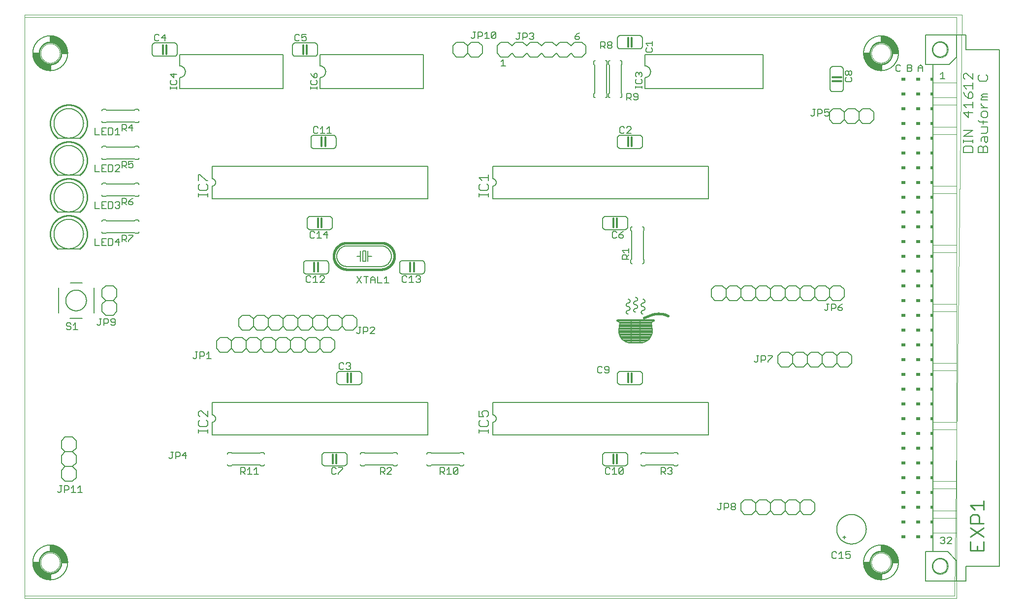
<source format=gto>
G75*
%MOIN*%
%OFA0B0*%
%FSLAX25Y25*%
%IPPOS*%
%LPD*%
%AMOC8*
5,1,8,0,0,1.08239X$1,22.5*
%
%ADD10C,0.00000*%
%ADD11C,0.00600*%
%ADD12C,0.00200*%
%ADD13C,0.01000*%
%ADD14C,0.00700*%
%ADD15R,0.01500X0.02000*%
%ADD16R,0.03000X0.02000*%
%ADD17C,0.00800*%
%ADD18C,0.00900*%
%ADD19C,0.00500*%
%ADD20C,0.01600*%
%ADD21C,0.01200*%
D10*
X0048333Y0074200D02*
X0048333Y0468000D01*
X0679333Y0468000D01*
X0679333Y0074200D01*
X0048333Y0074200D01*
X0048333Y0076100D02*
X0048333Y0469801D01*
X0683255Y0469801D01*
X0678255Y0076100D01*
X0048333Y0076100D01*
X0059333Y0098600D02*
X0059335Y0098761D01*
X0059341Y0098921D01*
X0059351Y0099082D01*
X0059365Y0099242D01*
X0059383Y0099402D01*
X0059404Y0099561D01*
X0059430Y0099720D01*
X0059460Y0099878D01*
X0059493Y0100035D01*
X0059531Y0100192D01*
X0059572Y0100347D01*
X0059617Y0100501D01*
X0059666Y0100654D01*
X0059719Y0100806D01*
X0059775Y0100957D01*
X0059836Y0101106D01*
X0059899Y0101254D01*
X0059967Y0101400D01*
X0060038Y0101544D01*
X0060112Y0101686D01*
X0060190Y0101827D01*
X0060272Y0101965D01*
X0060357Y0102102D01*
X0060445Y0102236D01*
X0060537Y0102368D01*
X0060632Y0102498D01*
X0060730Y0102626D01*
X0060831Y0102751D01*
X0060935Y0102873D01*
X0061042Y0102993D01*
X0061152Y0103110D01*
X0061265Y0103225D01*
X0061381Y0103336D01*
X0061500Y0103445D01*
X0061621Y0103550D01*
X0061745Y0103653D01*
X0061871Y0103753D01*
X0061999Y0103849D01*
X0062130Y0103942D01*
X0062264Y0104032D01*
X0062399Y0104119D01*
X0062537Y0104202D01*
X0062676Y0104282D01*
X0062818Y0104358D01*
X0062961Y0104431D01*
X0063106Y0104500D01*
X0063253Y0104566D01*
X0063401Y0104628D01*
X0063551Y0104686D01*
X0063702Y0104741D01*
X0063855Y0104792D01*
X0064009Y0104839D01*
X0064164Y0104882D01*
X0064320Y0104921D01*
X0064476Y0104957D01*
X0064634Y0104988D01*
X0064792Y0105016D01*
X0064951Y0105040D01*
X0065111Y0105060D01*
X0065271Y0105076D01*
X0065431Y0105088D01*
X0065592Y0105096D01*
X0065753Y0105100D01*
X0065913Y0105100D01*
X0066074Y0105096D01*
X0066235Y0105088D01*
X0066395Y0105076D01*
X0066555Y0105060D01*
X0066715Y0105040D01*
X0066874Y0105016D01*
X0067032Y0104988D01*
X0067190Y0104957D01*
X0067346Y0104921D01*
X0067502Y0104882D01*
X0067657Y0104839D01*
X0067811Y0104792D01*
X0067964Y0104741D01*
X0068115Y0104686D01*
X0068265Y0104628D01*
X0068413Y0104566D01*
X0068560Y0104500D01*
X0068705Y0104431D01*
X0068848Y0104358D01*
X0068990Y0104282D01*
X0069129Y0104202D01*
X0069267Y0104119D01*
X0069402Y0104032D01*
X0069536Y0103942D01*
X0069667Y0103849D01*
X0069795Y0103753D01*
X0069921Y0103653D01*
X0070045Y0103550D01*
X0070166Y0103445D01*
X0070285Y0103336D01*
X0070401Y0103225D01*
X0070514Y0103110D01*
X0070624Y0102993D01*
X0070731Y0102873D01*
X0070835Y0102751D01*
X0070936Y0102626D01*
X0071034Y0102498D01*
X0071129Y0102368D01*
X0071221Y0102236D01*
X0071309Y0102102D01*
X0071394Y0101965D01*
X0071476Y0101827D01*
X0071554Y0101686D01*
X0071628Y0101544D01*
X0071699Y0101400D01*
X0071767Y0101254D01*
X0071830Y0101106D01*
X0071891Y0100957D01*
X0071947Y0100806D01*
X0072000Y0100654D01*
X0072049Y0100501D01*
X0072094Y0100347D01*
X0072135Y0100192D01*
X0072173Y0100035D01*
X0072206Y0099878D01*
X0072236Y0099720D01*
X0072262Y0099561D01*
X0072283Y0099402D01*
X0072301Y0099242D01*
X0072315Y0099082D01*
X0072325Y0098921D01*
X0072331Y0098761D01*
X0072333Y0098600D01*
X0072331Y0098439D01*
X0072325Y0098279D01*
X0072315Y0098118D01*
X0072301Y0097958D01*
X0072283Y0097798D01*
X0072262Y0097639D01*
X0072236Y0097480D01*
X0072206Y0097322D01*
X0072173Y0097165D01*
X0072135Y0097008D01*
X0072094Y0096853D01*
X0072049Y0096699D01*
X0072000Y0096546D01*
X0071947Y0096394D01*
X0071891Y0096243D01*
X0071830Y0096094D01*
X0071767Y0095946D01*
X0071699Y0095800D01*
X0071628Y0095656D01*
X0071554Y0095514D01*
X0071476Y0095373D01*
X0071394Y0095235D01*
X0071309Y0095098D01*
X0071221Y0094964D01*
X0071129Y0094832D01*
X0071034Y0094702D01*
X0070936Y0094574D01*
X0070835Y0094449D01*
X0070731Y0094327D01*
X0070624Y0094207D01*
X0070514Y0094090D01*
X0070401Y0093975D01*
X0070285Y0093864D01*
X0070166Y0093755D01*
X0070045Y0093650D01*
X0069921Y0093547D01*
X0069795Y0093447D01*
X0069667Y0093351D01*
X0069536Y0093258D01*
X0069402Y0093168D01*
X0069267Y0093081D01*
X0069129Y0092998D01*
X0068990Y0092918D01*
X0068848Y0092842D01*
X0068705Y0092769D01*
X0068560Y0092700D01*
X0068413Y0092634D01*
X0068265Y0092572D01*
X0068115Y0092514D01*
X0067964Y0092459D01*
X0067811Y0092408D01*
X0067657Y0092361D01*
X0067502Y0092318D01*
X0067346Y0092279D01*
X0067190Y0092243D01*
X0067032Y0092212D01*
X0066874Y0092184D01*
X0066715Y0092160D01*
X0066555Y0092140D01*
X0066395Y0092124D01*
X0066235Y0092112D01*
X0066074Y0092104D01*
X0065913Y0092100D01*
X0065753Y0092100D01*
X0065592Y0092104D01*
X0065431Y0092112D01*
X0065271Y0092124D01*
X0065111Y0092140D01*
X0064951Y0092160D01*
X0064792Y0092184D01*
X0064634Y0092212D01*
X0064476Y0092243D01*
X0064320Y0092279D01*
X0064164Y0092318D01*
X0064009Y0092361D01*
X0063855Y0092408D01*
X0063702Y0092459D01*
X0063551Y0092514D01*
X0063401Y0092572D01*
X0063253Y0092634D01*
X0063106Y0092700D01*
X0062961Y0092769D01*
X0062818Y0092842D01*
X0062676Y0092918D01*
X0062537Y0092998D01*
X0062399Y0093081D01*
X0062264Y0093168D01*
X0062130Y0093258D01*
X0061999Y0093351D01*
X0061871Y0093447D01*
X0061745Y0093547D01*
X0061621Y0093650D01*
X0061500Y0093755D01*
X0061381Y0093864D01*
X0061265Y0093975D01*
X0061152Y0094090D01*
X0061042Y0094207D01*
X0060935Y0094327D01*
X0060831Y0094449D01*
X0060730Y0094574D01*
X0060632Y0094702D01*
X0060537Y0094832D01*
X0060445Y0094964D01*
X0060357Y0095098D01*
X0060272Y0095235D01*
X0060190Y0095373D01*
X0060112Y0095514D01*
X0060038Y0095656D01*
X0059967Y0095800D01*
X0059899Y0095946D01*
X0059836Y0096094D01*
X0059775Y0096243D01*
X0059719Y0096394D01*
X0059666Y0096546D01*
X0059617Y0096699D01*
X0059572Y0096853D01*
X0059531Y0097008D01*
X0059493Y0097165D01*
X0059460Y0097322D01*
X0059430Y0097480D01*
X0059404Y0097639D01*
X0059383Y0097798D01*
X0059365Y0097958D01*
X0059351Y0098118D01*
X0059341Y0098279D01*
X0059335Y0098439D01*
X0059333Y0098600D01*
X0059333Y0443600D02*
X0059335Y0443761D01*
X0059341Y0443921D01*
X0059351Y0444082D01*
X0059365Y0444242D01*
X0059383Y0444402D01*
X0059404Y0444561D01*
X0059430Y0444720D01*
X0059460Y0444878D01*
X0059493Y0445035D01*
X0059531Y0445192D01*
X0059572Y0445347D01*
X0059617Y0445501D01*
X0059666Y0445654D01*
X0059719Y0445806D01*
X0059775Y0445957D01*
X0059836Y0446106D01*
X0059899Y0446254D01*
X0059967Y0446400D01*
X0060038Y0446544D01*
X0060112Y0446686D01*
X0060190Y0446827D01*
X0060272Y0446965D01*
X0060357Y0447102D01*
X0060445Y0447236D01*
X0060537Y0447368D01*
X0060632Y0447498D01*
X0060730Y0447626D01*
X0060831Y0447751D01*
X0060935Y0447873D01*
X0061042Y0447993D01*
X0061152Y0448110D01*
X0061265Y0448225D01*
X0061381Y0448336D01*
X0061500Y0448445D01*
X0061621Y0448550D01*
X0061745Y0448653D01*
X0061871Y0448753D01*
X0061999Y0448849D01*
X0062130Y0448942D01*
X0062264Y0449032D01*
X0062399Y0449119D01*
X0062537Y0449202D01*
X0062676Y0449282D01*
X0062818Y0449358D01*
X0062961Y0449431D01*
X0063106Y0449500D01*
X0063253Y0449566D01*
X0063401Y0449628D01*
X0063551Y0449686D01*
X0063702Y0449741D01*
X0063855Y0449792D01*
X0064009Y0449839D01*
X0064164Y0449882D01*
X0064320Y0449921D01*
X0064476Y0449957D01*
X0064634Y0449988D01*
X0064792Y0450016D01*
X0064951Y0450040D01*
X0065111Y0450060D01*
X0065271Y0450076D01*
X0065431Y0450088D01*
X0065592Y0450096D01*
X0065753Y0450100D01*
X0065913Y0450100D01*
X0066074Y0450096D01*
X0066235Y0450088D01*
X0066395Y0450076D01*
X0066555Y0450060D01*
X0066715Y0450040D01*
X0066874Y0450016D01*
X0067032Y0449988D01*
X0067190Y0449957D01*
X0067346Y0449921D01*
X0067502Y0449882D01*
X0067657Y0449839D01*
X0067811Y0449792D01*
X0067964Y0449741D01*
X0068115Y0449686D01*
X0068265Y0449628D01*
X0068413Y0449566D01*
X0068560Y0449500D01*
X0068705Y0449431D01*
X0068848Y0449358D01*
X0068990Y0449282D01*
X0069129Y0449202D01*
X0069267Y0449119D01*
X0069402Y0449032D01*
X0069536Y0448942D01*
X0069667Y0448849D01*
X0069795Y0448753D01*
X0069921Y0448653D01*
X0070045Y0448550D01*
X0070166Y0448445D01*
X0070285Y0448336D01*
X0070401Y0448225D01*
X0070514Y0448110D01*
X0070624Y0447993D01*
X0070731Y0447873D01*
X0070835Y0447751D01*
X0070936Y0447626D01*
X0071034Y0447498D01*
X0071129Y0447368D01*
X0071221Y0447236D01*
X0071309Y0447102D01*
X0071394Y0446965D01*
X0071476Y0446827D01*
X0071554Y0446686D01*
X0071628Y0446544D01*
X0071699Y0446400D01*
X0071767Y0446254D01*
X0071830Y0446106D01*
X0071891Y0445957D01*
X0071947Y0445806D01*
X0072000Y0445654D01*
X0072049Y0445501D01*
X0072094Y0445347D01*
X0072135Y0445192D01*
X0072173Y0445035D01*
X0072206Y0444878D01*
X0072236Y0444720D01*
X0072262Y0444561D01*
X0072283Y0444402D01*
X0072301Y0444242D01*
X0072315Y0444082D01*
X0072325Y0443921D01*
X0072331Y0443761D01*
X0072333Y0443600D01*
X0072331Y0443439D01*
X0072325Y0443279D01*
X0072315Y0443118D01*
X0072301Y0442958D01*
X0072283Y0442798D01*
X0072262Y0442639D01*
X0072236Y0442480D01*
X0072206Y0442322D01*
X0072173Y0442165D01*
X0072135Y0442008D01*
X0072094Y0441853D01*
X0072049Y0441699D01*
X0072000Y0441546D01*
X0071947Y0441394D01*
X0071891Y0441243D01*
X0071830Y0441094D01*
X0071767Y0440946D01*
X0071699Y0440800D01*
X0071628Y0440656D01*
X0071554Y0440514D01*
X0071476Y0440373D01*
X0071394Y0440235D01*
X0071309Y0440098D01*
X0071221Y0439964D01*
X0071129Y0439832D01*
X0071034Y0439702D01*
X0070936Y0439574D01*
X0070835Y0439449D01*
X0070731Y0439327D01*
X0070624Y0439207D01*
X0070514Y0439090D01*
X0070401Y0438975D01*
X0070285Y0438864D01*
X0070166Y0438755D01*
X0070045Y0438650D01*
X0069921Y0438547D01*
X0069795Y0438447D01*
X0069667Y0438351D01*
X0069536Y0438258D01*
X0069402Y0438168D01*
X0069267Y0438081D01*
X0069129Y0437998D01*
X0068990Y0437918D01*
X0068848Y0437842D01*
X0068705Y0437769D01*
X0068560Y0437700D01*
X0068413Y0437634D01*
X0068265Y0437572D01*
X0068115Y0437514D01*
X0067964Y0437459D01*
X0067811Y0437408D01*
X0067657Y0437361D01*
X0067502Y0437318D01*
X0067346Y0437279D01*
X0067190Y0437243D01*
X0067032Y0437212D01*
X0066874Y0437184D01*
X0066715Y0437160D01*
X0066555Y0437140D01*
X0066395Y0437124D01*
X0066235Y0437112D01*
X0066074Y0437104D01*
X0065913Y0437100D01*
X0065753Y0437100D01*
X0065592Y0437104D01*
X0065431Y0437112D01*
X0065271Y0437124D01*
X0065111Y0437140D01*
X0064951Y0437160D01*
X0064792Y0437184D01*
X0064634Y0437212D01*
X0064476Y0437243D01*
X0064320Y0437279D01*
X0064164Y0437318D01*
X0064009Y0437361D01*
X0063855Y0437408D01*
X0063702Y0437459D01*
X0063551Y0437514D01*
X0063401Y0437572D01*
X0063253Y0437634D01*
X0063106Y0437700D01*
X0062961Y0437769D01*
X0062818Y0437842D01*
X0062676Y0437918D01*
X0062537Y0437998D01*
X0062399Y0438081D01*
X0062264Y0438168D01*
X0062130Y0438258D01*
X0061999Y0438351D01*
X0061871Y0438447D01*
X0061745Y0438547D01*
X0061621Y0438650D01*
X0061500Y0438755D01*
X0061381Y0438864D01*
X0061265Y0438975D01*
X0061152Y0439090D01*
X0061042Y0439207D01*
X0060935Y0439327D01*
X0060831Y0439449D01*
X0060730Y0439574D01*
X0060632Y0439702D01*
X0060537Y0439832D01*
X0060445Y0439964D01*
X0060357Y0440098D01*
X0060272Y0440235D01*
X0060190Y0440373D01*
X0060112Y0440514D01*
X0060038Y0440656D01*
X0059967Y0440800D01*
X0059899Y0440946D01*
X0059836Y0441094D01*
X0059775Y0441243D01*
X0059719Y0441394D01*
X0059666Y0441546D01*
X0059617Y0441699D01*
X0059572Y0441853D01*
X0059531Y0442008D01*
X0059493Y0442165D01*
X0059460Y0442322D01*
X0059430Y0442480D01*
X0059404Y0442639D01*
X0059383Y0442798D01*
X0059365Y0442958D01*
X0059351Y0443118D01*
X0059341Y0443279D01*
X0059335Y0443439D01*
X0059333Y0443600D01*
X0621833Y0443600D02*
X0621835Y0443761D01*
X0621841Y0443921D01*
X0621851Y0444082D01*
X0621865Y0444242D01*
X0621883Y0444402D01*
X0621904Y0444561D01*
X0621930Y0444720D01*
X0621960Y0444878D01*
X0621993Y0445035D01*
X0622031Y0445192D01*
X0622072Y0445347D01*
X0622117Y0445501D01*
X0622166Y0445654D01*
X0622219Y0445806D01*
X0622275Y0445957D01*
X0622336Y0446106D01*
X0622399Y0446254D01*
X0622467Y0446400D01*
X0622538Y0446544D01*
X0622612Y0446686D01*
X0622690Y0446827D01*
X0622772Y0446965D01*
X0622857Y0447102D01*
X0622945Y0447236D01*
X0623037Y0447368D01*
X0623132Y0447498D01*
X0623230Y0447626D01*
X0623331Y0447751D01*
X0623435Y0447873D01*
X0623542Y0447993D01*
X0623652Y0448110D01*
X0623765Y0448225D01*
X0623881Y0448336D01*
X0624000Y0448445D01*
X0624121Y0448550D01*
X0624245Y0448653D01*
X0624371Y0448753D01*
X0624499Y0448849D01*
X0624630Y0448942D01*
X0624764Y0449032D01*
X0624899Y0449119D01*
X0625037Y0449202D01*
X0625176Y0449282D01*
X0625318Y0449358D01*
X0625461Y0449431D01*
X0625606Y0449500D01*
X0625753Y0449566D01*
X0625901Y0449628D01*
X0626051Y0449686D01*
X0626202Y0449741D01*
X0626355Y0449792D01*
X0626509Y0449839D01*
X0626664Y0449882D01*
X0626820Y0449921D01*
X0626976Y0449957D01*
X0627134Y0449988D01*
X0627292Y0450016D01*
X0627451Y0450040D01*
X0627611Y0450060D01*
X0627771Y0450076D01*
X0627931Y0450088D01*
X0628092Y0450096D01*
X0628253Y0450100D01*
X0628413Y0450100D01*
X0628574Y0450096D01*
X0628735Y0450088D01*
X0628895Y0450076D01*
X0629055Y0450060D01*
X0629215Y0450040D01*
X0629374Y0450016D01*
X0629532Y0449988D01*
X0629690Y0449957D01*
X0629846Y0449921D01*
X0630002Y0449882D01*
X0630157Y0449839D01*
X0630311Y0449792D01*
X0630464Y0449741D01*
X0630615Y0449686D01*
X0630765Y0449628D01*
X0630913Y0449566D01*
X0631060Y0449500D01*
X0631205Y0449431D01*
X0631348Y0449358D01*
X0631490Y0449282D01*
X0631629Y0449202D01*
X0631767Y0449119D01*
X0631902Y0449032D01*
X0632036Y0448942D01*
X0632167Y0448849D01*
X0632295Y0448753D01*
X0632421Y0448653D01*
X0632545Y0448550D01*
X0632666Y0448445D01*
X0632785Y0448336D01*
X0632901Y0448225D01*
X0633014Y0448110D01*
X0633124Y0447993D01*
X0633231Y0447873D01*
X0633335Y0447751D01*
X0633436Y0447626D01*
X0633534Y0447498D01*
X0633629Y0447368D01*
X0633721Y0447236D01*
X0633809Y0447102D01*
X0633894Y0446965D01*
X0633976Y0446827D01*
X0634054Y0446686D01*
X0634128Y0446544D01*
X0634199Y0446400D01*
X0634267Y0446254D01*
X0634330Y0446106D01*
X0634391Y0445957D01*
X0634447Y0445806D01*
X0634500Y0445654D01*
X0634549Y0445501D01*
X0634594Y0445347D01*
X0634635Y0445192D01*
X0634673Y0445035D01*
X0634706Y0444878D01*
X0634736Y0444720D01*
X0634762Y0444561D01*
X0634783Y0444402D01*
X0634801Y0444242D01*
X0634815Y0444082D01*
X0634825Y0443921D01*
X0634831Y0443761D01*
X0634833Y0443600D01*
X0634831Y0443439D01*
X0634825Y0443279D01*
X0634815Y0443118D01*
X0634801Y0442958D01*
X0634783Y0442798D01*
X0634762Y0442639D01*
X0634736Y0442480D01*
X0634706Y0442322D01*
X0634673Y0442165D01*
X0634635Y0442008D01*
X0634594Y0441853D01*
X0634549Y0441699D01*
X0634500Y0441546D01*
X0634447Y0441394D01*
X0634391Y0441243D01*
X0634330Y0441094D01*
X0634267Y0440946D01*
X0634199Y0440800D01*
X0634128Y0440656D01*
X0634054Y0440514D01*
X0633976Y0440373D01*
X0633894Y0440235D01*
X0633809Y0440098D01*
X0633721Y0439964D01*
X0633629Y0439832D01*
X0633534Y0439702D01*
X0633436Y0439574D01*
X0633335Y0439449D01*
X0633231Y0439327D01*
X0633124Y0439207D01*
X0633014Y0439090D01*
X0632901Y0438975D01*
X0632785Y0438864D01*
X0632666Y0438755D01*
X0632545Y0438650D01*
X0632421Y0438547D01*
X0632295Y0438447D01*
X0632167Y0438351D01*
X0632036Y0438258D01*
X0631902Y0438168D01*
X0631767Y0438081D01*
X0631629Y0437998D01*
X0631490Y0437918D01*
X0631348Y0437842D01*
X0631205Y0437769D01*
X0631060Y0437700D01*
X0630913Y0437634D01*
X0630765Y0437572D01*
X0630615Y0437514D01*
X0630464Y0437459D01*
X0630311Y0437408D01*
X0630157Y0437361D01*
X0630002Y0437318D01*
X0629846Y0437279D01*
X0629690Y0437243D01*
X0629532Y0437212D01*
X0629374Y0437184D01*
X0629215Y0437160D01*
X0629055Y0437140D01*
X0628895Y0437124D01*
X0628735Y0437112D01*
X0628574Y0437104D01*
X0628413Y0437100D01*
X0628253Y0437100D01*
X0628092Y0437104D01*
X0627931Y0437112D01*
X0627771Y0437124D01*
X0627611Y0437140D01*
X0627451Y0437160D01*
X0627292Y0437184D01*
X0627134Y0437212D01*
X0626976Y0437243D01*
X0626820Y0437279D01*
X0626664Y0437318D01*
X0626509Y0437361D01*
X0626355Y0437408D01*
X0626202Y0437459D01*
X0626051Y0437514D01*
X0625901Y0437572D01*
X0625753Y0437634D01*
X0625606Y0437700D01*
X0625461Y0437769D01*
X0625318Y0437842D01*
X0625176Y0437918D01*
X0625037Y0437998D01*
X0624899Y0438081D01*
X0624764Y0438168D01*
X0624630Y0438258D01*
X0624499Y0438351D01*
X0624371Y0438447D01*
X0624245Y0438547D01*
X0624121Y0438650D01*
X0624000Y0438755D01*
X0623881Y0438864D01*
X0623765Y0438975D01*
X0623652Y0439090D01*
X0623542Y0439207D01*
X0623435Y0439327D01*
X0623331Y0439449D01*
X0623230Y0439574D01*
X0623132Y0439702D01*
X0623037Y0439832D01*
X0622945Y0439964D01*
X0622857Y0440098D01*
X0622772Y0440235D01*
X0622690Y0440373D01*
X0622612Y0440514D01*
X0622538Y0440656D01*
X0622467Y0440800D01*
X0622399Y0440946D01*
X0622336Y0441094D01*
X0622275Y0441243D01*
X0622219Y0441394D01*
X0622166Y0441546D01*
X0622117Y0441699D01*
X0622072Y0441853D01*
X0622031Y0442008D01*
X0621993Y0442165D01*
X0621960Y0442322D01*
X0621930Y0442480D01*
X0621904Y0442639D01*
X0621883Y0442798D01*
X0621865Y0442958D01*
X0621851Y0443118D01*
X0621841Y0443279D01*
X0621835Y0443439D01*
X0621833Y0443600D01*
X0662833Y0446100D02*
X0662835Y0446248D01*
X0662841Y0446396D01*
X0662851Y0446544D01*
X0662865Y0446692D01*
X0662883Y0446839D01*
X0662905Y0446986D01*
X0662931Y0447132D01*
X0662960Y0447277D01*
X0662994Y0447422D01*
X0663032Y0447565D01*
X0663073Y0447708D01*
X0663118Y0447849D01*
X0663168Y0447989D01*
X0663220Y0448127D01*
X0663277Y0448265D01*
X0663337Y0448400D01*
X0663401Y0448534D01*
X0663468Y0448666D01*
X0663539Y0448796D01*
X0663614Y0448925D01*
X0663692Y0449051D01*
X0663773Y0449175D01*
X0663857Y0449297D01*
X0663945Y0449416D01*
X0664036Y0449533D01*
X0664130Y0449648D01*
X0664228Y0449760D01*
X0664328Y0449869D01*
X0664431Y0449976D01*
X0664537Y0450080D01*
X0664645Y0450181D01*
X0664757Y0450279D01*
X0664871Y0450374D01*
X0664987Y0450465D01*
X0665106Y0450554D01*
X0665227Y0450639D01*
X0665351Y0450721D01*
X0665477Y0450800D01*
X0665604Y0450875D01*
X0665734Y0450947D01*
X0665866Y0451016D01*
X0665999Y0451080D01*
X0666134Y0451141D01*
X0666271Y0451199D01*
X0666409Y0451253D01*
X0666549Y0451303D01*
X0666690Y0451349D01*
X0666832Y0451391D01*
X0666975Y0451430D01*
X0667119Y0451464D01*
X0667265Y0451495D01*
X0667410Y0451522D01*
X0667557Y0451545D01*
X0667704Y0451564D01*
X0667852Y0451579D01*
X0667999Y0451590D01*
X0668148Y0451597D01*
X0668296Y0451600D01*
X0668444Y0451599D01*
X0668592Y0451594D01*
X0668740Y0451585D01*
X0668888Y0451572D01*
X0669036Y0451555D01*
X0669182Y0451534D01*
X0669329Y0451509D01*
X0669474Y0451480D01*
X0669619Y0451448D01*
X0669762Y0451411D01*
X0669905Y0451371D01*
X0670047Y0451326D01*
X0670187Y0451278D01*
X0670326Y0451226D01*
X0670463Y0451171D01*
X0670599Y0451111D01*
X0670734Y0451048D01*
X0670866Y0450982D01*
X0670997Y0450912D01*
X0671126Y0450838D01*
X0671252Y0450761D01*
X0671377Y0450681D01*
X0671499Y0450597D01*
X0671620Y0450510D01*
X0671737Y0450420D01*
X0671853Y0450326D01*
X0671965Y0450230D01*
X0672075Y0450131D01*
X0672183Y0450028D01*
X0672287Y0449923D01*
X0672389Y0449815D01*
X0672487Y0449704D01*
X0672583Y0449591D01*
X0672676Y0449475D01*
X0672765Y0449357D01*
X0672851Y0449236D01*
X0672934Y0449113D01*
X0673014Y0448988D01*
X0673090Y0448861D01*
X0673163Y0448731D01*
X0673232Y0448600D01*
X0673297Y0448467D01*
X0673360Y0448333D01*
X0673418Y0448196D01*
X0673473Y0448058D01*
X0673523Y0447919D01*
X0673571Y0447778D01*
X0673614Y0447637D01*
X0673654Y0447494D01*
X0673689Y0447350D01*
X0673721Y0447205D01*
X0673749Y0447059D01*
X0673773Y0446913D01*
X0673793Y0446766D01*
X0673809Y0446618D01*
X0673821Y0446471D01*
X0673829Y0446322D01*
X0673833Y0446174D01*
X0673833Y0446026D01*
X0673829Y0445878D01*
X0673821Y0445729D01*
X0673809Y0445582D01*
X0673793Y0445434D01*
X0673773Y0445287D01*
X0673749Y0445141D01*
X0673721Y0444995D01*
X0673689Y0444850D01*
X0673654Y0444706D01*
X0673614Y0444563D01*
X0673571Y0444422D01*
X0673523Y0444281D01*
X0673473Y0444142D01*
X0673418Y0444004D01*
X0673360Y0443867D01*
X0673297Y0443733D01*
X0673232Y0443600D01*
X0673163Y0443469D01*
X0673090Y0443339D01*
X0673014Y0443212D01*
X0672934Y0443087D01*
X0672851Y0442964D01*
X0672765Y0442843D01*
X0672676Y0442725D01*
X0672583Y0442609D01*
X0672487Y0442496D01*
X0672389Y0442385D01*
X0672287Y0442277D01*
X0672183Y0442172D01*
X0672075Y0442069D01*
X0671965Y0441970D01*
X0671853Y0441874D01*
X0671737Y0441780D01*
X0671620Y0441690D01*
X0671499Y0441603D01*
X0671377Y0441519D01*
X0671252Y0441439D01*
X0671126Y0441362D01*
X0670997Y0441288D01*
X0670866Y0441218D01*
X0670734Y0441152D01*
X0670599Y0441089D01*
X0670463Y0441029D01*
X0670326Y0440974D01*
X0670187Y0440922D01*
X0670047Y0440874D01*
X0669905Y0440829D01*
X0669762Y0440789D01*
X0669619Y0440752D01*
X0669474Y0440720D01*
X0669329Y0440691D01*
X0669182Y0440666D01*
X0669036Y0440645D01*
X0668888Y0440628D01*
X0668740Y0440615D01*
X0668592Y0440606D01*
X0668444Y0440601D01*
X0668296Y0440600D01*
X0668148Y0440603D01*
X0667999Y0440610D01*
X0667852Y0440621D01*
X0667704Y0440636D01*
X0667557Y0440655D01*
X0667410Y0440678D01*
X0667265Y0440705D01*
X0667119Y0440736D01*
X0666975Y0440770D01*
X0666832Y0440809D01*
X0666690Y0440851D01*
X0666549Y0440897D01*
X0666409Y0440947D01*
X0666271Y0441001D01*
X0666134Y0441059D01*
X0665999Y0441120D01*
X0665866Y0441184D01*
X0665734Y0441253D01*
X0665604Y0441325D01*
X0665477Y0441400D01*
X0665351Y0441479D01*
X0665227Y0441561D01*
X0665106Y0441646D01*
X0664987Y0441735D01*
X0664871Y0441826D01*
X0664757Y0441921D01*
X0664645Y0442019D01*
X0664537Y0442120D01*
X0664431Y0442224D01*
X0664328Y0442331D01*
X0664228Y0442440D01*
X0664130Y0442552D01*
X0664036Y0442667D01*
X0663945Y0442784D01*
X0663857Y0442903D01*
X0663773Y0443025D01*
X0663692Y0443149D01*
X0663614Y0443275D01*
X0663539Y0443404D01*
X0663468Y0443534D01*
X0663401Y0443666D01*
X0663337Y0443800D01*
X0663277Y0443935D01*
X0663220Y0444073D01*
X0663168Y0444211D01*
X0663118Y0444351D01*
X0663073Y0444492D01*
X0663032Y0444635D01*
X0662994Y0444778D01*
X0662960Y0444923D01*
X0662931Y0445068D01*
X0662905Y0445214D01*
X0662883Y0445361D01*
X0662865Y0445508D01*
X0662851Y0445656D01*
X0662841Y0445804D01*
X0662835Y0445952D01*
X0662833Y0446100D01*
X0621833Y0098600D02*
X0621835Y0098761D01*
X0621841Y0098921D01*
X0621851Y0099082D01*
X0621865Y0099242D01*
X0621883Y0099402D01*
X0621904Y0099561D01*
X0621930Y0099720D01*
X0621960Y0099878D01*
X0621993Y0100035D01*
X0622031Y0100192D01*
X0622072Y0100347D01*
X0622117Y0100501D01*
X0622166Y0100654D01*
X0622219Y0100806D01*
X0622275Y0100957D01*
X0622336Y0101106D01*
X0622399Y0101254D01*
X0622467Y0101400D01*
X0622538Y0101544D01*
X0622612Y0101686D01*
X0622690Y0101827D01*
X0622772Y0101965D01*
X0622857Y0102102D01*
X0622945Y0102236D01*
X0623037Y0102368D01*
X0623132Y0102498D01*
X0623230Y0102626D01*
X0623331Y0102751D01*
X0623435Y0102873D01*
X0623542Y0102993D01*
X0623652Y0103110D01*
X0623765Y0103225D01*
X0623881Y0103336D01*
X0624000Y0103445D01*
X0624121Y0103550D01*
X0624245Y0103653D01*
X0624371Y0103753D01*
X0624499Y0103849D01*
X0624630Y0103942D01*
X0624764Y0104032D01*
X0624899Y0104119D01*
X0625037Y0104202D01*
X0625176Y0104282D01*
X0625318Y0104358D01*
X0625461Y0104431D01*
X0625606Y0104500D01*
X0625753Y0104566D01*
X0625901Y0104628D01*
X0626051Y0104686D01*
X0626202Y0104741D01*
X0626355Y0104792D01*
X0626509Y0104839D01*
X0626664Y0104882D01*
X0626820Y0104921D01*
X0626976Y0104957D01*
X0627134Y0104988D01*
X0627292Y0105016D01*
X0627451Y0105040D01*
X0627611Y0105060D01*
X0627771Y0105076D01*
X0627931Y0105088D01*
X0628092Y0105096D01*
X0628253Y0105100D01*
X0628413Y0105100D01*
X0628574Y0105096D01*
X0628735Y0105088D01*
X0628895Y0105076D01*
X0629055Y0105060D01*
X0629215Y0105040D01*
X0629374Y0105016D01*
X0629532Y0104988D01*
X0629690Y0104957D01*
X0629846Y0104921D01*
X0630002Y0104882D01*
X0630157Y0104839D01*
X0630311Y0104792D01*
X0630464Y0104741D01*
X0630615Y0104686D01*
X0630765Y0104628D01*
X0630913Y0104566D01*
X0631060Y0104500D01*
X0631205Y0104431D01*
X0631348Y0104358D01*
X0631490Y0104282D01*
X0631629Y0104202D01*
X0631767Y0104119D01*
X0631902Y0104032D01*
X0632036Y0103942D01*
X0632167Y0103849D01*
X0632295Y0103753D01*
X0632421Y0103653D01*
X0632545Y0103550D01*
X0632666Y0103445D01*
X0632785Y0103336D01*
X0632901Y0103225D01*
X0633014Y0103110D01*
X0633124Y0102993D01*
X0633231Y0102873D01*
X0633335Y0102751D01*
X0633436Y0102626D01*
X0633534Y0102498D01*
X0633629Y0102368D01*
X0633721Y0102236D01*
X0633809Y0102102D01*
X0633894Y0101965D01*
X0633976Y0101827D01*
X0634054Y0101686D01*
X0634128Y0101544D01*
X0634199Y0101400D01*
X0634267Y0101254D01*
X0634330Y0101106D01*
X0634391Y0100957D01*
X0634447Y0100806D01*
X0634500Y0100654D01*
X0634549Y0100501D01*
X0634594Y0100347D01*
X0634635Y0100192D01*
X0634673Y0100035D01*
X0634706Y0099878D01*
X0634736Y0099720D01*
X0634762Y0099561D01*
X0634783Y0099402D01*
X0634801Y0099242D01*
X0634815Y0099082D01*
X0634825Y0098921D01*
X0634831Y0098761D01*
X0634833Y0098600D01*
X0634831Y0098439D01*
X0634825Y0098279D01*
X0634815Y0098118D01*
X0634801Y0097958D01*
X0634783Y0097798D01*
X0634762Y0097639D01*
X0634736Y0097480D01*
X0634706Y0097322D01*
X0634673Y0097165D01*
X0634635Y0097008D01*
X0634594Y0096853D01*
X0634549Y0096699D01*
X0634500Y0096546D01*
X0634447Y0096394D01*
X0634391Y0096243D01*
X0634330Y0096094D01*
X0634267Y0095946D01*
X0634199Y0095800D01*
X0634128Y0095656D01*
X0634054Y0095514D01*
X0633976Y0095373D01*
X0633894Y0095235D01*
X0633809Y0095098D01*
X0633721Y0094964D01*
X0633629Y0094832D01*
X0633534Y0094702D01*
X0633436Y0094574D01*
X0633335Y0094449D01*
X0633231Y0094327D01*
X0633124Y0094207D01*
X0633014Y0094090D01*
X0632901Y0093975D01*
X0632785Y0093864D01*
X0632666Y0093755D01*
X0632545Y0093650D01*
X0632421Y0093547D01*
X0632295Y0093447D01*
X0632167Y0093351D01*
X0632036Y0093258D01*
X0631902Y0093168D01*
X0631767Y0093081D01*
X0631629Y0092998D01*
X0631490Y0092918D01*
X0631348Y0092842D01*
X0631205Y0092769D01*
X0631060Y0092700D01*
X0630913Y0092634D01*
X0630765Y0092572D01*
X0630615Y0092514D01*
X0630464Y0092459D01*
X0630311Y0092408D01*
X0630157Y0092361D01*
X0630002Y0092318D01*
X0629846Y0092279D01*
X0629690Y0092243D01*
X0629532Y0092212D01*
X0629374Y0092184D01*
X0629215Y0092160D01*
X0629055Y0092140D01*
X0628895Y0092124D01*
X0628735Y0092112D01*
X0628574Y0092104D01*
X0628413Y0092100D01*
X0628253Y0092100D01*
X0628092Y0092104D01*
X0627931Y0092112D01*
X0627771Y0092124D01*
X0627611Y0092140D01*
X0627451Y0092160D01*
X0627292Y0092184D01*
X0627134Y0092212D01*
X0626976Y0092243D01*
X0626820Y0092279D01*
X0626664Y0092318D01*
X0626509Y0092361D01*
X0626355Y0092408D01*
X0626202Y0092459D01*
X0626051Y0092514D01*
X0625901Y0092572D01*
X0625753Y0092634D01*
X0625606Y0092700D01*
X0625461Y0092769D01*
X0625318Y0092842D01*
X0625176Y0092918D01*
X0625037Y0092998D01*
X0624899Y0093081D01*
X0624764Y0093168D01*
X0624630Y0093258D01*
X0624499Y0093351D01*
X0624371Y0093447D01*
X0624245Y0093547D01*
X0624121Y0093650D01*
X0624000Y0093755D01*
X0623881Y0093864D01*
X0623765Y0093975D01*
X0623652Y0094090D01*
X0623542Y0094207D01*
X0623435Y0094327D01*
X0623331Y0094449D01*
X0623230Y0094574D01*
X0623132Y0094702D01*
X0623037Y0094832D01*
X0622945Y0094964D01*
X0622857Y0095098D01*
X0622772Y0095235D01*
X0622690Y0095373D01*
X0622612Y0095514D01*
X0622538Y0095656D01*
X0622467Y0095800D01*
X0622399Y0095946D01*
X0622336Y0096094D01*
X0622275Y0096243D01*
X0622219Y0096394D01*
X0622166Y0096546D01*
X0622117Y0096699D01*
X0622072Y0096853D01*
X0622031Y0097008D01*
X0621993Y0097165D01*
X0621960Y0097322D01*
X0621930Y0097480D01*
X0621904Y0097639D01*
X0621883Y0097798D01*
X0621865Y0097958D01*
X0621851Y0098118D01*
X0621841Y0098279D01*
X0621835Y0098439D01*
X0621833Y0098600D01*
X0662833Y0096100D02*
X0662835Y0096248D01*
X0662841Y0096396D01*
X0662851Y0096544D01*
X0662865Y0096692D01*
X0662883Y0096839D01*
X0662905Y0096986D01*
X0662931Y0097132D01*
X0662960Y0097277D01*
X0662994Y0097422D01*
X0663032Y0097565D01*
X0663073Y0097708D01*
X0663118Y0097849D01*
X0663168Y0097989D01*
X0663220Y0098127D01*
X0663277Y0098265D01*
X0663337Y0098400D01*
X0663401Y0098534D01*
X0663468Y0098666D01*
X0663539Y0098796D01*
X0663614Y0098925D01*
X0663692Y0099051D01*
X0663773Y0099175D01*
X0663857Y0099297D01*
X0663945Y0099416D01*
X0664036Y0099533D01*
X0664130Y0099648D01*
X0664228Y0099760D01*
X0664328Y0099869D01*
X0664431Y0099976D01*
X0664537Y0100080D01*
X0664645Y0100181D01*
X0664757Y0100279D01*
X0664871Y0100374D01*
X0664987Y0100465D01*
X0665106Y0100554D01*
X0665227Y0100639D01*
X0665351Y0100721D01*
X0665477Y0100800D01*
X0665604Y0100875D01*
X0665734Y0100947D01*
X0665866Y0101016D01*
X0665999Y0101080D01*
X0666134Y0101141D01*
X0666271Y0101199D01*
X0666409Y0101253D01*
X0666549Y0101303D01*
X0666690Y0101349D01*
X0666832Y0101391D01*
X0666975Y0101430D01*
X0667119Y0101464D01*
X0667265Y0101495D01*
X0667410Y0101522D01*
X0667557Y0101545D01*
X0667704Y0101564D01*
X0667852Y0101579D01*
X0667999Y0101590D01*
X0668148Y0101597D01*
X0668296Y0101600D01*
X0668444Y0101599D01*
X0668592Y0101594D01*
X0668740Y0101585D01*
X0668888Y0101572D01*
X0669036Y0101555D01*
X0669182Y0101534D01*
X0669329Y0101509D01*
X0669474Y0101480D01*
X0669619Y0101448D01*
X0669762Y0101411D01*
X0669905Y0101371D01*
X0670047Y0101326D01*
X0670187Y0101278D01*
X0670326Y0101226D01*
X0670463Y0101171D01*
X0670599Y0101111D01*
X0670734Y0101048D01*
X0670866Y0100982D01*
X0670997Y0100912D01*
X0671126Y0100838D01*
X0671252Y0100761D01*
X0671377Y0100681D01*
X0671499Y0100597D01*
X0671620Y0100510D01*
X0671737Y0100420D01*
X0671853Y0100326D01*
X0671965Y0100230D01*
X0672075Y0100131D01*
X0672183Y0100028D01*
X0672287Y0099923D01*
X0672389Y0099815D01*
X0672487Y0099704D01*
X0672583Y0099591D01*
X0672676Y0099475D01*
X0672765Y0099357D01*
X0672851Y0099236D01*
X0672934Y0099113D01*
X0673014Y0098988D01*
X0673090Y0098861D01*
X0673163Y0098731D01*
X0673232Y0098600D01*
X0673297Y0098467D01*
X0673360Y0098333D01*
X0673418Y0098196D01*
X0673473Y0098058D01*
X0673523Y0097919D01*
X0673571Y0097778D01*
X0673614Y0097637D01*
X0673654Y0097494D01*
X0673689Y0097350D01*
X0673721Y0097205D01*
X0673749Y0097059D01*
X0673773Y0096913D01*
X0673793Y0096766D01*
X0673809Y0096618D01*
X0673821Y0096471D01*
X0673829Y0096322D01*
X0673833Y0096174D01*
X0673833Y0096026D01*
X0673829Y0095878D01*
X0673821Y0095729D01*
X0673809Y0095582D01*
X0673793Y0095434D01*
X0673773Y0095287D01*
X0673749Y0095141D01*
X0673721Y0094995D01*
X0673689Y0094850D01*
X0673654Y0094706D01*
X0673614Y0094563D01*
X0673571Y0094422D01*
X0673523Y0094281D01*
X0673473Y0094142D01*
X0673418Y0094004D01*
X0673360Y0093867D01*
X0673297Y0093733D01*
X0673232Y0093600D01*
X0673163Y0093469D01*
X0673090Y0093339D01*
X0673014Y0093212D01*
X0672934Y0093087D01*
X0672851Y0092964D01*
X0672765Y0092843D01*
X0672676Y0092725D01*
X0672583Y0092609D01*
X0672487Y0092496D01*
X0672389Y0092385D01*
X0672287Y0092277D01*
X0672183Y0092172D01*
X0672075Y0092069D01*
X0671965Y0091970D01*
X0671853Y0091874D01*
X0671737Y0091780D01*
X0671620Y0091690D01*
X0671499Y0091603D01*
X0671377Y0091519D01*
X0671252Y0091439D01*
X0671126Y0091362D01*
X0670997Y0091288D01*
X0670866Y0091218D01*
X0670734Y0091152D01*
X0670599Y0091089D01*
X0670463Y0091029D01*
X0670326Y0090974D01*
X0670187Y0090922D01*
X0670047Y0090874D01*
X0669905Y0090829D01*
X0669762Y0090789D01*
X0669619Y0090752D01*
X0669474Y0090720D01*
X0669329Y0090691D01*
X0669182Y0090666D01*
X0669036Y0090645D01*
X0668888Y0090628D01*
X0668740Y0090615D01*
X0668592Y0090606D01*
X0668444Y0090601D01*
X0668296Y0090600D01*
X0668148Y0090603D01*
X0667999Y0090610D01*
X0667852Y0090621D01*
X0667704Y0090636D01*
X0667557Y0090655D01*
X0667410Y0090678D01*
X0667265Y0090705D01*
X0667119Y0090736D01*
X0666975Y0090770D01*
X0666832Y0090809D01*
X0666690Y0090851D01*
X0666549Y0090897D01*
X0666409Y0090947D01*
X0666271Y0091001D01*
X0666134Y0091059D01*
X0665999Y0091120D01*
X0665866Y0091184D01*
X0665734Y0091253D01*
X0665604Y0091325D01*
X0665477Y0091400D01*
X0665351Y0091479D01*
X0665227Y0091561D01*
X0665106Y0091646D01*
X0664987Y0091735D01*
X0664871Y0091826D01*
X0664757Y0091921D01*
X0664645Y0092019D01*
X0664537Y0092120D01*
X0664431Y0092224D01*
X0664328Y0092331D01*
X0664228Y0092440D01*
X0664130Y0092552D01*
X0664036Y0092667D01*
X0663945Y0092784D01*
X0663857Y0092903D01*
X0663773Y0093025D01*
X0663692Y0093149D01*
X0663614Y0093275D01*
X0663539Y0093404D01*
X0663468Y0093534D01*
X0663401Y0093666D01*
X0663337Y0093800D01*
X0663277Y0093935D01*
X0663220Y0094073D01*
X0663168Y0094211D01*
X0663118Y0094351D01*
X0663073Y0094492D01*
X0663032Y0094635D01*
X0662994Y0094778D01*
X0662960Y0094923D01*
X0662931Y0095068D01*
X0662905Y0095214D01*
X0662883Y0095361D01*
X0662865Y0095508D01*
X0662851Y0095656D01*
X0662841Y0095804D01*
X0662835Y0095952D01*
X0662833Y0096100D01*
D11*
X0663333Y0096100D02*
X0663335Y0096241D01*
X0663341Y0096382D01*
X0663351Y0096522D01*
X0663365Y0096662D01*
X0663383Y0096802D01*
X0663404Y0096941D01*
X0663430Y0097080D01*
X0663459Y0097218D01*
X0663493Y0097354D01*
X0663530Y0097490D01*
X0663571Y0097625D01*
X0663616Y0097759D01*
X0663665Y0097891D01*
X0663717Y0098022D01*
X0663773Y0098151D01*
X0663833Y0098278D01*
X0663896Y0098404D01*
X0663962Y0098528D01*
X0664033Y0098651D01*
X0664106Y0098771D01*
X0664183Y0098889D01*
X0664263Y0099005D01*
X0664347Y0099118D01*
X0664433Y0099229D01*
X0664523Y0099338D01*
X0664616Y0099444D01*
X0664711Y0099547D01*
X0664810Y0099648D01*
X0664911Y0099746D01*
X0665015Y0099841D01*
X0665122Y0099933D01*
X0665231Y0100022D01*
X0665343Y0100107D01*
X0665457Y0100190D01*
X0665573Y0100270D01*
X0665692Y0100346D01*
X0665813Y0100418D01*
X0665935Y0100488D01*
X0666060Y0100553D01*
X0666186Y0100616D01*
X0666314Y0100674D01*
X0666444Y0100729D01*
X0666575Y0100781D01*
X0666708Y0100828D01*
X0666842Y0100872D01*
X0666977Y0100913D01*
X0667113Y0100949D01*
X0667250Y0100981D01*
X0667388Y0101010D01*
X0667526Y0101035D01*
X0667666Y0101055D01*
X0667806Y0101072D01*
X0667946Y0101085D01*
X0668087Y0101094D01*
X0668227Y0101099D01*
X0668368Y0101100D01*
X0668509Y0101097D01*
X0668650Y0101090D01*
X0668790Y0101079D01*
X0668930Y0101064D01*
X0669070Y0101045D01*
X0669209Y0101023D01*
X0669347Y0100996D01*
X0669485Y0100966D01*
X0669621Y0100931D01*
X0669757Y0100893D01*
X0669891Y0100851D01*
X0670025Y0100805D01*
X0670157Y0100756D01*
X0670287Y0100702D01*
X0670416Y0100645D01*
X0670543Y0100585D01*
X0670669Y0100521D01*
X0670792Y0100453D01*
X0670914Y0100382D01*
X0671034Y0100308D01*
X0671151Y0100230D01*
X0671266Y0100149D01*
X0671379Y0100065D01*
X0671490Y0099978D01*
X0671598Y0099887D01*
X0671703Y0099794D01*
X0671806Y0099697D01*
X0671906Y0099598D01*
X0672003Y0099496D01*
X0672097Y0099391D01*
X0672188Y0099284D01*
X0672276Y0099174D01*
X0672361Y0099062D01*
X0672443Y0098947D01*
X0672522Y0098830D01*
X0672597Y0098711D01*
X0672669Y0098590D01*
X0672737Y0098467D01*
X0672802Y0098342D01*
X0672864Y0098215D01*
X0672921Y0098086D01*
X0672976Y0097956D01*
X0673026Y0097825D01*
X0673073Y0097692D01*
X0673116Y0097558D01*
X0673155Y0097422D01*
X0673190Y0097286D01*
X0673222Y0097149D01*
X0673249Y0097011D01*
X0673273Y0096872D01*
X0673293Y0096732D01*
X0673309Y0096592D01*
X0673321Y0096452D01*
X0673329Y0096311D01*
X0673333Y0096170D01*
X0673333Y0096030D01*
X0673329Y0095889D01*
X0673321Y0095748D01*
X0673309Y0095608D01*
X0673293Y0095468D01*
X0673273Y0095328D01*
X0673249Y0095189D01*
X0673222Y0095051D01*
X0673190Y0094914D01*
X0673155Y0094778D01*
X0673116Y0094642D01*
X0673073Y0094508D01*
X0673026Y0094375D01*
X0672976Y0094244D01*
X0672921Y0094114D01*
X0672864Y0093985D01*
X0672802Y0093858D01*
X0672737Y0093733D01*
X0672669Y0093610D01*
X0672597Y0093489D01*
X0672522Y0093370D01*
X0672443Y0093253D01*
X0672361Y0093138D01*
X0672276Y0093026D01*
X0672188Y0092916D01*
X0672097Y0092809D01*
X0672003Y0092704D01*
X0671906Y0092602D01*
X0671806Y0092503D01*
X0671703Y0092406D01*
X0671598Y0092313D01*
X0671490Y0092222D01*
X0671379Y0092135D01*
X0671266Y0092051D01*
X0671151Y0091970D01*
X0671034Y0091892D01*
X0670914Y0091818D01*
X0670792Y0091747D01*
X0670669Y0091679D01*
X0670543Y0091615D01*
X0670416Y0091555D01*
X0670287Y0091498D01*
X0670157Y0091444D01*
X0670025Y0091395D01*
X0669891Y0091349D01*
X0669757Y0091307D01*
X0669621Y0091269D01*
X0669485Y0091234D01*
X0669347Y0091204D01*
X0669209Y0091177D01*
X0669070Y0091155D01*
X0668930Y0091136D01*
X0668790Y0091121D01*
X0668650Y0091110D01*
X0668509Y0091103D01*
X0668368Y0091100D01*
X0668227Y0091101D01*
X0668087Y0091106D01*
X0667946Y0091115D01*
X0667806Y0091128D01*
X0667666Y0091145D01*
X0667526Y0091165D01*
X0667388Y0091190D01*
X0667250Y0091219D01*
X0667113Y0091251D01*
X0666977Y0091287D01*
X0666842Y0091328D01*
X0666708Y0091372D01*
X0666575Y0091419D01*
X0666444Y0091471D01*
X0666314Y0091526D01*
X0666186Y0091584D01*
X0666060Y0091647D01*
X0665935Y0091712D01*
X0665813Y0091782D01*
X0665692Y0091854D01*
X0665573Y0091930D01*
X0665457Y0092010D01*
X0665343Y0092093D01*
X0665231Y0092178D01*
X0665122Y0092267D01*
X0665015Y0092359D01*
X0664911Y0092454D01*
X0664810Y0092552D01*
X0664711Y0092653D01*
X0664616Y0092756D01*
X0664523Y0092862D01*
X0664433Y0092971D01*
X0664347Y0093082D01*
X0664263Y0093195D01*
X0664183Y0093311D01*
X0664106Y0093429D01*
X0664033Y0093549D01*
X0663962Y0093672D01*
X0663896Y0093796D01*
X0663833Y0093922D01*
X0663773Y0094049D01*
X0663717Y0094178D01*
X0663665Y0094309D01*
X0663616Y0094441D01*
X0663571Y0094575D01*
X0663530Y0094710D01*
X0663493Y0094846D01*
X0663459Y0094982D01*
X0663430Y0095120D01*
X0663404Y0095259D01*
X0663383Y0095398D01*
X0663365Y0095538D01*
X0663351Y0095678D01*
X0663341Y0095818D01*
X0663335Y0095959D01*
X0663333Y0096100D01*
X0663333Y0106100D02*
X0658333Y0106100D01*
X0658333Y0086100D01*
X0679633Y0086100D01*
X0679633Y0099800D01*
X0673333Y0106100D01*
X0663333Y0106100D01*
X0663333Y0118600D01*
X0663333Y0128600D01*
X0663333Y0133600D01*
X0663333Y0148600D01*
X0663333Y0153600D01*
X0663333Y0188600D01*
X0663333Y0193600D01*
X0663333Y0228600D01*
X0663333Y0233600D01*
X0663333Y0268600D01*
X0663333Y0273600D01*
X0663333Y0308600D01*
X0663333Y0313600D01*
X0663333Y0348600D01*
X0663333Y0353600D01*
X0663333Y0388600D01*
X0663333Y0393600D01*
X0663333Y0408600D01*
X0663333Y0413600D01*
X0663333Y0423600D01*
X0663333Y0436100D01*
X0674633Y0436100D01*
X0679633Y0441100D01*
X0679633Y0456100D01*
X0658333Y0456100D01*
X0658333Y0436100D01*
X0663333Y0436100D01*
X0656569Y0434336D02*
X0656569Y0431400D01*
X0656569Y0433602D02*
X0653633Y0433602D01*
X0653633Y0434336D02*
X0653633Y0431400D01*
X0653633Y0434336D02*
X0655101Y0435804D01*
X0656569Y0434336D01*
X0649069Y0434336D02*
X0648335Y0433602D01*
X0646133Y0433602D01*
X0646133Y0431400D02*
X0646133Y0435804D01*
X0648335Y0435804D01*
X0649069Y0435070D01*
X0649069Y0434336D01*
X0648335Y0433602D02*
X0649069Y0432868D01*
X0649069Y0432134D01*
X0648335Y0431400D01*
X0646133Y0431400D01*
X0641569Y0432134D02*
X0640835Y0431400D01*
X0639367Y0431400D01*
X0638633Y0432134D01*
X0638633Y0435070D01*
X0639367Y0435804D01*
X0640835Y0435804D01*
X0641569Y0435070D01*
X0668633Y0429336D02*
X0670101Y0430804D01*
X0670101Y0426400D01*
X0668633Y0426400D02*
X0671569Y0426400D01*
X0663333Y0446100D02*
X0663335Y0446241D01*
X0663341Y0446382D01*
X0663351Y0446522D01*
X0663365Y0446662D01*
X0663383Y0446802D01*
X0663404Y0446941D01*
X0663430Y0447080D01*
X0663459Y0447218D01*
X0663493Y0447354D01*
X0663530Y0447490D01*
X0663571Y0447625D01*
X0663616Y0447759D01*
X0663665Y0447891D01*
X0663717Y0448022D01*
X0663773Y0448151D01*
X0663833Y0448278D01*
X0663896Y0448404D01*
X0663962Y0448528D01*
X0664033Y0448651D01*
X0664106Y0448771D01*
X0664183Y0448889D01*
X0664263Y0449005D01*
X0664347Y0449118D01*
X0664433Y0449229D01*
X0664523Y0449338D01*
X0664616Y0449444D01*
X0664711Y0449547D01*
X0664810Y0449648D01*
X0664911Y0449746D01*
X0665015Y0449841D01*
X0665122Y0449933D01*
X0665231Y0450022D01*
X0665343Y0450107D01*
X0665457Y0450190D01*
X0665573Y0450270D01*
X0665692Y0450346D01*
X0665813Y0450418D01*
X0665935Y0450488D01*
X0666060Y0450553D01*
X0666186Y0450616D01*
X0666314Y0450674D01*
X0666444Y0450729D01*
X0666575Y0450781D01*
X0666708Y0450828D01*
X0666842Y0450872D01*
X0666977Y0450913D01*
X0667113Y0450949D01*
X0667250Y0450981D01*
X0667388Y0451010D01*
X0667526Y0451035D01*
X0667666Y0451055D01*
X0667806Y0451072D01*
X0667946Y0451085D01*
X0668087Y0451094D01*
X0668227Y0451099D01*
X0668368Y0451100D01*
X0668509Y0451097D01*
X0668650Y0451090D01*
X0668790Y0451079D01*
X0668930Y0451064D01*
X0669070Y0451045D01*
X0669209Y0451023D01*
X0669347Y0450996D01*
X0669485Y0450966D01*
X0669621Y0450931D01*
X0669757Y0450893D01*
X0669891Y0450851D01*
X0670025Y0450805D01*
X0670157Y0450756D01*
X0670287Y0450702D01*
X0670416Y0450645D01*
X0670543Y0450585D01*
X0670669Y0450521D01*
X0670792Y0450453D01*
X0670914Y0450382D01*
X0671034Y0450308D01*
X0671151Y0450230D01*
X0671266Y0450149D01*
X0671379Y0450065D01*
X0671490Y0449978D01*
X0671598Y0449887D01*
X0671703Y0449794D01*
X0671806Y0449697D01*
X0671906Y0449598D01*
X0672003Y0449496D01*
X0672097Y0449391D01*
X0672188Y0449284D01*
X0672276Y0449174D01*
X0672361Y0449062D01*
X0672443Y0448947D01*
X0672522Y0448830D01*
X0672597Y0448711D01*
X0672669Y0448590D01*
X0672737Y0448467D01*
X0672802Y0448342D01*
X0672864Y0448215D01*
X0672921Y0448086D01*
X0672976Y0447956D01*
X0673026Y0447825D01*
X0673073Y0447692D01*
X0673116Y0447558D01*
X0673155Y0447422D01*
X0673190Y0447286D01*
X0673222Y0447149D01*
X0673249Y0447011D01*
X0673273Y0446872D01*
X0673293Y0446732D01*
X0673309Y0446592D01*
X0673321Y0446452D01*
X0673329Y0446311D01*
X0673333Y0446170D01*
X0673333Y0446030D01*
X0673329Y0445889D01*
X0673321Y0445748D01*
X0673309Y0445608D01*
X0673293Y0445468D01*
X0673273Y0445328D01*
X0673249Y0445189D01*
X0673222Y0445051D01*
X0673190Y0444914D01*
X0673155Y0444778D01*
X0673116Y0444642D01*
X0673073Y0444508D01*
X0673026Y0444375D01*
X0672976Y0444244D01*
X0672921Y0444114D01*
X0672864Y0443985D01*
X0672802Y0443858D01*
X0672737Y0443733D01*
X0672669Y0443610D01*
X0672597Y0443489D01*
X0672522Y0443370D01*
X0672443Y0443253D01*
X0672361Y0443138D01*
X0672276Y0443026D01*
X0672188Y0442916D01*
X0672097Y0442809D01*
X0672003Y0442704D01*
X0671906Y0442602D01*
X0671806Y0442503D01*
X0671703Y0442406D01*
X0671598Y0442313D01*
X0671490Y0442222D01*
X0671379Y0442135D01*
X0671266Y0442051D01*
X0671151Y0441970D01*
X0671034Y0441892D01*
X0670914Y0441818D01*
X0670792Y0441747D01*
X0670669Y0441679D01*
X0670543Y0441615D01*
X0670416Y0441555D01*
X0670287Y0441498D01*
X0670157Y0441444D01*
X0670025Y0441395D01*
X0669891Y0441349D01*
X0669757Y0441307D01*
X0669621Y0441269D01*
X0669485Y0441234D01*
X0669347Y0441204D01*
X0669209Y0441177D01*
X0669070Y0441155D01*
X0668930Y0441136D01*
X0668790Y0441121D01*
X0668650Y0441110D01*
X0668509Y0441103D01*
X0668368Y0441100D01*
X0668227Y0441101D01*
X0668087Y0441106D01*
X0667946Y0441115D01*
X0667806Y0441128D01*
X0667666Y0441145D01*
X0667526Y0441165D01*
X0667388Y0441190D01*
X0667250Y0441219D01*
X0667113Y0441251D01*
X0666977Y0441287D01*
X0666842Y0441328D01*
X0666708Y0441372D01*
X0666575Y0441419D01*
X0666444Y0441471D01*
X0666314Y0441526D01*
X0666186Y0441584D01*
X0666060Y0441647D01*
X0665935Y0441712D01*
X0665813Y0441782D01*
X0665692Y0441854D01*
X0665573Y0441930D01*
X0665457Y0442010D01*
X0665343Y0442093D01*
X0665231Y0442178D01*
X0665122Y0442267D01*
X0665015Y0442359D01*
X0664911Y0442454D01*
X0664810Y0442552D01*
X0664711Y0442653D01*
X0664616Y0442756D01*
X0664523Y0442862D01*
X0664433Y0442971D01*
X0664347Y0443082D01*
X0664263Y0443195D01*
X0664183Y0443311D01*
X0664106Y0443429D01*
X0664033Y0443549D01*
X0663962Y0443672D01*
X0663896Y0443796D01*
X0663833Y0443922D01*
X0663773Y0444049D01*
X0663717Y0444178D01*
X0663665Y0444309D01*
X0663616Y0444441D01*
X0663571Y0444575D01*
X0663530Y0444710D01*
X0663493Y0444846D01*
X0663459Y0444982D01*
X0663430Y0445120D01*
X0663404Y0445259D01*
X0663383Y0445398D01*
X0663365Y0445538D01*
X0663351Y0445678D01*
X0663341Y0445818D01*
X0663335Y0445959D01*
X0663333Y0446100D01*
X0679633Y0456100D02*
X0685833Y0456100D01*
X0685833Y0446100D01*
X0708333Y0446100D01*
X0708333Y0096100D01*
X0685833Y0096100D01*
X0685833Y0086100D01*
X0679633Y0086100D01*
X0676173Y0111400D02*
X0673237Y0111400D01*
X0676173Y0114336D01*
X0676173Y0115070D01*
X0675439Y0115804D01*
X0673971Y0115804D01*
X0673237Y0115070D01*
X0671569Y0115070D02*
X0671569Y0114336D01*
X0670835Y0113602D01*
X0671569Y0112868D01*
X0671569Y0112134D01*
X0670835Y0111400D01*
X0669367Y0111400D01*
X0668633Y0112134D01*
X0670101Y0113602D02*
X0670835Y0113602D01*
X0671569Y0115070D02*
X0670835Y0115804D01*
X0669367Y0115804D01*
X0668633Y0115070D01*
X0598333Y0121100D02*
X0598336Y0121345D01*
X0598345Y0121591D01*
X0598360Y0121836D01*
X0598381Y0122080D01*
X0598408Y0122324D01*
X0598441Y0122567D01*
X0598480Y0122810D01*
X0598525Y0123051D01*
X0598576Y0123291D01*
X0598633Y0123530D01*
X0598695Y0123767D01*
X0598764Y0124003D01*
X0598838Y0124237D01*
X0598918Y0124469D01*
X0599003Y0124699D01*
X0599094Y0124927D01*
X0599191Y0125152D01*
X0599293Y0125376D01*
X0599401Y0125596D01*
X0599514Y0125814D01*
X0599632Y0126029D01*
X0599756Y0126241D01*
X0599884Y0126450D01*
X0600018Y0126656D01*
X0600157Y0126858D01*
X0600301Y0127057D01*
X0600450Y0127252D01*
X0600603Y0127444D01*
X0600761Y0127632D01*
X0600923Y0127816D01*
X0601091Y0127995D01*
X0601262Y0128171D01*
X0601438Y0128342D01*
X0601617Y0128510D01*
X0601801Y0128672D01*
X0601989Y0128830D01*
X0602181Y0128983D01*
X0602376Y0129132D01*
X0602575Y0129276D01*
X0602777Y0129415D01*
X0602983Y0129549D01*
X0603192Y0129677D01*
X0603404Y0129801D01*
X0603619Y0129919D01*
X0603837Y0130032D01*
X0604057Y0130140D01*
X0604281Y0130242D01*
X0604506Y0130339D01*
X0604734Y0130430D01*
X0604964Y0130515D01*
X0605196Y0130595D01*
X0605430Y0130669D01*
X0605666Y0130738D01*
X0605903Y0130800D01*
X0606142Y0130857D01*
X0606382Y0130908D01*
X0606623Y0130953D01*
X0606866Y0130992D01*
X0607109Y0131025D01*
X0607353Y0131052D01*
X0607597Y0131073D01*
X0607842Y0131088D01*
X0608088Y0131097D01*
X0608333Y0131100D01*
X0608578Y0131097D01*
X0608824Y0131088D01*
X0609069Y0131073D01*
X0609313Y0131052D01*
X0609557Y0131025D01*
X0609800Y0130992D01*
X0610043Y0130953D01*
X0610284Y0130908D01*
X0610524Y0130857D01*
X0610763Y0130800D01*
X0611000Y0130738D01*
X0611236Y0130669D01*
X0611470Y0130595D01*
X0611702Y0130515D01*
X0611932Y0130430D01*
X0612160Y0130339D01*
X0612385Y0130242D01*
X0612609Y0130140D01*
X0612829Y0130032D01*
X0613047Y0129919D01*
X0613262Y0129801D01*
X0613474Y0129677D01*
X0613683Y0129549D01*
X0613889Y0129415D01*
X0614091Y0129276D01*
X0614290Y0129132D01*
X0614485Y0128983D01*
X0614677Y0128830D01*
X0614865Y0128672D01*
X0615049Y0128510D01*
X0615228Y0128342D01*
X0615404Y0128171D01*
X0615575Y0127995D01*
X0615743Y0127816D01*
X0615905Y0127632D01*
X0616063Y0127444D01*
X0616216Y0127252D01*
X0616365Y0127057D01*
X0616509Y0126858D01*
X0616648Y0126656D01*
X0616782Y0126450D01*
X0616910Y0126241D01*
X0617034Y0126029D01*
X0617152Y0125814D01*
X0617265Y0125596D01*
X0617373Y0125376D01*
X0617475Y0125152D01*
X0617572Y0124927D01*
X0617663Y0124699D01*
X0617748Y0124469D01*
X0617828Y0124237D01*
X0617902Y0124003D01*
X0617971Y0123767D01*
X0618033Y0123530D01*
X0618090Y0123291D01*
X0618141Y0123051D01*
X0618186Y0122810D01*
X0618225Y0122567D01*
X0618258Y0122324D01*
X0618285Y0122080D01*
X0618306Y0121836D01*
X0618321Y0121591D01*
X0618330Y0121345D01*
X0618333Y0121100D01*
X0618330Y0120855D01*
X0618321Y0120609D01*
X0618306Y0120364D01*
X0618285Y0120120D01*
X0618258Y0119876D01*
X0618225Y0119633D01*
X0618186Y0119390D01*
X0618141Y0119149D01*
X0618090Y0118909D01*
X0618033Y0118670D01*
X0617971Y0118433D01*
X0617902Y0118197D01*
X0617828Y0117963D01*
X0617748Y0117731D01*
X0617663Y0117501D01*
X0617572Y0117273D01*
X0617475Y0117048D01*
X0617373Y0116824D01*
X0617265Y0116604D01*
X0617152Y0116386D01*
X0617034Y0116171D01*
X0616910Y0115959D01*
X0616782Y0115750D01*
X0616648Y0115544D01*
X0616509Y0115342D01*
X0616365Y0115143D01*
X0616216Y0114948D01*
X0616063Y0114756D01*
X0615905Y0114568D01*
X0615743Y0114384D01*
X0615575Y0114205D01*
X0615404Y0114029D01*
X0615228Y0113858D01*
X0615049Y0113690D01*
X0614865Y0113528D01*
X0614677Y0113370D01*
X0614485Y0113217D01*
X0614290Y0113068D01*
X0614091Y0112924D01*
X0613889Y0112785D01*
X0613683Y0112651D01*
X0613474Y0112523D01*
X0613262Y0112399D01*
X0613047Y0112281D01*
X0612829Y0112168D01*
X0612609Y0112060D01*
X0612385Y0111958D01*
X0612160Y0111861D01*
X0611932Y0111770D01*
X0611702Y0111685D01*
X0611470Y0111605D01*
X0611236Y0111531D01*
X0611000Y0111462D01*
X0610763Y0111400D01*
X0610524Y0111343D01*
X0610284Y0111292D01*
X0610043Y0111247D01*
X0609800Y0111208D01*
X0609557Y0111175D01*
X0609313Y0111148D01*
X0609069Y0111127D01*
X0608824Y0111112D01*
X0608578Y0111103D01*
X0608333Y0111100D01*
X0608088Y0111103D01*
X0607842Y0111112D01*
X0607597Y0111127D01*
X0607353Y0111148D01*
X0607109Y0111175D01*
X0606866Y0111208D01*
X0606623Y0111247D01*
X0606382Y0111292D01*
X0606142Y0111343D01*
X0605903Y0111400D01*
X0605666Y0111462D01*
X0605430Y0111531D01*
X0605196Y0111605D01*
X0604964Y0111685D01*
X0604734Y0111770D01*
X0604506Y0111861D01*
X0604281Y0111958D01*
X0604057Y0112060D01*
X0603837Y0112168D01*
X0603619Y0112281D01*
X0603404Y0112399D01*
X0603192Y0112523D01*
X0602983Y0112651D01*
X0602777Y0112785D01*
X0602575Y0112924D01*
X0602376Y0113068D01*
X0602181Y0113217D01*
X0601989Y0113370D01*
X0601801Y0113528D01*
X0601617Y0113690D01*
X0601438Y0113858D01*
X0601262Y0114029D01*
X0601091Y0114205D01*
X0600923Y0114384D01*
X0600761Y0114568D01*
X0600603Y0114756D01*
X0600450Y0114948D01*
X0600301Y0115143D01*
X0600157Y0115342D01*
X0600018Y0115544D01*
X0599884Y0115750D01*
X0599756Y0115959D01*
X0599632Y0116171D01*
X0599514Y0116386D01*
X0599401Y0116604D01*
X0599293Y0116824D01*
X0599191Y0117048D01*
X0599094Y0117273D01*
X0599003Y0117501D01*
X0598918Y0117731D01*
X0598838Y0117963D01*
X0598764Y0118197D01*
X0598695Y0118433D01*
X0598633Y0118670D01*
X0598576Y0118909D01*
X0598525Y0119149D01*
X0598480Y0119390D01*
X0598441Y0119633D01*
X0598408Y0119876D01*
X0598381Y0120120D01*
X0598360Y0120364D01*
X0598345Y0120609D01*
X0598336Y0120855D01*
X0598333Y0121100D01*
X0603333Y0116600D02*
X0603333Y0115600D01*
X0602333Y0115600D01*
X0603333Y0115600D02*
X0604333Y0115600D01*
X0603333Y0115600D02*
X0603333Y0114600D01*
X0583333Y0133600D02*
X0580833Y0131100D01*
X0575833Y0131100D01*
X0573333Y0133600D01*
X0570833Y0131100D01*
X0565833Y0131100D01*
X0563333Y0133600D01*
X0560833Y0131100D01*
X0555833Y0131100D01*
X0553333Y0133600D01*
X0550833Y0131100D01*
X0545833Y0131100D01*
X0543333Y0133600D01*
X0540833Y0131100D01*
X0535833Y0131100D01*
X0533333Y0133600D01*
X0533333Y0138600D01*
X0535833Y0141100D01*
X0540833Y0141100D01*
X0543333Y0138600D01*
X0545833Y0141100D01*
X0550833Y0141100D01*
X0553333Y0138600D01*
X0553333Y0133600D01*
X0553333Y0138600D02*
X0555833Y0141100D01*
X0560833Y0141100D01*
X0563333Y0138600D01*
X0565833Y0141100D01*
X0570833Y0141100D01*
X0573333Y0138600D01*
X0575833Y0141100D01*
X0580833Y0141100D01*
X0583333Y0138600D01*
X0583333Y0133600D01*
X0573333Y0133600D02*
X0573333Y0138600D01*
X0563333Y0138600D02*
X0563333Y0133600D01*
X0543333Y0133600D02*
X0543333Y0138600D01*
X0489833Y0164100D02*
X0488333Y0164100D01*
X0487833Y0164600D01*
X0468833Y0164600D01*
X0468333Y0164100D01*
X0466833Y0164100D01*
X0466773Y0164102D01*
X0466712Y0164107D01*
X0466653Y0164116D01*
X0466594Y0164129D01*
X0466535Y0164145D01*
X0466478Y0164165D01*
X0466423Y0164188D01*
X0466368Y0164215D01*
X0466316Y0164244D01*
X0466265Y0164277D01*
X0466216Y0164313D01*
X0466170Y0164351D01*
X0466126Y0164393D01*
X0466084Y0164437D01*
X0466046Y0164483D01*
X0466010Y0164532D01*
X0465977Y0164583D01*
X0465948Y0164635D01*
X0465921Y0164690D01*
X0465898Y0164745D01*
X0465878Y0164802D01*
X0465862Y0164861D01*
X0465849Y0164920D01*
X0465840Y0164979D01*
X0465835Y0165040D01*
X0465833Y0165100D01*
X0465833Y0172100D02*
X0465835Y0172160D01*
X0465840Y0172221D01*
X0465849Y0172280D01*
X0465862Y0172339D01*
X0465878Y0172398D01*
X0465898Y0172455D01*
X0465921Y0172510D01*
X0465948Y0172565D01*
X0465977Y0172617D01*
X0466010Y0172668D01*
X0466046Y0172717D01*
X0466084Y0172763D01*
X0466126Y0172807D01*
X0466170Y0172849D01*
X0466216Y0172887D01*
X0466265Y0172923D01*
X0466316Y0172956D01*
X0466368Y0172985D01*
X0466423Y0173012D01*
X0466478Y0173035D01*
X0466535Y0173055D01*
X0466594Y0173071D01*
X0466653Y0173084D01*
X0466712Y0173093D01*
X0466773Y0173098D01*
X0466833Y0173100D01*
X0468333Y0173100D01*
X0468833Y0172600D01*
X0487833Y0172600D01*
X0488333Y0173100D01*
X0489833Y0173100D01*
X0489893Y0173098D01*
X0489954Y0173093D01*
X0490013Y0173084D01*
X0490072Y0173071D01*
X0490131Y0173055D01*
X0490188Y0173035D01*
X0490243Y0173012D01*
X0490298Y0172985D01*
X0490350Y0172956D01*
X0490401Y0172923D01*
X0490450Y0172887D01*
X0490496Y0172849D01*
X0490540Y0172807D01*
X0490582Y0172763D01*
X0490620Y0172717D01*
X0490656Y0172668D01*
X0490689Y0172617D01*
X0490718Y0172565D01*
X0490745Y0172510D01*
X0490768Y0172455D01*
X0490788Y0172398D01*
X0490804Y0172339D01*
X0490817Y0172280D01*
X0490826Y0172221D01*
X0490831Y0172160D01*
X0490833Y0172100D01*
X0490833Y0165100D02*
X0490831Y0165040D01*
X0490826Y0164979D01*
X0490817Y0164920D01*
X0490804Y0164861D01*
X0490788Y0164802D01*
X0490768Y0164745D01*
X0490745Y0164690D01*
X0490718Y0164635D01*
X0490689Y0164583D01*
X0490656Y0164532D01*
X0490620Y0164483D01*
X0490582Y0164437D01*
X0490540Y0164393D01*
X0490496Y0164351D01*
X0490450Y0164313D01*
X0490401Y0164277D01*
X0490350Y0164244D01*
X0490298Y0164215D01*
X0490243Y0164188D01*
X0490188Y0164165D01*
X0490131Y0164145D01*
X0490072Y0164129D01*
X0490013Y0164116D01*
X0489954Y0164107D01*
X0489893Y0164102D01*
X0489833Y0164100D01*
X0511333Y0185100D02*
X0511333Y0207100D01*
X0365333Y0207100D01*
X0365333Y0198600D01*
X0365431Y0198598D01*
X0365529Y0198592D01*
X0365627Y0198583D01*
X0365724Y0198569D01*
X0365821Y0198552D01*
X0365917Y0198531D01*
X0366012Y0198506D01*
X0366106Y0198478D01*
X0366198Y0198445D01*
X0366290Y0198410D01*
X0366380Y0198370D01*
X0366468Y0198328D01*
X0366555Y0198281D01*
X0366639Y0198232D01*
X0366722Y0198179D01*
X0366802Y0198123D01*
X0366881Y0198063D01*
X0366957Y0198001D01*
X0367030Y0197936D01*
X0367101Y0197868D01*
X0367169Y0197797D01*
X0367234Y0197724D01*
X0367296Y0197648D01*
X0367356Y0197569D01*
X0367412Y0197489D01*
X0367465Y0197406D01*
X0367514Y0197322D01*
X0367561Y0197235D01*
X0367603Y0197147D01*
X0367643Y0197057D01*
X0367678Y0196965D01*
X0367711Y0196873D01*
X0367739Y0196779D01*
X0367764Y0196684D01*
X0367785Y0196588D01*
X0367802Y0196491D01*
X0367816Y0196394D01*
X0367825Y0196296D01*
X0367831Y0196198D01*
X0367833Y0196100D01*
X0367831Y0196002D01*
X0367825Y0195904D01*
X0367816Y0195806D01*
X0367802Y0195709D01*
X0367785Y0195612D01*
X0367764Y0195516D01*
X0367739Y0195421D01*
X0367711Y0195327D01*
X0367678Y0195235D01*
X0367643Y0195143D01*
X0367603Y0195053D01*
X0367561Y0194965D01*
X0367514Y0194878D01*
X0367465Y0194794D01*
X0367412Y0194711D01*
X0367356Y0194631D01*
X0367296Y0194552D01*
X0367234Y0194476D01*
X0367169Y0194403D01*
X0367101Y0194332D01*
X0367030Y0194264D01*
X0366957Y0194199D01*
X0366881Y0194137D01*
X0366802Y0194077D01*
X0366722Y0194021D01*
X0366639Y0193968D01*
X0366555Y0193919D01*
X0366468Y0193872D01*
X0366380Y0193830D01*
X0366290Y0193790D01*
X0366198Y0193755D01*
X0366106Y0193722D01*
X0366012Y0193694D01*
X0365917Y0193669D01*
X0365821Y0193648D01*
X0365724Y0193631D01*
X0365627Y0193617D01*
X0365529Y0193608D01*
X0365431Y0193602D01*
X0365333Y0193600D01*
X0365333Y0185100D01*
X0511333Y0185100D01*
X0466833Y0221100D02*
X0466833Y0226100D01*
X0466831Y0226187D01*
X0466825Y0226274D01*
X0466816Y0226361D01*
X0466803Y0226447D01*
X0466786Y0226533D01*
X0466765Y0226618D01*
X0466740Y0226701D01*
X0466712Y0226784D01*
X0466681Y0226865D01*
X0466646Y0226945D01*
X0466607Y0227023D01*
X0466565Y0227100D01*
X0466520Y0227175D01*
X0466471Y0227247D01*
X0466420Y0227318D01*
X0466365Y0227386D01*
X0466308Y0227451D01*
X0466247Y0227514D01*
X0466184Y0227575D01*
X0466119Y0227632D01*
X0466051Y0227687D01*
X0465980Y0227738D01*
X0465908Y0227787D01*
X0465833Y0227832D01*
X0465756Y0227874D01*
X0465678Y0227913D01*
X0465598Y0227948D01*
X0465517Y0227979D01*
X0465434Y0228007D01*
X0465351Y0228032D01*
X0465266Y0228053D01*
X0465180Y0228070D01*
X0465094Y0228083D01*
X0465007Y0228092D01*
X0464920Y0228098D01*
X0464833Y0228100D01*
X0451833Y0228100D01*
X0451746Y0228098D01*
X0451659Y0228092D01*
X0451572Y0228083D01*
X0451486Y0228070D01*
X0451400Y0228053D01*
X0451315Y0228032D01*
X0451232Y0228007D01*
X0451149Y0227979D01*
X0451068Y0227948D01*
X0450988Y0227913D01*
X0450910Y0227874D01*
X0450833Y0227832D01*
X0450758Y0227787D01*
X0450686Y0227738D01*
X0450615Y0227687D01*
X0450547Y0227632D01*
X0450482Y0227575D01*
X0450419Y0227514D01*
X0450358Y0227451D01*
X0450301Y0227386D01*
X0450246Y0227318D01*
X0450195Y0227247D01*
X0450146Y0227175D01*
X0450101Y0227100D01*
X0450059Y0227023D01*
X0450020Y0226945D01*
X0449985Y0226865D01*
X0449954Y0226784D01*
X0449926Y0226701D01*
X0449901Y0226618D01*
X0449880Y0226533D01*
X0449863Y0226447D01*
X0449850Y0226361D01*
X0449841Y0226274D01*
X0449835Y0226187D01*
X0449833Y0226100D01*
X0449833Y0221100D01*
X0449835Y0221013D01*
X0449841Y0220926D01*
X0449850Y0220839D01*
X0449863Y0220753D01*
X0449880Y0220667D01*
X0449901Y0220582D01*
X0449926Y0220499D01*
X0449954Y0220416D01*
X0449985Y0220335D01*
X0450020Y0220255D01*
X0450059Y0220177D01*
X0450101Y0220100D01*
X0450146Y0220025D01*
X0450195Y0219953D01*
X0450246Y0219882D01*
X0450301Y0219814D01*
X0450358Y0219749D01*
X0450419Y0219686D01*
X0450482Y0219625D01*
X0450547Y0219568D01*
X0450615Y0219513D01*
X0450686Y0219462D01*
X0450758Y0219413D01*
X0450833Y0219368D01*
X0450910Y0219326D01*
X0450988Y0219287D01*
X0451068Y0219252D01*
X0451149Y0219221D01*
X0451232Y0219193D01*
X0451315Y0219168D01*
X0451400Y0219147D01*
X0451486Y0219130D01*
X0451572Y0219117D01*
X0451659Y0219108D01*
X0451746Y0219102D01*
X0451833Y0219100D01*
X0464833Y0219100D01*
X0464920Y0219102D01*
X0465007Y0219108D01*
X0465094Y0219117D01*
X0465180Y0219130D01*
X0465266Y0219147D01*
X0465351Y0219168D01*
X0465434Y0219193D01*
X0465517Y0219221D01*
X0465598Y0219252D01*
X0465678Y0219287D01*
X0465756Y0219326D01*
X0465833Y0219368D01*
X0465908Y0219413D01*
X0465980Y0219462D01*
X0466051Y0219513D01*
X0466119Y0219568D01*
X0466184Y0219625D01*
X0466247Y0219686D01*
X0466308Y0219749D01*
X0466365Y0219814D01*
X0466420Y0219882D01*
X0466471Y0219953D01*
X0466520Y0220025D01*
X0466565Y0220100D01*
X0466607Y0220177D01*
X0466646Y0220255D01*
X0466681Y0220335D01*
X0466712Y0220416D01*
X0466740Y0220499D01*
X0466765Y0220582D01*
X0466786Y0220667D01*
X0466803Y0220753D01*
X0466816Y0220839D01*
X0466825Y0220926D01*
X0466831Y0221013D01*
X0466833Y0221100D01*
X0454833Y0173100D02*
X0441833Y0173100D01*
X0441746Y0173098D01*
X0441659Y0173092D01*
X0441572Y0173083D01*
X0441486Y0173070D01*
X0441400Y0173053D01*
X0441315Y0173032D01*
X0441232Y0173007D01*
X0441149Y0172979D01*
X0441068Y0172948D01*
X0440988Y0172913D01*
X0440910Y0172874D01*
X0440833Y0172832D01*
X0440758Y0172787D01*
X0440686Y0172738D01*
X0440615Y0172687D01*
X0440547Y0172632D01*
X0440482Y0172575D01*
X0440419Y0172514D01*
X0440358Y0172451D01*
X0440301Y0172386D01*
X0440246Y0172318D01*
X0440195Y0172247D01*
X0440146Y0172175D01*
X0440101Y0172100D01*
X0440059Y0172023D01*
X0440020Y0171945D01*
X0439985Y0171865D01*
X0439954Y0171784D01*
X0439926Y0171701D01*
X0439901Y0171618D01*
X0439880Y0171533D01*
X0439863Y0171447D01*
X0439850Y0171361D01*
X0439841Y0171274D01*
X0439835Y0171187D01*
X0439833Y0171100D01*
X0439833Y0166100D01*
X0439835Y0166013D01*
X0439841Y0165926D01*
X0439850Y0165839D01*
X0439863Y0165753D01*
X0439880Y0165667D01*
X0439901Y0165582D01*
X0439926Y0165499D01*
X0439954Y0165416D01*
X0439985Y0165335D01*
X0440020Y0165255D01*
X0440059Y0165177D01*
X0440101Y0165100D01*
X0440146Y0165025D01*
X0440195Y0164953D01*
X0440246Y0164882D01*
X0440301Y0164814D01*
X0440358Y0164749D01*
X0440419Y0164686D01*
X0440482Y0164625D01*
X0440547Y0164568D01*
X0440615Y0164513D01*
X0440686Y0164462D01*
X0440758Y0164413D01*
X0440833Y0164368D01*
X0440910Y0164326D01*
X0440988Y0164287D01*
X0441068Y0164252D01*
X0441149Y0164221D01*
X0441232Y0164193D01*
X0441315Y0164168D01*
X0441400Y0164147D01*
X0441486Y0164130D01*
X0441572Y0164117D01*
X0441659Y0164108D01*
X0441746Y0164102D01*
X0441833Y0164100D01*
X0454833Y0164100D01*
X0454920Y0164102D01*
X0455007Y0164108D01*
X0455094Y0164117D01*
X0455180Y0164130D01*
X0455266Y0164147D01*
X0455351Y0164168D01*
X0455434Y0164193D01*
X0455517Y0164221D01*
X0455598Y0164252D01*
X0455678Y0164287D01*
X0455756Y0164326D01*
X0455833Y0164368D01*
X0455908Y0164413D01*
X0455980Y0164462D01*
X0456051Y0164513D01*
X0456119Y0164568D01*
X0456184Y0164625D01*
X0456247Y0164686D01*
X0456308Y0164749D01*
X0456365Y0164814D01*
X0456420Y0164882D01*
X0456471Y0164953D01*
X0456520Y0165025D01*
X0456565Y0165100D01*
X0456607Y0165177D01*
X0456646Y0165255D01*
X0456681Y0165335D01*
X0456712Y0165416D01*
X0456740Y0165499D01*
X0456765Y0165582D01*
X0456786Y0165667D01*
X0456803Y0165753D01*
X0456816Y0165839D01*
X0456825Y0165926D01*
X0456831Y0166013D01*
X0456833Y0166100D01*
X0456833Y0171100D01*
X0456831Y0171187D01*
X0456825Y0171274D01*
X0456816Y0171361D01*
X0456803Y0171447D01*
X0456786Y0171533D01*
X0456765Y0171618D01*
X0456740Y0171701D01*
X0456712Y0171784D01*
X0456681Y0171865D01*
X0456646Y0171945D01*
X0456607Y0172023D01*
X0456565Y0172100D01*
X0456520Y0172175D01*
X0456471Y0172247D01*
X0456420Y0172318D01*
X0456365Y0172386D01*
X0456308Y0172451D01*
X0456247Y0172514D01*
X0456184Y0172575D01*
X0456119Y0172632D01*
X0456051Y0172687D01*
X0455980Y0172738D01*
X0455908Y0172787D01*
X0455833Y0172832D01*
X0455756Y0172874D01*
X0455678Y0172913D01*
X0455598Y0172948D01*
X0455517Y0172979D01*
X0455434Y0173007D01*
X0455351Y0173032D01*
X0455266Y0173053D01*
X0455180Y0173070D01*
X0455094Y0173083D01*
X0455007Y0173092D01*
X0454920Y0173098D01*
X0454833Y0173100D01*
X0558333Y0233600D02*
X0558333Y0238600D01*
X0560833Y0241100D01*
X0565833Y0241100D01*
X0568333Y0238600D01*
X0570833Y0241100D01*
X0575833Y0241100D01*
X0578333Y0238600D01*
X0580833Y0241100D01*
X0585833Y0241100D01*
X0588333Y0238600D01*
X0590833Y0241100D01*
X0595833Y0241100D01*
X0598333Y0238600D01*
X0600833Y0241100D01*
X0605833Y0241100D01*
X0608333Y0238600D01*
X0608333Y0233600D01*
X0605833Y0231100D01*
X0600833Y0231100D01*
X0598333Y0233600D01*
X0595833Y0231100D01*
X0590833Y0231100D01*
X0588333Y0233600D01*
X0588333Y0238600D01*
X0588333Y0233600D02*
X0585833Y0231100D01*
X0580833Y0231100D01*
X0578333Y0233600D01*
X0575833Y0231100D01*
X0570833Y0231100D01*
X0568333Y0233600D01*
X0565833Y0231100D01*
X0560833Y0231100D01*
X0558333Y0233600D01*
X0568333Y0233600D02*
X0568333Y0238600D01*
X0578333Y0238600D02*
X0578333Y0233600D01*
X0598333Y0233600D02*
X0598333Y0238600D01*
X0595833Y0276100D02*
X0593333Y0278600D01*
X0590833Y0276100D01*
X0585833Y0276100D01*
X0583333Y0278600D01*
X0583333Y0283600D01*
X0585833Y0286100D01*
X0590833Y0286100D01*
X0593333Y0283600D01*
X0595833Y0286100D01*
X0600833Y0286100D01*
X0603333Y0283600D01*
X0603333Y0278600D01*
X0600833Y0276100D01*
X0595833Y0276100D01*
X0593333Y0278600D02*
X0593333Y0283600D01*
X0583333Y0283600D02*
X0580833Y0286100D01*
X0575833Y0286100D01*
X0573333Y0283600D01*
X0570833Y0286100D01*
X0565833Y0286100D01*
X0563333Y0283600D01*
X0560833Y0286100D01*
X0555833Y0286100D01*
X0553333Y0283600D01*
X0553333Y0278600D01*
X0555833Y0276100D01*
X0560833Y0276100D01*
X0563333Y0278600D01*
X0563333Y0283600D01*
X0563333Y0278600D02*
X0565833Y0276100D01*
X0570833Y0276100D01*
X0573333Y0278600D01*
X0573333Y0283600D01*
X0573333Y0278600D02*
X0575833Y0276100D01*
X0580833Y0276100D01*
X0583333Y0278600D01*
X0553333Y0278600D02*
X0550833Y0276100D01*
X0545833Y0276100D01*
X0543333Y0278600D01*
X0540833Y0276100D01*
X0535833Y0276100D01*
X0533333Y0278600D01*
X0530833Y0276100D01*
X0525833Y0276100D01*
X0523333Y0278600D01*
X0520833Y0276100D01*
X0515833Y0276100D01*
X0513333Y0278600D01*
X0513333Y0283600D01*
X0515833Y0286100D01*
X0520833Y0286100D01*
X0523333Y0283600D01*
X0525833Y0286100D01*
X0530833Y0286100D01*
X0533333Y0283600D01*
X0535833Y0286100D01*
X0540833Y0286100D01*
X0543333Y0283600D01*
X0545833Y0286100D01*
X0550833Y0286100D01*
X0553333Y0283600D01*
X0543333Y0283600D02*
X0543333Y0278600D01*
X0533333Y0278600D02*
X0533333Y0283600D01*
X0523333Y0283600D02*
X0523333Y0278600D01*
X0467833Y0302100D02*
X0467833Y0303600D01*
X0467333Y0304100D01*
X0467333Y0323100D01*
X0467833Y0323600D01*
X0467833Y0325100D01*
X0467831Y0325160D01*
X0467826Y0325221D01*
X0467817Y0325280D01*
X0467804Y0325339D01*
X0467788Y0325398D01*
X0467768Y0325455D01*
X0467745Y0325510D01*
X0467718Y0325565D01*
X0467689Y0325617D01*
X0467656Y0325668D01*
X0467620Y0325717D01*
X0467582Y0325763D01*
X0467540Y0325807D01*
X0467496Y0325849D01*
X0467450Y0325887D01*
X0467401Y0325923D01*
X0467350Y0325956D01*
X0467298Y0325985D01*
X0467243Y0326012D01*
X0467188Y0326035D01*
X0467131Y0326055D01*
X0467072Y0326071D01*
X0467013Y0326084D01*
X0466954Y0326093D01*
X0466893Y0326098D01*
X0466833Y0326100D01*
X0459833Y0326100D02*
X0459773Y0326098D01*
X0459712Y0326093D01*
X0459653Y0326084D01*
X0459594Y0326071D01*
X0459535Y0326055D01*
X0459478Y0326035D01*
X0459423Y0326012D01*
X0459368Y0325985D01*
X0459316Y0325956D01*
X0459265Y0325923D01*
X0459216Y0325887D01*
X0459170Y0325849D01*
X0459126Y0325807D01*
X0459084Y0325763D01*
X0459046Y0325717D01*
X0459010Y0325668D01*
X0458977Y0325617D01*
X0458948Y0325565D01*
X0458921Y0325510D01*
X0458898Y0325455D01*
X0458878Y0325398D01*
X0458862Y0325339D01*
X0458849Y0325280D01*
X0458840Y0325221D01*
X0458835Y0325160D01*
X0458833Y0325100D01*
X0458833Y0323600D01*
X0459333Y0323100D01*
X0459333Y0304100D01*
X0458833Y0303600D01*
X0458833Y0302100D01*
X0458835Y0302040D01*
X0458840Y0301979D01*
X0458849Y0301920D01*
X0458862Y0301861D01*
X0458878Y0301802D01*
X0458898Y0301745D01*
X0458921Y0301690D01*
X0458948Y0301635D01*
X0458977Y0301583D01*
X0459010Y0301532D01*
X0459046Y0301483D01*
X0459084Y0301437D01*
X0459126Y0301393D01*
X0459170Y0301351D01*
X0459216Y0301313D01*
X0459265Y0301277D01*
X0459316Y0301244D01*
X0459368Y0301215D01*
X0459423Y0301188D01*
X0459478Y0301165D01*
X0459535Y0301145D01*
X0459594Y0301129D01*
X0459653Y0301116D01*
X0459712Y0301107D01*
X0459773Y0301102D01*
X0459833Y0301100D01*
X0466833Y0301100D02*
X0466893Y0301102D01*
X0466954Y0301107D01*
X0467013Y0301116D01*
X0467072Y0301129D01*
X0467131Y0301145D01*
X0467188Y0301165D01*
X0467243Y0301188D01*
X0467298Y0301215D01*
X0467350Y0301244D01*
X0467401Y0301277D01*
X0467450Y0301313D01*
X0467496Y0301351D01*
X0467540Y0301393D01*
X0467582Y0301437D01*
X0467620Y0301483D01*
X0467656Y0301532D01*
X0467689Y0301583D01*
X0467718Y0301635D01*
X0467745Y0301690D01*
X0467768Y0301745D01*
X0467788Y0301802D01*
X0467804Y0301861D01*
X0467817Y0301920D01*
X0467826Y0301979D01*
X0467831Y0302040D01*
X0467833Y0302100D01*
X0454833Y0324100D02*
X0441833Y0324100D01*
X0441746Y0324102D01*
X0441659Y0324108D01*
X0441572Y0324117D01*
X0441486Y0324130D01*
X0441400Y0324147D01*
X0441315Y0324168D01*
X0441232Y0324193D01*
X0441149Y0324221D01*
X0441068Y0324252D01*
X0440988Y0324287D01*
X0440910Y0324326D01*
X0440833Y0324368D01*
X0440758Y0324413D01*
X0440686Y0324462D01*
X0440615Y0324513D01*
X0440547Y0324568D01*
X0440482Y0324625D01*
X0440419Y0324686D01*
X0440358Y0324749D01*
X0440301Y0324814D01*
X0440246Y0324882D01*
X0440195Y0324953D01*
X0440146Y0325025D01*
X0440101Y0325100D01*
X0440059Y0325177D01*
X0440020Y0325255D01*
X0439985Y0325335D01*
X0439954Y0325416D01*
X0439926Y0325499D01*
X0439901Y0325582D01*
X0439880Y0325667D01*
X0439863Y0325753D01*
X0439850Y0325839D01*
X0439841Y0325926D01*
X0439835Y0326013D01*
X0439833Y0326100D01*
X0439833Y0331100D01*
X0439835Y0331187D01*
X0439841Y0331274D01*
X0439850Y0331361D01*
X0439863Y0331447D01*
X0439880Y0331533D01*
X0439901Y0331618D01*
X0439926Y0331701D01*
X0439954Y0331784D01*
X0439985Y0331865D01*
X0440020Y0331945D01*
X0440059Y0332023D01*
X0440101Y0332100D01*
X0440146Y0332175D01*
X0440195Y0332247D01*
X0440246Y0332318D01*
X0440301Y0332386D01*
X0440358Y0332451D01*
X0440419Y0332514D01*
X0440482Y0332575D01*
X0440547Y0332632D01*
X0440615Y0332687D01*
X0440686Y0332738D01*
X0440758Y0332787D01*
X0440833Y0332832D01*
X0440910Y0332874D01*
X0440988Y0332913D01*
X0441068Y0332948D01*
X0441149Y0332979D01*
X0441232Y0333007D01*
X0441315Y0333032D01*
X0441400Y0333053D01*
X0441486Y0333070D01*
X0441572Y0333083D01*
X0441659Y0333092D01*
X0441746Y0333098D01*
X0441833Y0333100D01*
X0454833Y0333100D01*
X0454920Y0333098D01*
X0455007Y0333092D01*
X0455094Y0333083D01*
X0455180Y0333070D01*
X0455266Y0333053D01*
X0455351Y0333032D01*
X0455434Y0333007D01*
X0455517Y0332979D01*
X0455598Y0332948D01*
X0455678Y0332913D01*
X0455756Y0332874D01*
X0455833Y0332832D01*
X0455908Y0332787D01*
X0455980Y0332738D01*
X0456051Y0332687D01*
X0456119Y0332632D01*
X0456184Y0332575D01*
X0456247Y0332514D01*
X0456308Y0332451D01*
X0456365Y0332386D01*
X0456420Y0332318D01*
X0456471Y0332247D01*
X0456520Y0332175D01*
X0456565Y0332100D01*
X0456607Y0332023D01*
X0456646Y0331945D01*
X0456681Y0331865D01*
X0456712Y0331784D01*
X0456740Y0331701D01*
X0456765Y0331618D01*
X0456786Y0331533D01*
X0456803Y0331447D01*
X0456816Y0331361D01*
X0456825Y0331274D01*
X0456831Y0331187D01*
X0456833Y0331100D01*
X0456833Y0326100D01*
X0456831Y0326013D01*
X0456825Y0325926D01*
X0456816Y0325839D01*
X0456803Y0325753D01*
X0456786Y0325667D01*
X0456765Y0325582D01*
X0456740Y0325499D01*
X0456712Y0325416D01*
X0456681Y0325335D01*
X0456646Y0325255D01*
X0456607Y0325177D01*
X0456565Y0325100D01*
X0456520Y0325025D01*
X0456471Y0324953D01*
X0456420Y0324882D01*
X0456365Y0324814D01*
X0456308Y0324749D01*
X0456247Y0324686D01*
X0456184Y0324625D01*
X0456119Y0324568D01*
X0456051Y0324513D01*
X0455980Y0324462D01*
X0455908Y0324413D01*
X0455833Y0324368D01*
X0455756Y0324326D01*
X0455678Y0324287D01*
X0455598Y0324252D01*
X0455517Y0324221D01*
X0455434Y0324193D01*
X0455351Y0324168D01*
X0455266Y0324147D01*
X0455180Y0324130D01*
X0455094Y0324117D01*
X0455007Y0324108D01*
X0454920Y0324102D01*
X0454833Y0324100D01*
X0511333Y0345100D02*
X0511333Y0367100D01*
X0365333Y0367100D01*
X0365333Y0358600D01*
X0365431Y0358598D01*
X0365529Y0358592D01*
X0365627Y0358583D01*
X0365724Y0358569D01*
X0365821Y0358552D01*
X0365917Y0358531D01*
X0366012Y0358506D01*
X0366106Y0358478D01*
X0366198Y0358445D01*
X0366290Y0358410D01*
X0366380Y0358370D01*
X0366468Y0358328D01*
X0366555Y0358281D01*
X0366639Y0358232D01*
X0366722Y0358179D01*
X0366802Y0358123D01*
X0366881Y0358063D01*
X0366957Y0358001D01*
X0367030Y0357936D01*
X0367101Y0357868D01*
X0367169Y0357797D01*
X0367234Y0357724D01*
X0367296Y0357648D01*
X0367356Y0357569D01*
X0367412Y0357489D01*
X0367465Y0357406D01*
X0367514Y0357322D01*
X0367561Y0357235D01*
X0367603Y0357147D01*
X0367643Y0357057D01*
X0367678Y0356965D01*
X0367711Y0356873D01*
X0367739Y0356779D01*
X0367764Y0356684D01*
X0367785Y0356588D01*
X0367802Y0356491D01*
X0367816Y0356394D01*
X0367825Y0356296D01*
X0367831Y0356198D01*
X0367833Y0356100D01*
X0367831Y0356002D01*
X0367825Y0355904D01*
X0367816Y0355806D01*
X0367802Y0355709D01*
X0367785Y0355612D01*
X0367764Y0355516D01*
X0367739Y0355421D01*
X0367711Y0355327D01*
X0367678Y0355235D01*
X0367643Y0355143D01*
X0367603Y0355053D01*
X0367561Y0354965D01*
X0367514Y0354878D01*
X0367465Y0354794D01*
X0367412Y0354711D01*
X0367356Y0354631D01*
X0367296Y0354552D01*
X0367234Y0354476D01*
X0367169Y0354403D01*
X0367101Y0354332D01*
X0367030Y0354264D01*
X0366957Y0354199D01*
X0366881Y0354137D01*
X0366802Y0354077D01*
X0366722Y0354021D01*
X0366639Y0353968D01*
X0366555Y0353919D01*
X0366468Y0353872D01*
X0366380Y0353830D01*
X0366290Y0353790D01*
X0366198Y0353755D01*
X0366106Y0353722D01*
X0366012Y0353694D01*
X0365917Y0353669D01*
X0365821Y0353648D01*
X0365724Y0353631D01*
X0365627Y0353617D01*
X0365529Y0353608D01*
X0365431Y0353602D01*
X0365333Y0353600D01*
X0365333Y0345100D01*
X0511333Y0345100D01*
X0466833Y0381100D02*
X0466833Y0386100D01*
X0466831Y0386187D01*
X0466825Y0386274D01*
X0466816Y0386361D01*
X0466803Y0386447D01*
X0466786Y0386533D01*
X0466765Y0386618D01*
X0466740Y0386701D01*
X0466712Y0386784D01*
X0466681Y0386865D01*
X0466646Y0386945D01*
X0466607Y0387023D01*
X0466565Y0387100D01*
X0466520Y0387175D01*
X0466471Y0387247D01*
X0466420Y0387318D01*
X0466365Y0387386D01*
X0466308Y0387451D01*
X0466247Y0387514D01*
X0466184Y0387575D01*
X0466119Y0387632D01*
X0466051Y0387687D01*
X0465980Y0387738D01*
X0465908Y0387787D01*
X0465833Y0387832D01*
X0465756Y0387874D01*
X0465678Y0387913D01*
X0465598Y0387948D01*
X0465517Y0387979D01*
X0465434Y0388007D01*
X0465351Y0388032D01*
X0465266Y0388053D01*
X0465180Y0388070D01*
X0465094Y0388083D01*
X0465007Y0388092D01*
X0464920Y0388098D01*
X0464833Y0388100D01*
X0451833Y0388100D01*
X0451746Y0388098D01*
X0451659Y0388092D01*
X0451572Y0388083D01*
X0451486Y0388070D01*
X0451400Y0388053D01*
X0451315Y0388032D01*
X0451232Y0388007D01*
X0451149Y0387979D01*
X0451068Y0387948D01*
X0450988Y0387913D01*
X0450910Y0387874D01*
X0450833Y0387832D01*
X0450758Y0387787D01*
X0450686Y0387738D01*
X0450615Y0387687D01*
X0450547Y0387632D01*
X0450482Y0387575D01*
X0450419Y0387514D01*
X0450358Y0387451D01*
X0450301Y0387386D01*
X0450246Y0387318D01*
X0450195Y0387247D01*
X0450146Y0387175D01*
X0450101Y0387100D01*
X0450059Y0387023D01*
X0450020Y0386945D01*
X0449985Y0386865D01*
X0449954Y0386784D01*
X0449926Y0386701D01*
X0449901Y0386618D01*
X0449880Y0386533D01*
X0449863Y0386447D01*
X0449850Y0386361D01*
X0449841Y0386274D01*
X0449835Y0386187D01*
X0449833Y0386100D01*
X0449833Y0381100D01*
X0449835Y0381013D01*
X0449841Y0380926D01*
X0449850Y0380839D01*
X0449863Y0380753D01*
X0449880Y0380667D01*
X0449901Y0380582D01*
X0449926Y0380499D01*
X0449954Y0380416D01*
X0449985Y0380335D01*
X0450020Y0380255D01*
X0450059Y0380177D01*
X0450101Y0380100D01*
X0450146Y0380025D01*
X0450195Y0379953D01*
X0450246Y0379882D01*
X0450301Y0379814D01*
X0450358Y0379749D01*
X0450419Y0379686D01*
X0450482Y0379625D01*
X0450547Y0379568D01*
X0450615Y0379513D01*
X0450686Y0379462D01*
X0450758Y0379413D01*
X0450833Y0379368D01*
X0450910Y0379326D01*
X0450988Y0379287D01*
X0451068Y0379252D01*
X0451149Y0379221D01*
X0451232Y0379193D01*
X0451315Y0379168D01*
X0451400Y0379147D01*
X0451486Y0379130D01*
X0451572Y0379117D01*
X0451659Y0379108D01*
X0451746Y0379102D01*
X0451833Y0379100D01*
X0464833Y0379100D01*
X0464920Y0379102D01*
X0465007Y0379108D01*
X0465094Y0379117D01*
X0465180Y0379130D01*
X0465266Y0379147D01*
X0465351Y0379168D01*
X0465434Y0379193D01*
X0465517Y0379221D01*
X0465598Y0379252D01*
X0465678Y0379287D01*
X0465756Y0379326D01*
X0465833Y0379368D01*
X0465908Y0379413D01*
X0465980Y0379462D01*
X0466051Y0379513D01*
X0466119Y0379568D01*
X0466184Y0379625D01*
X0466247Y0379686D01*
X0466308Y0379749D01*
X0466365Y0379814D01*
X0466420Y0379882D01*
X0466471Y0379953D01*
X0466520Y0380025D01*
X0466565Y0380100D01*
X0466607Y0380177D01*
X0466646Y0380255D01*
X0466681Y0380335D01*
X0466712Y0380416D01*
X0466740Y0380499D01*
X0466765Y0380582D01*
X0466786Y0380667D01*
X0466803Y0380753D01*
X0466816Y0380839D01*
X0466825Y0380926D01*
X0466831Y0381013D01*
X0466833Y0381100D01*
X0452833Y0414600D02*
X0452833Y0416100D01*
X0452333Y0416600D01*
X0452333Y0435600D01*
X0452833Y0436100D01*
X0452833Y0437600D01*
X0452831Y0437660D01*
X0452826Y0437721D01*
X0452817Y0437780D01*
X0452804Y0437839D01*
X0452788Y0437898D01*
X0452768Y0437955D01*
X0452745Y0438010D01*
X0452718Y0438065D01*
X0452689Y0438117D01*
X0452656Y0438168D01*
X0452620Y0438217D01*
X0452582Y0438263D01*
X0452540Y0438307D01*
X0452496Y0438349D01*
X0452450Y0438387D01*
X0452401Y0438423D01*
X0452350Y0438456D01*
X0452298Y0438485D01*
X0452243Y0438512D01*
X0452188Y0438535D01*
X0452131Y0438555D01*
X0452072Y0438571D01*
X0452013Y0438584D01*
X0451954Y0438593D01*
X0451893Y0438598D01*
X0451833Y0438600D01*
X0444833Y0438600D02*
X0444773Y0438598D01*
X0444712Y0438593D01*
X0444653Y0438584D01*
X0444594Y0438571D01*
X0444535Y0438555D01*
X0444478Y0438535D01*
X0444423Y0438512D01*
X0444368Y0438485D01*
X0444316Y0438456D01*
X0444265Y0438423D01*
X0444216Y0438387D01*
X0444170Y0438349D01*
X0444126Y0438307D01*
X0444084Y0438263D01*
X0444046Y0438217D01*
X0444010Y0438168D01*
X0443977Y0438117D01*
X0443948Y0438065D01*
X0443921Y0438010D01*
X0443898Y0437955D01*
X0443878Y0437898D01*
X0443862Y0437839D01*
X0443849Y0437780D01*
X0443840Y0437721D01*
X0443835Y0437660D01*
X0443833Y0437600D01*
X0443833Y0436100D01*
X0444333Y0435600D01*
X0444333Y0416600D01*
X0443833Y0416100D01*
X0443833Y0414600D01*
X0442833Y0414600D02*
X0442833Y0416100D01*
X0442333Y0416600D01*
X0442333Y0435600D01*
X0442833Y0436100D01*
X0442833Y0437600D01*
X0442831Y0437660D01*
X0442826Y0437721D01*
X0442817Y0437780D01*
X0442804Y0437839D01*
X0442788Y0437898D01*
X0442768Y0437955D01*
X0442745Y0438010D01*
X0442718Y0438065D01*
X0442689Y0438117D01*
X0442656Y0438168D01*
X0442620Y0438217D01*
X0442582Y0438263D01*
X0442540Y0438307D01*
X0442496Y0438349D01*
X0442450Y0438387D01*
X0442401Y0438423D01*
X0442350Y0438456D01*
X0442298Y0438485D01*
X0442243Y0438512D01*
X0442188Y0438535D01*
X0442131Y0438555D01*
X0442072Y0438571D01*
X0442013Y0438584D01*
X0441954Y0438593D01*
X0441893Y0438598D01*
X0441833Y0438600D01*
X0434833Y0438600D02*
X0434773Y0438598D01*
X0434712Y0438593D01*
X0434653Y0438584D01*
X0434594Y0438571D01*
X0434535Y0438555D01*
X0434478Y0438535D01*
X0434423Y0438512D01*
X0434368Y0438485D01*
X0434316Y0438456D01*
X0434265Y0438423D01*
X0434216Y0438387D01*
X0434170Y0438349D01*
X0434126Y0438307D01*
X0434084Y0438263D01*
X0434046Y0438217D01*
X0434010Y0438168D01*
X0433977Y0438117D01*
X0433948Y0438065D01*
X0433921Y0438010D01*
X0433898Y0437955D01*
X0433878Y0437898D01*
X0433862Y0437839D01*
X0433849Y0437780D01*
X0433840Y0437721D01*
X0433835Y0437660D01*
X0433833Y0437600D01*
X0433833Y0436100D01*
X0434333Y0435600D01*
X0434333Y0416600D01*
X0433833Y0416100D01*
X0433833Y0414600D01*
X0433835Y0414540D01*
X0433840Y0414479D01*
X0433849Y0414420D01*
X0433862Y0414361D01*
X0433878Y0414302D01*
X0433898Y0414245D01*
X0433921Y0414190D01*
X0433948Y0414135D01*
X0433977Y0414083D01*
X0434010Y0414032D01*
X0434046Y0413983D01*
X0434084Y0413937D01*
X0434126Y0413893D01*
X0434170Y0413851D01*
X0434216Y0413813D01*
X0434265Y0413777D01*
X0434316Y0413744D01*
X0434368Y0413715D01*
X0434423Y0413688D01*
X0434478Y0413665D01*
X0434535Y0413645D01*
X0434594Y0413629D01*
X0434653Y0413616D01*
X0434712Y0413607D01*
X0434773Y0413602D01*
X0434833Y0413600D01*
X0441833Y0413600D02*
X0441893Y0413602D01*
X0441954Y0413607D01*
X0442013Y0413616D01*
X0442072Y0413629D01*
X0442131Y0413645D01*
X0442188Y0413665D01*
X0442243Y0413688D01*
X0442298Y0413715D01*
X0442350Y0413744D01*
X0442401Y0413777D01*
X0442450Y0413813D01*
X0442496Y0413851D01*
X0442540Y0413893D01*
X0442582Y0413937D01*
X0442620Y0413983D01*
X0442656Y0414032D01*
X0442689Y0414083D01*
X0442718Y0414135D01*
X0442745Y0414190D01*
X0442768Y0414245D01*
X0442788Y0414302D01*
X0442804Y0414361D01*
X0442817Y0414420D01*
X0442826Y0414479D01*
X0442831Y0414540D01*
X0442833Y0414600D01*
X0443833Y0414600D02*
X0443835Y0414540D01*
X0443840Y0414479D01*
X0443849Y0414420D01*
X0443862Y0414361D01*
X0443878Y0414302D01*
X0443898Y0414245D01*
X0443921Y0414190D01*
X0443948Y0414135D01*
X0443977Y0414083D01*
X0444010Y0414032D01*
X0444046Y0413983D01*
X0444084Y0413937D01*
X0444126Y0413893D01*
X0444170Y0413851D01*
X0444216Y0413813D01*
X0444265Y0413777D01*
X0444316Y0413744D01*
X0444368Y0413715D01*
X0444423Y0413688D01*
X0444478Y0413665D01*
X0444535Y0413645D01*
X0444594Y0413629D01*
X0444653Y0413616D01*
X0444712Y0413607D01*
X0444773Y0413602D01*
X0444833Y0413600D01*
X0451833Y0413600D02*
X0451893Y0413602D01*
X0451954Y0413607D01*
X0452013Y0413616D01*
X0452072Y0413629D01*
X0452131Y0413645D01*
X0452188Y0413665D01*
X0452243Y0413688D01*
X0452298Y0413715D01*
X0452350Y0413744D01*
X0452401Y0413777D01*
X0452450Y0413813D01*
X0452496Y0413851D01*
X0452540Y0413893D01*
X0452582Y0413937D01*
X0452620Y0413983D01*
X0452656Y0414032D01*
X0452689Y0414083D01*
X0452718Y0414135D01*
X0452745Y0414190D01*
X0452768Y0414245D01*
X0452788Y0414302D01*
X0452804Y0414361D01*
X0452817Y0414420D01*
X0452826Y0414479D01*
X0452831Y0414540D01*
X0452833Y0414600D01*
X0468333Y0419600D02*
X0468333Y0427100D01*
X0468459Y0427102D01*
X0468584Y0427108D01*
X0468709Y0427118D01*
X0468834Y0427132D01*
X0468959Y0427149D01*
X0469083Y0427171D01*
X0469206Y0427196D01*
X0469328Y0427226D01*
X0469449Y0427259D01*
X0469569Y0427296D01*
X0469688Y0427336D01*
X0469805Y0427381D01*
X0469922Y0427429D01*
X0470036Y0427481D01*
X0470149Y0427536D01*
X0470260Y0427595D01*
X0470369Y0427657D01*
X0470476Y0427723D01*
X0470581Y0427792D01*
X0470684Y0427864D01*
X0470785Y0427939D01*
X0470883Y0428018D01*
X0470978Y0428100D01*
X0471071Y0428184D01*
X0471161Y0428272D01*
X0471249Y0428362D01*
X0471333Y0428455D01*
X0471415Y0428550D01*
X0471494Y0428648D01*
X0471569Y0428749D01*
X0471641Y0428852D01*
X0471710Y0428957D01*
X0471776Y0429064D01*
X0471838Y0429173D01*
X0471897Y0429284D01*
X0471952Y0429397D01*
X0472004Y0429511D01*
X0472052Y0429628D01*
X0472097Y0429745D01*
X0472137Y0429864D01*
X0472174Y0429984D01*
X0472207Y0430105D01*
X0472237Y0430227D01*
X0472262Y0430350D01*
X0472284Y0430474D01*
X0472301Y0430599D01*
X0472315Y0430724D01*
X0472325Y0430849D01*
X0472331Y0430974D01*
X0472333Y0431100D01*
X0472331Y0431226D01*
X0472325Y0431351D01*
X0472315Y0431476D01*
X0472301Y0431601D01*
X0472284Y0431726D01*
X0472262Y0431850D01*
X0472237Y0431973D01*
X0472207Y0432095D01*
X0472174Y0432216D01*
X0472137Y0432336D01*
X0472097Y0432455D01*
X0472052Y0432572D01*
X0472004Y0432689D01*
X0471952Y0432803D01*
X0471897Y0432916D01*
X0471838Y0433027D01*
X0471776Y0433136D01*
X0471710Y0433243D01*
X0471641Y0433348D01*
X0471569Y0433451D01*
X0471494Y0433552D01*
X0471415Y0433650D01*
X0471333Y0433745D01*
X0471249Y0433838D01*
X0471161Y0433928D01*
X0471071Y0434016D01*
X0470978Y0434100D01*
X0470883Y0434182D01*
X0470785Y0434261D01*
X0470684Y0434336D01*
X0470581Y0434408D01*
X0470476Y0434477D01*
X0470369Y0434543D01*
X0470260Y0434605D01*
X0470149Y0434664D01*
X0470036Y0434719D01*
X0469922Y0434771D01*
X0469805Y0434819D01*
X0469688Y0434864D01*
X0469569Y0434904D01*
X0469449Y0434941D01*
X0469328Y0434974D01*
X0469206Y0435004D01*
X0469083Y0435029D01*
X0468959Y0435051D01*
X0468834Y0435068D01*
X0468709Y0435082D01*
X0468584Y0435092D01*
X0468459Y0435098D01*
X0468333Y0435100D01*
X0468333Y0442600D01*
X0548333Y0442600D01*
X0548333Y0419600D01*
X0468333Y0419600D01*
X0464833Y0446600D02*
X0451833Y0446600D01*
X0451746Y0446602D01*
X0451659Y0446608D01*
X0451572Y0446617D01*
X0451486Y0446630D01*
X0451400Y0446647D01*
X0451315Y0446668D01*
X0451232Y0446693D01*
X0451149Y0446721D01*
X0451068Y0446752D01*
X0450988Y0446787D01*
X0450910Y0446826D01*
X0450833Y0446868D01*
X0450758Y0446913D01*
X0450686Y0446962D01*
X0450615Y0447013D01*
X0450547Y0447068D01*
X0450482Y0447125D01*
X0450419Y0447186D01*
X0450358Y0447249D01*
X0450301Y0447314D01*
X0450246Y0447382D01*
X0450195Y0447453D01*
X0450146Y0447525D01*
X0450101Y0447600D01*
X0450059Y0447677D01*
X0450020Y0447755D01*
X0449985Y0447835D01*
X0449954Y0447916D01*
X0449926Y0447999D01*
X0449901Y0448082D01*
X0449880Y0448167D01*
X0449863Y0448253D01*
X0449850Y0448339D01*
X0449841Y0448426D01*
X0449835Y0448513D01*
X0449833Y0448600D01*
X0449833Y0453600D01*
X0449835Y0453687D01*
X0449841Y0453774D01*
X0449850Y0453861D01*
X0449863Y0453947D01*
X0449880Y0454033D01*
X0449901Y0454118D01*
X0449926Y0454201D01*
X0449954Y0454284D01*
X0449985Y0454365D01*
X0450020Y0454445D01*
X0450059Y0454523D01*
X0450101Y0454600D01*
X0450146Y0454675D01*
X0450195Y0454747D01*
X0450246Y0454818D01*
X0450301Y0454886D01*
X0450358Y0454951D01*
X0450419Y0455014D01*
X0450482Y0455075D01*
X0450547Y0455132D01*
X0450615Y0455187D01*
X0450686Y0455238D01*
X0450758Y0455287D01*
X0450833Y0455332D01*
X0450910Y0455374D01*
X0450988Y0455413D01*
X0451068Y0455448D01*
X0451149Y0455479D01*
X0451232Y0455507D01*
X0451315Y0455532D01*
X0451400Y0455553D01*
X0451486Y0455570D01*
X0451572Y0455583D01*
X0451659Y0455592D01*
X0451746Y0455598D01*
X0451833Y0455600D01*
X0464833Y0455600D01*
X0464920Y0455598D01*
X0465007Y0455592D01*
X0465094Y0455583D01*
X0465180Y0455570D01*
X0465266Y0455553D01*
X0465351Y0455532D01*
X0465434Y0455507D01*
X0465517Y0455479D01*
X0465598Y0455448D01*
X0465678Y0455413D01*
X0465756Y0455374D01*
X0465833Y0455332D01*
X0465908Y0455287D01*
X0465980Y0455238D01*
X0466051Y0455187D01*
X0466119Y0455132D01*
X0466184Y0455075D01*
X0466247Y0455014D01*
X0466308Y0454951D01*
X0466365Y0454886D01*
X0466420Y0454818D01*
X0466471Y0454747D01*
X0466520Y0454675D01*
X0466565Y0454600D01*
X0466607Y0454523D01*
X0466646Y0454445D01*
X0466681Y0454365D01*
X0466712Y0454284D01*
X0466740Y0454201D01*
X0466765Y0454118D01*
X0466786Y0454033D01*
X0466803Y0453947D01*
X0466816Y0453861D01*
X0466825Y0453774D01*
X0466831Y0453687D01*
X0466833Y0453600D01*
X0466833Y0448600D01*
X0466831Y0448513D01*
X0466825Y0448426D01*
X0466816Y0448339D01*
X0466803Y0448253D01*
X0466786Y0448167D01*
X0466765Y0448082D01*
X0466740Y0447999D01*
X0466712Y0447916D01*
X0466681Y0447835D01*
X0466646Y0447755D01*
X0466607Y0447677D01*
X0466565Y0447600D01*
X0466520Y0447525D01*
X0466471Y0447453D01*
X0466420Y0447382D01*
X0466365Y0447314D01*
X0466308Y0447249D01*
X0466247Y0447186D01*
X0466184Y0447125D01*
X0466119Y0447068D01*
X0466051Y0447013D01*
X0465980Y0446962D01*
X0465908Y0446913D01*
X0465833Y0446868D01*
X0465756Y0446826D01*
X0465678Y0446787D01*
X0465598Y0446752D01*
X0465517Y0446721D01*
X0465434Y0446693D01*
X0465351Y0446668D01*
X0465266Y0446647D01*
X0465180Y0446630D01*
X0465094Y0446617D01*
X0465007Y0446608D01*
X0464920Y0446602D01*
X0464833Y0446600D01*
X0428333Y0448600D02*
X0428333Y0443600D01*
X0425833Y0441100D01*
X0420833Y0441100D01*
X0418333Y0443600D01*
X0415833Y0441100D01*
X0410833Y0441100D01*
X0408333Y0443600D01*
X0405833Y0441100D01*
X0400833Y0441100D01*
X0398333Y0443600D01*
X0395833Y0441100D01*
X0390833Y0441100D01*
X0388333Y0443600D01*
X0385833Y0441100D01*
X0380833Y0441100D01*
X0378333Y0443600D01*
X0375833Y0441100D01*
X0370833Y0441100D01*
X0368333Y0443600D01*
X0368333Y0448600D01*
X0370833Y0451100D01*
X0375833Y0451100D01*
X0378333Y0448600D01*
X0380833Y0451100D01*
X0385833Y0451100D01*
X0388333Y0448600D01*
X0390833Y0451100D01*
X0395833Y0451100D01*
X0398333Y0448600D01*
X0400833Y0451100D01*
X0405833Y0451100D01*
X0408333Y0448600D01*
X0410833Y0451100D01*
X0415833Y0451100D01*
X0418333Y0448600D01*
X0420833Y0451100D01*
X0425833Y0451100D01*
X0428333Y0448600D01*
X0358333Y0448600D02*
X0358333Y0443600D01*
X0355833Y0441100D01*
X0350833Y0441100D01*
X0348333Y0443600D01*
X0345833Y0441100D01*
X0340833Y0441100D01*
X0338333Y0443600D01*
X0338333Y0448600D01*
X0340833Y0451100D01*
X0345833Y0451100D01*
X0348333Y0448600D01*
X0350833Y0451100D01*
X0355833Y0451100D01*
X0358333Y0448600D01*
X0348333Y0448600D02*
X0348333Y0443600D01*
X0318333Y0442600D02*
X0318333Y0419600D01*
X0248333Y0419600D01*
X0248333Y0427100D01*
X0248459Y0427102D01*
X0248584Y0427108D01*
X0248709Y0427118D01*
X0248834Y0427132D01*
X0248959Y0427149D01*
X0249083Y0427171D01*
X0249206Y0427196D01*
X0249328Y0427226D01*
X0249449Y0427259D01*
X0249569Y0427296D01*
X0249688Y0427336D01*
X0249805Y0427381D01*
X0249922Y0427429D01*
X0250036Y0427481D01*
X0250149Y0427536D01*
X0250260Y0427595D01*
X0250369Y0427657D01*
X0250476Y0427723D01*
X0250581Y0427792D01*
X0250684Y0427864D01*
X0250785Y0427939D01*
X0250883Y0428018D01*
X0250978Y0428100D01*
X0251071Y0428184D01*
X0251161Y0428272D01*
X0251249Y0428362D01*
X0251333Y0428455D01*
X0251415Y0428550D01*
X0251494Y0428648D01*
X0251569Y0428749D01*
X0251641Y0428852D01*
X0251710Y0428957D01*
X0251776Y0429064D01*
X0251838Y0429173D01*
X0251897Y0429284D01*
X0251952Y0429397D01*
X0252004Y0429511D01*
X0252052Y0429628D01*
X0252097Y0429745D01*
X0252137Y0429864D01*
X0252174Y0429984D01*
X0252207Y0430105D01*
X0252237Y0430227D01*
X0252262Y0430350D01*
X0252284Y0430474D01*
X0252301Y0430599D01*
X0252315Y0430724D01*
X0252325Y0430849D01*
X0252331Y0430974D01*
X0252333Y0431100D01*
X0252331Y0431226D01*
X0252325Y0431351D01*
X0252315Y0431476D01*
X0252301Y0431601D01*
X0252284Y0431726D01*
X0252262Y0431850D01*
X0252237Y0431973D01*
X0252207Y0432095D01*
X0252174Y0432216D01*
X0252137Y0432336D01*
X0252097Y0432455D01*
X0252052Y0432572D01*
X0252004Y0432689D01*
X0251952Y0432803D01*
X0251897Y0432916D01*
X0251838Y0433027D01*
X0251776Y0433136D01*
X0251710Y0433243D01*
X0251641Y0433348D01*
X0251569Y0433451D01*
X0251494Y0433552D01*
X0251415Y0433650D01*
X0251333Y0433745D01*
X0251249Y0433838D01*
X0251161Y0433928D01*
X0251071Y0434016D01*
X0250978Y0434100D01*
X0250883Y0434182D01*
X0250785Y0434261D01*
X0250684Y0434336D01*
X0250581Y0434408D01*
X0250476Y0434477D01*
X0250369Y0434543D01*
X0250260Y0434605D01*
X0250149Y0434664D01*
X0250036Y0434719D01*
X0249922Y0434771D01*
X0249805Y0434819D01*
X0249688Y0434864D01*
X0249569Y0434904D01*
X0249449Y0434941D01*
X0249328Y0434974D01*
X0249206Y0435004D01*
X0249083Y0435029D01*
X0248959Y0435051D01*
X0248834Y0435068D01*
X0248709Y0435082D01*
X0248584Y0435092D01*
X0248459Y0435098D01*
X0248333Y0435100D01*
X0248333Y0442600D01*
X0318333Y0442600D01*
X0246833Y0443600D02*
X0246833Y0448600D01*
X0246831Y0448687D01*
X0246825Y0448774D01*
X0246816Y0448861D01*
X0246803Y0448947D01*
X0246786Y0449033D01*
X0246765Y0449118D01*
X0246740Y0449201D01*
X0246712Y0449284D01*
X0246681Y0449365D01*
X0246646Y0449445D01*
X0246607Y0449523D01*
X0246565Y0449600D01*
X0246520Y0449675D01*
X0246471Y0449747D01*
X0246420Y0449818D01*
X0246365Y0449886D01*
X0246308Y0449951D01*
X0246247Y0450014D01*
X0246184Y0450075D01*
X0246119Y0450132D01*
X0246051Y0450187D01*
X0245980Y0450238D01*
X0245908Y0450287D01*
X0245833Y0450332D01*
X0245756Y0450374D01*
X0245678Y0450413D01*
X0245598Y0450448D01*
X0245517Y0450479D01*
X0245434Y0450507D01*
X0245351Y0450532D01*
X0245266Y0450553D01*
X0245180Y0450570D01*
X0245094Y0450583D01*
X0245007Y0450592D01*
X0244920Y0450598D01*
X0244833Y0450600D01*
X0231833Y0450600D01*
X0231746Y0450598D01*
X0231659Y0450592D01*
X0231572Y0450583D01*
X0231486Y0450570D01*
X0231400Y0450553D01*
X0231315Y0450532D01*
X0231232Y0450507D01*
X0231149Y0450479D01*
X0231068Y0450448D01*
X0230988Y0450413D01*
X0230910Y0450374D01*
X0230833Y0450332D01*
X0230758Y0450287D01*
X0230686Y0450238D01*
X0230615Y0450187D01*
X0230547Y0450132D01*
X0230482Y0450075D01*
X0230419Y0450014D01*
X0230358Y0449951D01*
X0230301Y0449886D01*
X0230246Y0449818D01*
X0230195Y0449747D01*
X0230146Y0449675D01*
X0230101Y0449600D01*
X0230059Y0449523D01*
X0230020Y0449445D01*
X0229985Y0449365D01*
X0229954Y0449284D01*
X0229926Y0449201D01*
X0229901Y0449118D01*
X0229880Y0449033D01*
X0229863Y0448947D01*
X0229850Y0448861D01*
X0229841Y0448774D01*
X0229835Y0448687D01*
X0229833Y0448600D01*
X0229833Y0443600D01*
X0229835Y0443513D01*
X0229841Y0443426D01*
X0229850Y0443339D01*
X0229863Y0443253D01*
X0229880Y0443167D01*
X0229901Y0443082D01*
X0229926Y0442999D01*
X0229954Y0442916D01*
X0229985Y0442835D01*
X0230020Y0442755D01*
X0230059Y0442677D01*
X0230101Y0442600D01*
X0230146Y0442525D01*
X0230195Y0442453D01*
X0230246Y0442382D01*
X0230301Y0442314D01*
X0230358Y0442249D01*
X0230419Y0442186D01*
X0230482Y0442125D01*
X0230547Y0442068D01*
X0230615Y0442013D01*
X0230686Y0441962D01*
X0230758Y0441913D01*
X0230833Y0441868D01*
X0230910Y0441826D01*
X0230988Y0441787D01*
X0231068Y0441752D01*
X0231149Y0441721D01*
X0231232Y0441693D01*
X0231315Y0441668D01*
X0231400Y0441647D01*
X0231486Y0441630D01*
X0231572Y0441617D01*
X0231659Y0441608D01*
X0231746Y0441602D01*
X0231833Y0441600D01*
X0244833Y0441600D01*
X0244920Y0441602D01*
X0245007Y0441608D01*
X0245094Y0441617D01*
X0245180Y0441630D01*
X0245266Y0441647D01*
X0245351Y0441668D01*
X0245434Y0441693D01*
X0245517Y0441721D01*
X0245598Y0441752D01*
X0245678Y0441787D01*
X0245756Y0441826D01*
X0245833Y0441868D01*
X0245908Y0441913D01*
X0245980Y0441962D01*
X0246051Y0442013D01*
X0246119Y0442068D01*
X0246184Y0442125D01*
X0246247Y0442186D01*
X0246308Y0442249D01*
X0246365Y0442314D01*
X0246420Y0442382D01*
X0246471Y0442453D01*
X0246520Y0442525D01*
X0246565Y0442600D01*
X0246607Y0442677D01*
X0246646Y0442755D01*
X0246681Y0442835D01*
X0246712Y0442916D01*
X0246740Y0442999D01*
X0246765Y0443082D01*
X0246786Y0443167D01*
X0246803Y0443253D01*
X0246816Y0443339D01*
X0246825Y0443426D01*
X0246831Y0443513D01*
X0246833Y0443600D01*
X0223333Y0442600D02*
X0223333Y0419600D01*
X0153333Y0419600D01*
X0153333Y0427100D01*
X0153459Y0427102D01*
X0153584Y0427108D01*
X0153709Y0427118D01*
X0153834Y0427132D01*
X0153959Y0427149D01*
X0154083Y0427171D01*
X0154206Y0427196D01*
X0154328Y0427226D01*
X0154449Y0427259D01*
X0154569Y0427296D01*
X0154688Y0427336D01*
X0154805Y0427381D01*
X0154922Y0427429D01*
X0155036Y0427481D01*
X0155149Y0427536D01*
X0155260Y0427595D01*
X0155369Y0427657D01*
X0155476Y0427723D01*
X0155581Y0427792D01*
X0155684Y0427864D01*
X0155785Y0427939D01*
X0155883Y0428018D01*
X0155978Y0428100D01*
X0156071Y0428184D01*
X0156161Y0428272D01*
X0156249Y0428362D01*
X0156333Y0428455D01*
X0156415Y0428550D01*
X0156494Y0428648D01*
X0156569Y0428749D01*
X0156641Y0428852D01*
X0156710Y0428957D01*
X0156776Y0429064D01*
X0156838Y0429173D01*
X0156897Y0429284D01*
X0156952Y0429397D01*
X0157004Y0429511D01*
X0157052Y0429628D01*
X0157097Y0429745D01*
X0157137Y0429864D01*
X0157174Y0429984D01*
X0157207Y0430105D01*
X0157237Y0430227D01*
X0157262Y0430350D01*
X0157284Y0430474D01*
X0157301Y0430599D01*
X0157315Y0430724D01*
X0157325Y0430849D01*
X0157331Y0430974D01*
X0157333Y0431100D01*
X0157331Y0431226D01*
X0157325Y0431351D01*
X0157315Y0431476D01*
X0157301Y0431601D01*
X0157284Y0431726D01*
X0157262Y0431850D01*
X0157237Y0431973D01*
X0157207Y0432095D01*
X0157174Y0432216D01*
X0157137Y0432336D01*
X0157097Y0432455D01*
X0157052Y0432572D01*
X0157004Y0432689D01*
X0156952Y0432803D01*
X0156897Y0432916D01*
X0156838Y0433027D01*
X0156776Y0433136D01*
X0156710Y0433243D01*
X0156641Y0433348D01*
X0156569Y0433451D01*
X0156494Y0433552D01*
X0156415Y0433650D01*
X0156333Y0433745D01*
X0156249Y0433838D01*
X0156161Y0433928D01*
X0156071Y0434016D01*
X0155978Y0434100D01*
X0155883Y0434182D01*
X0155785Y0434261D01*
X0155684Y0434336D01*
X0155581Y0434408D01*
X0155476Y0434477D01*
X0155369Y0434543D01*
X0155260Y0434605D01*
X0155149Y0434664D01*
X0155036Y0434719D01*
X0154922Y0434771D01*
X0154805Y0434819D01*
X0154688Y0434864D01*
X0154569Y0434904D01*
X0154449Y0434941D01*
X0154328Y0434974D01*
X0154206Y0435004D01*
X0154083Y0435029D01*
X0153959Y0435051D01*
X0153834Y0435068D01*
X0153709Y0435082D01*
X0153584Y0435092D01*
X0153459Y0435098D01*
X0153333Y0435100D01*
X0153333Y0442600D01*
X0223333Y0442600D01*
X0244333Y0388100D02*
X0257333Y0388100D01*
X0257420Y0388098D01*
X0257507Y0388092D01*
X0257594Y0388083D01*
X0257680Y0388070D01*
X0257766Y0388053D01*
X0257851Y0388032D01*
X0257934Y0388007D01*
X0258017Y0387979D01*
X0258098Y0387948D01*
X0258178Y0387913D01*
X0258256Y0387874D01*
X0258333Y0387832D01*
X0258408Y0387787D01*
X0258480Y0387738D01*
X0258551Y0387687D01*
X0258619Y0387632D01*
X0258684Y0387575D01*
X0258747Y0387514D01*
X0258808Y0387451D01*
X0258865Y0387386D01*
X0258920Y0387318D01*
X0258971Y0387247D01*
X0259020Y0387175D01*
X0259065Y0387100D01*
X0259107Y0387023D01*
X0259146Y0386945D01*
X0259181Y0386865D01*
X0259212Y0386784D01*
X0259240Y0386701D01*
X0259265Y0386618D01*
X0259286Y0386533D01*
X0259303Y0386447D01*
X0259316Y0386361D01*
X0259325Y0386274D01*
X0259331Y0386187D01*
X0259333Y0386100D01*
X0259333Y0381100D01*
X0259331Y0381013D01*
X0259325Y0380926D01*
X0259316Y0380839D01*
X0259303Y0380753D01*
X0259286Y0380667D01*
X0259265Y0380582D01*
X0259240Y0380499D01*
X0259212Y0380416D01*
X0259181Y0380335D01*
X0259146Y0380255D01*
X0259107Y0380177D01*
X0259065Y0380100D01*
X0259020Y0380025D01*
X0258971Y0379953D01*
X0258920Y0379882D01*
X0258865Y0379814D01*
X0258808Y0379749D01*
X0258747Y0379686D01*
X0258684Y0379625D01*
X0258619Y0379568D01*
X0258551Y0379513D01*
X0258480Y0379462D01*
X0258408Y0379413D01*
X0258333Y0379368D01*
X0258256Y0379326D01*
X0258178Y0379287D01*
X0258098Y0379252D01*
X0258017Y0379221D01*
X0257934Y0379193D01*
X0257851Y0379168D01*
X0257766Y0379147D01*
X0257680Y0379130D01*
X0257594Y0379117D01*
X0257507Y0379108D01*
X0257420Y0379102D01*
X0257333Y0379100D01*
X0244333Y0379100D01*
X0244246Y0379102D01*
X0244159Y0379108D01*
X0244072Y0379117D01*
X0243986Y0379130D01*
X0243900Y0379147D01*
X0243815Y0379168D01*
X0243732Y0379193D01*
X0243649Y0379221D01*
X0243568Y0379252D01*
X0243488Y0379287D01*
X0243410Y0379326D01*
X0243333Y0379368D01*
X0243258Y0379413D01*
X0243186Y0379462D01*
X0243115Y0379513D01*
X0243047Y0379568D01*
X0242982Y0379625D01*
X0242919Y0379686D01*
X0242858Y0379749D01*
X0242801Y0379814D01*
X0242746Y0379882D01*
X0242695Y0379953D01*
X0242646Y0380025D01*
X0242601Y0380100D01*
X0242559Y0380177D01*
X0242520Y0380255D01*
X0242485Y0380335D01*
X0242454Y0380416D01*
X0242426Y0380499D01*
X0242401Y0380582D01*
X0242380Y0380667D01*
X0242363Y0380753D01*
X0242350Y0380839D01*
X0242341Y0380926D01*
X0242335Y0381013D01*
X0242333Y0381100D01*
X0242333Y0386100D01*
X0242335Y0386187D01*
X0242341Y0386274D01*
X0242350Y0386361D01*
X0242363Y0386447D01*
X0242380Y0386533D01*
X0242401Y0386618D01*
X0242426Y0386701D01*
X0242454Y0386784D01*
X0242485Y0386865D01*
X0242520Y0386945D01*
X0242559Y0387023D01*
X0242601Y0387100D01*
X0242646Y0387175D01*
X0242695Y0387247D01*
X0242746Y0387318D01*
X0242801Y0387386D01*
X0242858Y0387451D01*
X0242919Y0387514D01*
X0242982Y0387575D01*
X0243047Y0387632D01*
X0243115Y0387687D01*
X0243186Y0387738D01*
X0243258Y0387787D01*
X0243333Y0387832D01*
X0243410Y0387874D01*
X0243488Y0387913D01*
X0243568Y0387948D01*
X0243649Y0387979D01*
X0243732Y0388007D01*
X0243815Y0388032D01*
X0243900Y0388053D01*
X0243986Y0388070D01*
X0244072Y0388083D01*
X0244159Y0388092D01*
X0244246Y0388098D01*
X0244333Y0388100D01*
X0241833Y0333100D02*
X0254833Y0333100D01*
X0254920Y0333098D01*
X0255007Y0333092D01*
X0255094Y0333083D01*
X0255180Y0333070D01*
X0255266Y0333053D01*
X0255351Y0333032D01*
X0255434Y0333007D01*
X0255517Y0332979D01*
X0255598Y0332948D01*
X0255678Y0332913D01*
X0255756Y0332874D01*
X0255833Y0332832D01*
X0255908Y0332787D01*
X0255980Y0332738D01*
X0256051Y0332687D01*
X0256119Y0332632D01*
X0256184Y0332575D01*
X0256247Y0332514D01*
X0256308Y0332451D01*
X0256365Y0332386D01*
X0256420Y0332318D01*
X0256471Y0332247D01*
X0256520Y0332175D01*
X0256565Y0332100D01*
X0256607Y0332023D01*
X0256646Y0331945D01*
X0256681Y0331865D01*
X0256712Y0331784D01*
X0256740Y0331701D01*
X0256765Y0331618D01*
X0256786Y0331533D01*
X0256803Y0331447D01*
X0256816Y0331361D01*
X0256825Y0331274D01*
X0256831Y0331187D01*
X0256833Y0331100D01*
X0256833Y0326100D01*
X0256831Y0326013D01*
X0256825Y0325926D01*
X0256816Y0325839D01*
X0256803Y0325753D01*
X0256786Y0325667D01*
X0256765Y0325582D01*
X0256740Y0325499D01*
X0256712Y0325416D01*
X0256681Y0325335D01*
X0256646Y0325255D01*
X0256607Y0325177D01*
X0256565Y0325100D01*
X0256520Y0325025D01*
X0256471Y0324953D01*
X0256420Y0324882D01*
X0256365Y0324814D01*
X0256308Y0324749D01*
X0256247Y0324686D01*
X0256184Y0324625D01*
X0256119Y0324568D01*
X0256051Y0324513D01*
X0255980Y0324462D01*
X0255908Y0324413D01*
X0255833Y0324368D01*
X0255756Y0324326D01*
X0255678Y0324287D01*
X0255598Y0324252D01*
X0255517Y0324221D01*
X0255434Y0324193D01*
X0255351Y0324168D01*
X0255266Y0324147D01*
X0255180Y0324130D01*
X0255094Y0324117D01*
X0255007Y0324108D01*
X0254920Y0324102D01*
X0254833Y0324100D01*
X0241833Y0324100D01*
X0241746Y0324102D01*
X0241659Y0324108D01*
X0241572Y0324117D01*
X0241486Y0324130D01*
X0241400Y0324147D01*
X0241315Y0324168D01*
X0241232Y0324193D01*
X0241149Y0324221D01*
X0241068Y0324252D01*
X0240988Y0324287D01*
X0240910Y0324326D01*
X0240833Y0324368D01*
X0240758Y0324413D01*
X0240686Y0324462D01*
X0240615Y0324513D01*
X0240547Y0324568D01*
X0240482Y0324625D01*
X0240419Y0324686D01*
X0240358Y0324749D01*
X0240301Y0324814D01*
X0240246Y0324882D01*
X0240195Y0324953D01*
X0240146Y0325025D01*
X0240101Y0325100D01*
X0240059Y0325177D01*
X0240020Y0325255D01*
X0239985Y0325335D01*
X0239954Y0325416D01*
X0239926Y0325499D01*
X0239901Y0325582D01*
X0239880Y0325667D01*
X0239863Y0325753D01*
X0239850Y0325839D01*
X0239841Y0325926D01*
X0239835Y0326013D01*
X0239833Y0326100D01*
X0239833Y0331100D01*
X0239835Y0331187D01*
X0239841Y0331274D01*
X0239850Y0331361D01*
X0239863Y0331447D01*
X0239880Y0331533D01*
X0239901Y0331618D01*
X0239926Y0331701D01*
X0239954Y0331784D01*
X0239985Y0331865D01*
X0240020Y0331945D01*
X0240059Y0332023D01*
X0240101Y0332100D01*
X0240146Y0332175D01*
X0240195Y0332247D01*
X0240246Y0332318D01*
X0240301Y0332386D01*
X0240358Y0332451D01*
X0240419Y0332514D01*
X0240482Y0332575D01*
X0240547Y0332632D01*
X0240615Y0332687D01*
X0240686Y0332738D01*
X0240758Y0332787D01*
X0240833Y0332832D01*
X0240910Y0332874D01*
X0240988Y0332913D01*
X0241068Y0332948D01*
X0241149Y0332979D01*
X0241232Y0333007D01*
X0241315Y0333032D01*
X0241400Y0333053D01*
X0241486Y0333070D01*
X0241572Y0333083D01*
X0241659Y0333092D01*
X0241746Y0333098D01*
X0241833Y0333100D01*
X0266833Y0313100D02*
X0289833Y0313100D01*
X0290003Y0313098D01*
X0290174Y0313092D01*
X0290344Y0313081D01*
X0290514Y0313067D01*
X0290683Y0313048D01*
X0290852Y0313025D01*
X0291021Y0312999D01*
X0291188Y0312968D01*
X0291355Y0312933D01*
X0291521Y0312893D01*
X0291686Y0312850D01*
X0291850Y0312803D01*
X0292012Y0312752D01*
X0292174Y0312697D01*
X0292334Y0312638D01*
X0292492Y0312575D01*
X0292649Y0312509D01*
X0292804Y0312438D01*
X0292958Y0312364D01*
X0293109Y0312286D01*
X0293259Y0312204D01*
X0293407Y0312119D01*
X0293552Y0312030D01*
X0293695Y0311938D01*
X0293836Y0311842D01*
X0293975Y0311743D01*
X0294111Y0311640D01*
X0294245Y0311535D01*
X0294376Y0311426D01*
X0294504Y0311313D01*
X0294630Y0311198D01*
X0294753Y0311080D01*
X0294872Y0310959D01*
X0294989Y0310834D01*
X0295103Y0310707D01*
X0295214Y0310578D01*
X0295321Y0310445D01*
X0295425Y0310310D01*
X0295526Y0310173D01*
X0295624Y0310033D01*
X0295718Y0309891D01*
X0295808Y0309747D01*
X0295895Y0309600D01*
X0295979Y0309451D01*
X0296058Y0309301D01*
X0296134Y0309148D01*
X0296207Y0308994D01*
X0296275Y0308838D01*
X0296340Y0308680D01*
X0296401Y0308521D01*
X0296458Y0308360D01*
X0296511Y0308198D01*
X0296560Y0308035D01*
X0296605Y0307871D01*
X0296646Y0307705D01*
X0296684Y0307539D01*
X0296717Y0307371D01*
X0296745Y0307203D01*
X0296770Y0307035D01*
X0296791Y0306866D01*
X0296808Y0306696D01*
X0296820Y0306526D01*
X0296828Y0306356D01*
X0296832Y0306185D01*
X0296832Y0306015D01*
X0296828Y0305844D01*
X0296820Y0305674D01*
X0296808Y0305504D01*
X0296791Y0305334D01*
X0296770Y0305165D01*
X0296745Y0304997D01*
X0296717Y0304829D01*
X0296684Y0304661D01*
X0296646Y0304495D01*
X0296605Y0304329D01*
X0296560Y0304165D01*
X0296511Y0304002D01*
X0296458Y0303840D01*
X0296401Y0303679D01*
X0296340Y0303520D01*
X0296275Y0303362D01*
X0296207Y0303206D01*
X0296134Y0303052D01*
X0296058Y0302899D01*
X0295979Y0302749D01*
X0295895Y0302600D01*
X0295808Y0302453D01*
X0295718Y0302309D01*
X0295624Y0302167D01*
X0295526Y0302027D01*
X0295425Y0301890D01*
X0295321Y0301755D01*
X0295214Y0301622D01*
X0295103Y0301493D01*
X0294989Y0301366D01*
X0294872Y0301241D01*
X0294753Y0301120D01*
X0294630Y0301002D01*
X0294504Y0300887D01*
X0294376Y0300774D01*
X0294245Y0300665D01*
X0294111Y0300560D01*
X0293975Y0300457D01*
X0293836Y0300358D01*
X0293695Y0300262D01*
X0293552Y0300170D01*
X0293407Y0300081D01*
X0293259Y0299996D01*
X0293109Y0299914D01*
X0292958Y0299836D01*
X0292804Y0299762D01*
X0292649Y0299691D01*
X0292492Y0299625D01*
X0292334Y0299562D01*
X0292174Y0299503D01*
X0292012Y0299448D01*
X0291850Y0299397D01*
X0291686Y0299350D01*
X0291521Y0299307D01*
X0291355Y0299267D01*
X0291188Y0299232D01*
X0291021Y0299201D01*
X0290852Y0299175D01*
X0290683Y0299152D01*
X0290514Y0299133D01*
X0290344Y0299119D01*
X0290174Y0299108D01*
X0290003Y0299102D01*
X0289833Y0299100D01*
X0266833Y0299100D01*
X0266663Y0299102D01*
X0266492Y0299108D01*
X0266322Y0299119D01*
X0266152Y0299133D01*
X0265983Y0299152D01*
X0265814Y0299175D01*
X0265645Y0299201D01*
X0265478Y0299232D01*
X0265311Y0299267D01*
X0265145Y0299307D01*
X0264980Y0299350D01*
X0264816Y0299397D01*
X0264654Y0299448D01*
X0264492Y0299503D01*
X0264332Y0299562D01*
X0264174Y0299625D01*
X0264017Y0299691D01*
X0263862Y0299762D01*
X0263708Y0299836D01*
X0263557Y0299914D01*
X0263407Y0299996D01*
X0263259Y0300081D01*
X0263114Y0300170D01*
X0262971Y0300262D01*
X0262830Y0300358D01*
X0262691Y0300457D01*
X0262555Y0300560D01*
X0262421Y0300665D01*
X0262290Y0300774D01*
X0262162Y0300887D01*
X0262036Y0301002D01*
X0261913Y0301120D01*
X0261794Y0301241D01*
X0261677Y0301366D01*
X0261563Y0301493D01*
X0261452Y0301622D01*
X0261345Y0301755D01*
X0261241Y0301890D01*
X0261140Y0302027D01*
X0261042Y0302167D01*
X0260948Y0302309D01*
X0260858Y0302453D01*
X0260771Y0302600D01*
X0260687Y0302749D01*
X0260608Y0302899D01*
X0260532Y0303052D01*
X0260459Y0303206D01*
X0260391Y0303362D01*
X0260326Y0303520D01*
X0260265Y0303679D01*
X0260208Y0303840D01*
X0260155Y0304002D01*
X0260106Y0304165D01*
X0260061Y0304329D01*
X0260020Y0304495D01*
X0259982Y0304661D01*
X0259949Y0304829D01*
X0259921Y0304997D01*
X0259896Y0305165D01*
X0259875Y0305334D01*
X0259858Y0305504D01*
X0259846Y0305674D01*
X0259838Y0305844D01*
X0259834Y0306015D01*
X0259834Y0306185D01*
X0259838Y0306356D01*
X0259846Y0306526D01*
X0259858Y0306696D01*
X0259875Y0306866D01*
X0259896Y0307035D01*
X0259921Y0307203D01*
X0259949Y0307371D01*
X0259982Y0307539D01*
X0260020Y0307705D01*
X0260061Y0307871D01*
X0260106Y0308035D01*
X0260155Y0308198D01*
X0260208Y0308360D01*
X0260265Y0308521D01*
X0260326Y0308680D01*
X0260391Y0308838D01*
X0260459Y0308994D01*
X0260532Y0309148D01*
X0260608Y0309301D01*
X0260687Y0309451D01*
X0260771Y0309600D01*
X0260858Y0309747D01*
X0260948Y0309891D01*
X0261042Y0310033D01*
X0261140Y0310173D01*
X0261241Y0310310D01*
X0261345Y0310445D01*
X0261452Y0310578D01*
X0261563Y0310707D01*
X0261677Y0310834D01*
X0261794Y0310959D01*
X0261913Y0311080D01*
X0262036Y0311198D01*
X0262162Y0311313D01*
X0262290Y0311426D01*
X0262421Y0311535D01*
X0262555Y0311640D01*
X0262691Y0311743D01*
X0262830Y0311842D01*
X0262971Y0311938D01*
X0263114Y0312030D01*
X0263259Y0312119D01*
X0263407Y0312204D01*
X0263557Y0312286D01*
X0263708Y0312364D01*
X0263862Y0312438D01*
X0264017Y0312509D01*
X0264174Y0312575D01*
X0264332Y0312638D01*
X0264492Y0312697D01*
X0264654Y0312752D01*
X0264816Y0312803D01*
X0264980Y0312850D01*
X0265145Y0312893D01*
X0265311Y0312933D01*
X0265478Y0312968D01*
X0265645Y0312999D01*
X0265814Y0313025D01*
X0265983Y0313048D01*
X0266152Y0313067D01*
X0266322Y0313081D01*
X0266492Y0313092D01*
X0266663Y0313098D01*
X0266833Y0313100D01*
X0273333Y0306100D02*
X0275833Y0306100D01*
X0275833Y0302600D01*
X0277333Y0302600D02*
X0277333Y0309600D01*
X0279333Y0309600D01*
X0279333Y0302600D01*
X0277333Y0302600D01*
X0280833Y0302600D02*
X0280833Y0306100D01*
X0283333Y0306100D01*
X0280833Y0306100D02*
X0280833Y0309600D01*
X0275833Y0309600D02*
X0275833Y0306100D01*
X0254333Y0301100D02*
X0254333Y0296100D01*
X0254331Y0296013D01*
X0254325Y0295926D01*
X0254316Y0295839D01*
X0254303Y0295753D01*
X0254286Y0295667D01*
X0254265Y0295582D01*
X0254240Y0295499D01*
X0254212Y0295416D01*
X0254181Y0295335D01*
X0254146Y0295255D01*
X0254107Y0295177D01*
X0254065Y0295100D01*
X0254020Y0295025D01*
X0253971Y0294953D01*
X0253920Y0294882D01*
X0253865Y0294814D01*
X0253808Y0294749D01*
X0253747Y0294686D01*
X0253684Y0294625D01*
X0253619Y0294568D01*
X0253551Y0294513D01*
X0253480Y0294462D01*
X0253408Y0294413D01*
X0253333Y0294368D01*
X0253256Y0294326D01*
X0253178Y0294287D01*
X0253098Y0294252D01*
X0253017Y0294221D01*
X0252934Y0294193D01*
X0252851Y0294168D01*
X0252766Y0294147D01*
X0252680Y0294130D01*
X0252594Y0294117D01*
X0252507Y0294108D01*
X0252420Y0294102D01*
X0252333Y0294100D01*
X0239333Y0294100D01*
X0239246Y0294102D01*
X0239159Y0294108D01*
X0239072Y0294117D01*
X0238986Y0294130D01*
X0238900Y0294147D01*
X0238815Y0294168D01*
X0238732Y0294193D01*
X0238649Y0294221D01*
X0238568Y0294252D01*
X0238488Y0294287D01*
X0238410Y0294326D01*
X0238333Y0294368D01*
X0238258Y0294413D01*
X0238186Y0294462D01*
X0238115Y0294513D01*
X0238047Y0294568D01*
X0237982Y0294625D01*
X0237919Y0294686D01*
X0237858Y0294749D01*
X0237801Y0294814D01*
X0237746Y0294882D01*
X0237695Y0294953D01*
X0237646Y0295025D01*
X0237601Y0295100D01*
X0237559Y0295177D01*
X0237520Y0295255D01*
X0237485Y0295335D01*
X0237454Y0295416D01*
X0237426Y0295499D01*
X0237401Y0295582D01*
X0237380Y0295667D01*
X0237363Y0295753D01*
X0237350Y0295839D01*
X0237341Y0295926D01*
X0237335Y0296013D01*
X0237333Y0296100D01*
X0237333Y0301100D01*
X0237335Y0301187D01*
X0237341Y0301274D01*
X0237350Y0301361D01*
X0237363Y0301447D01*
X0237380Y0301533D01*
X0237401Y0301618D01*
X0237426Y0301701D01*
X0237454Y0301784D01*
X0237485Y0301865D01*
X0237520Y0301945D01*
X0237559Y0302023D01*
X0237601Y0302100D01*
X0237646Y0302175D01*
X0237695Y0302247D01*
X0237746Y0302318D01*
X0237801Y0302386D01*
X0237858Y0302451D01*
X0237919Y0302514D01*
X0237982Y0302575D01*
X0238047Y0302632D01*
X0238115Y0302687D01*
X0238186Y0302738D01*
X0238258Y0302787D01*
X0238333Y0302832D01*
X0238410Y0302874D01*
X0238488Y0302913D01*
X0238568Y0302948D01*
X0238649Y0302979D01*
X0238732Y0303007D01*
X0238815Y0303032D01*
X0238900Y0303053D01*
X0238986Y0303070D01*
X0239072Y0303083D01*
X0239159Y0303092D01*
X0239246Y0303098D01*
X0239333Y0303100D01*
X0252333Y0303100D01*
X0252420Y0303098D01*
X0252507Y0303092D01*
X0252594Y0303083D01*
X0252680Y0303070D01*
X0252766Y0303053D01*
X0252851Y0303032D01*
X0252934Y0303007D01*
X0253017Y0302979D01*
X0253098Y0302948D01*
X0253178Y0302913D01*
X0253256Y0302874D01*
X0253333Y0302832D01*
X0253408Y0302787D01*
X0253480Y0302738D01*
X0253551Y0302687D01*
X0253619Y0302632D01*
X0253684Y0302575D01*
X0253747Y0302514D01*
X0253808Y0302451D01*
X0253865Y0302386D01*
X0253920Y0302318D01*
X0253971Y0302247D01*
X0254020Y0302175D01*
X0254065Y0302100D01*
X0254107Y0302023D01*
X0254146Y0301945D01*
X0254181Y0301865D01*
X0254212Y0301784D01*
X0254240Y0301701D01*
X0254265Y0301618D01*
X0254286Y0301533D01*
X0254303Y0301447D01*
X0254316Y0301361D01*
X0254325Y0301274D01*
X0254331Y0301187D01*
X0254333Y0301100D01*
X0255833Y0266100D02*
X0253333Y0263600D01*
X0253333Y0258600D01*
X0255833Y0256100D01*
X0260833Y0256100D01*
X0263333Y0258600D01*
X0265833Y0256100D01*
X0270833Y0256100D01*
X0273333Y0258600D01*
X0273333Y0263600D01*
X0270833Y0266100D01*
X0265833Y0266100D01*
X0263333Y0263600D01*
X0263333Y0258600D01*
X0263333Y0263600D02*
X0260833Y0266100D01*
X0255833Y0266100D01*
X0253333Y0263600D02*
X0250833Y0266100D01*
X0245833Y0266100D01*
X0243333Y0263600D01*
X0243333Y0258600D01*
X0240833Y0256100D01*
X0235833Y0256100D01*
X0233333Y0258600D01*
X0230833Y0256100D01*
X0225833Y0256100D01*
X0223333Y0258600D01*
X0220833Y0256100D01*
X0215833Y0256100D01*
X0213333Y0258600D01*
X0210833Y0256100D01*
X0205833Y0256100D01*
X0203333Y0258600D01*
X0200833Y0256100D01*
X0195833Y0256100D01*
X0193333Y0258600D01*
X0193333Y0263600D01*
X0195833Y0266100D01*
X0200833Y0266100D01*
X0203333Y0263600D01*
X0205833Y0266100D01*
X0210833Y0266100D01*
X0213333Y0263600D01*
X0213333Y0258600D01*
X0213333Y0263600D02*
X0215833Y0266100D01*
X0220833Y0266100D01*
X0223333Y0263600D01*
X0225833Y0266100D01*
X0230833Y0266100D01*
X0233333Y0263600D01*
X0235833Y0266100D01*
X0240833Y0266100D01*
X0243333Y0263600D01*
X0243333Y0258600D02*
X0245833Y0256100D01*
X0250833Y0256100D01*
X0253333Y0258600D01*
X0250833Y0251100D02*
X0255833Y0251100D01*
X0258333Y0248600D01*
X0258333Y0243600D01*
X0255833Y0241100D01*
X0250833Y0241100D01*
X0248333Y0243600D01*
X0245833Y0241100D01*
X0240833Y0241100D01*
X0238333Y0243600D01*
X0238333Y0248600D01*
X0240833Y0251100D01*
X0245833Y0251100D01*
X0248333Y0248600D01*
X0250833Y0251100D01*
X0248333Y0248600D02*
X0248333Y0243600D01*
X0238333Y0243600D02*
X0235833Y0241100D01*
X0230833Y0241100D01*
X0228333Y0243600D01*
X0225833Y0241100D01*
X0220833Y0241100D01*
X0218333Y0243600D01*
X0215833Y0241100D01*
X0210833Y0241100D01*
X0208333Y0243600D01*
X0208333Y0248600D01*
X0210833Y0251100D01*
X0215833Y0251100D01*
X0218333Y0248600D01*
X0220833Y0251100D01*
X0225833Y0251100D01*
X0228333Y0248600D01*
X0230833Y0251100D01*
X0235833Y0251100D01*
X0238333Y0248600D01*
X0228333Y0248600D02*
X0228333Y0243600D01*
X0218333Y0243600D02*
X0218333Y0248600D01*
X0208333Y0248600D02*
X0205833Y0251100D01*
X0200833Y0251100D01*
X0198333Y0248600D01*
X0195833Y0251100D01*
X0190833Y0251100D01*
X0188333Y0248600D01*
X0185833Y0251100D01*
X0180833Y0251100D01*
X0178333Y0248600D01*
X0178333Y0243600D01*
X0180833Y0241100D01*
X0185833Y0241100D01*
X0188333Y0243600D01*
X0188333Y0248600D01*
X0188333Y0243600D02*
X0190833Y0241100D01*
X0195833Y0241100D01*
X0198333Y0243600D01*
X0198333Y0248600D01*
X0198333Y0243600D02*
X0200833Y0241100D01*
X0205833Y0241100D01*
X0208333Y0243600D01*
X0203333Y0258600D02*
X0203333Y0263600D01*
X0223333Y0263600D02*
X0223333Y0258600D01*
X0233333Y0258600D02*
X0233333Y0263600D01*
X0261833Y0228100D02*
X0274833Y0228100D01*
X0274920Y0228098D01*
X0275007Y0228092D01*
X0275094Y0228083D01*
X0275180Y0228070D01*
X0275266Y0228053D01*
X0275351Y0228032D01*
X0275434Y0228007D01*
X0275517Y0227979D01*
X0275598Y0227948D01*
X0275678Y0227913D01*
X0275756Y0227874D01*
X0275833Y0227832D01*
X0275908Y0227787D01*
X0275980Y0227738D01*
X0276051Y0227687D01*
X0276119Y0227632D01*
X0276184Y0227575D01*
X0276247Y0227514D01*
X0276308Y0227451D01*
X0276365Y0227386D01*
X0276420Y0227318D01*
X0276471Y0227247D01*
X0276520Y0227175D01*
X0276565Y0227100D01*
X0276607Y0227023D01*
X0276646Y0226945D01*
X0276681Y0226865D01*
X0276712Y0226784D01*
X0276740Y0226701D01*
X0276765Y0226618D01*
X0276786Y0226533D01*
X0276803Y0226447D01*
X0276816Y0226361D01*
X0276825Y0226274D01*
X0276831Y0226187D01*
X0276833Y0226100D01*
X0276833Y0221100D01*
X0276831Y0221013D01*
X0276825Y0220926D01*
X0276816Y0220839D01*
X0276803Y0220753D01*
X0276786Y0220667D01*
X0276765Y0220582D01*
X0276740Y0220499D01*
X0276712Y0220416D01*
X0276681Y0220335D01*
X0276646Y0220255D01*
X0276607Y0220177D01*
X0276565Y0220100D01*
X0276520Y0220025D01*
X0276471Y0219953D01*
X0276420Y0219882D01*
X0276365Y0219814D01*
X0276308Y0219749D01*
X0276247Y0219686D01*
X0276184Y0219625D01*
X0276119Y0219568D01*
X0276051Y0219513D01*
X0275980Y0219462D01*
X0275908Y0219413D01*
X0275833Y0219368D01*
X0275756Y0219326D01*
X0275678Y0219287D01*
X0275598Y0219252D01*
X0275517Y0219221D01*
X0275434Y0219193D01*
X0275351Y0219168D01*
X0275266Y0219147D01*
X0275180Y0219130D01*
X0275094Y0219117D01*
X0275007Y0219108D01*
X0274920Y0219102D01*
X0274833Y0219100D01*
X0261833Y0219100D01*
X0261746Y0219102D01*
X0261659Y0219108D01*
X0261572Y0219117D01*
X0261486Y0219130D01*
X0261400Y0219147D01*
X0261315Y0219168D01*
X0261232Y0219193D01*
X0261149Y0219221D01*
X0261068Y0219252D01*
X0260988Y0219287D01*
X0260910Y0219326D01*
X0260833Y0219368D01*
X0260758Y0219413D01*
X0260686Y0219462D01*
X0260615Y0219513D01*
X0260547Y0219568D01*
X0260482Y0219625D01*
X0260419Y0219686D01*
X0260358Y0219749D01*
X0260301Y0219814D01*
X0260246Y0219882D01*
X0260195Y0219953D01*
X0260146Y0220025D01*
X0260101Y0220100D01*
X0260059Y0220177D01*
X0260020Y0220255D01*
X0259985Y0220335D01*
X0259954Y0220416D01*
X0259926Y0220499D01*
X0259901Y0220582D01*
X0259880Y0220667D01*
X0259863Y0220753D01*
X0259850Y0220839D01*
X0259841Y0220926D01*
X0259835Y0221013D01*
X0259833Y0221100D01*
X0259833Y0226100D01*
X0259835Y0226187D01*
X0259841Y0226274D01*
X0259850Y0226361D01*
X0259863Y0226447D01*
X0259880Y0226533D01*
X0259901Y0226618D01*
X0259926Y0226701D01*
X0259954Y0226784D01*
X0259985Y0226865D01*
X0260020Y0226945D01*
X0260059Y0227023D01*
X0260101Y0227100D01*
X0260146Y0227175D01*
X0260195Y0227247D01*
X0260246Y0227318D01*
X0260301Y0227386D01*
X0260358Y0227451D01*
X0260419Y0227514D01*
X0260482Y0227575D01*
X0260547Y0227632D01*
X0260615Y0227687D01*
X0260686Y0227738D01*
X0260758Y0227787D01*
X0260833Y0227832D01*
X0260910Y0227874D01*
X0260988Y0227913D01*
X0261068Y0227948D01*
X0261149Y0227979D01*
X0261232Y0228007D01*
X0261315Y0228032D01*
X0261400Y0228053D01*
X0261486Y0228070D01*
X0261572Y0228083D01*
X0261659Y0228092D01*
X0261746Y0228098D01*
X0261833Y0228100D01*
X0321333Y0207100D02*
X0321333Y0185100D01*
X0175333Y0185100D01*
X0175333Y0193600D01*
X0175431Y0193602D01*
X0175529Y0193608D01*
X0175627Y0193617D01*
X0175724Y0193631D01*
X0175821Y0193648D01*
X0175917Y0193669D01*
X0176012Y0193694D01*
X0176106Y0193722D01*
X0176198Y0193755D01*
X0176290Y0193790D01*
X0176380Y0193830D01*
X0176468Y0193872D01*
X0176555Y0193919D01*
X0176639Y0193968D01*
X0176722Y0194021D01*
X0176802Y0194077D01*
X0176881Y0194137D01*
X0176957Y0194199D01*
X0177030Y0194264D01*
X0177101Y0194332D01*
X0177169Y0194403D01*
X0177234Y0194476D01*
X0177296Y0194552D01*
X0177356Y0194631D01*
X0177412Y0194711D01*
X0177465Y0194794D01*
X0177514Y0194878D01*
X0177561Y0194965D01*
X0177603Y0195053D01*
X0177643Y0195143D01*
X0177678Y0195235D01*
X0177711Y0195327D01*
X0177739Y0195421D01*
X0177764Y0195516D01*
X0177785Y0195612D01*
X0177802Y0195709D01*
X0177816Y0195806D01*
X0177825Y0195904D01*
X0177831Y0196002D01*
X0177833Y0196100D01*
X0177831Y0196198D01*
X0177825Y0196296D01*
X0177816Y0196394D01*
X0177802Y0196491D01*
X0177785Y0196588D01*
X0177764Y0196684D01*
X0177739Y0196779D01*
X0177711Y0196873D01*
X0177678Y0196965D01*
X0177643Y0197057D01*
X0177603Y0197147D01*
X0177561Y0197235D01*
X0177514Y0197322D01*
X0177465Y0197406D01*
X0177412Y0197489D01*
X0177356Y0197569D01*
X0177296Y0197648D01*
X0177234Y0197724D01*
X0177169Y0197797D01*
X0177101Y0197868D01*
X0177030Y0197936D01*
X0176957Y0198001D01*
X0176881Y0198063D01*
X0176802Y0198123D01*
X0176722Y0198179D01*
X0176639Y0198232D01*
X0176555Y0198281D01*
X0176468Y0198328D01*
X0176380Y0198370D01*
X0176290Y0198410D01*
X0176198Y0198445D01*
X0176106Y0198478D01*
X0176012Y0198506D01*
X0175917Y0198531D01*
X0175821Y0198552D01*
X0175724Y0198569D01*
X0175627Y0198583D01*
X0175529Y0198592D01*
X0175431Y0198598D01*
X0175333Y0198600D01*
X0175333Y0207100D01*
X0321333Y0207100D01*
X0321833Y0173100D02*
X0323333Y0173100D01*
X0323833Y0172600D01*
X0342833Y0172600D01*
X0343333Y0173100D01*
X0344833Y0173100D01*
X0344893Y0173098D01*
X0344954Y0173093D01*
X0345013Y0173084D01*
X0345072Y0173071D01*
X0345131Y0173055D01*
X0345188Y0173035D01*
X0345243Y0173012D01*
X0345298Y0172985D01*
X0345350Y0172956D01*
X0345401Y0172923D01*
X0345450Y0172887D01*
X0345496Y0172849D01*
X0345540Y0172807D01*
X0345582Y0172763D01*
X0345620Y0172717D01*
X0345656Y0172668D01*
X0345689Y0172617D01*
X0345718Y0172565D01*
X0345745Y0172510D01*
X0345768Y0172455D01*
X0345788Y0172398D01*
X0345804Y0172339D01*
X0345817Y0172280D01*
X0345826Y0172221D01*
X0345831Y0172160D01*
X0345833Y0172100D01*
X0345833Y0165100D02*
X0345831Y0165040D01*
X0345826Y0164979D01*
X0345817Y0164920D01*
X0345804Y0164861D01*
X0345788Y0164802D01*
X0345768Y0164745D01*
X0345745Y0164690D01*
X0345718Y0164635D01*
X0345689Y0164583D01*
X0345656Y0164532D01*
X0345620Y0164483D01*
X0345582Y0164437D01*
X0345540Y0164393D01*
X0345496Y0164351D01*
X0345450Y0164313D01*
X0345401Y0164277D01*
X0345350Y0164244D01*
X0345298Y0164215D01*
X0345243Y0164188D01*
X0345188Y0164165D01*
X0345131Y0164145D01*
X0345072Y0164129D01*
X0345013Y0164116D01*
X0344954Y0164107D01*
X0344893Y0164102D01*
X0344833Y0164100D01*
X0343333Y0164100D01*
X0342833Y0164600D01*
X0323833Y0164600D01*
X0323333Y0164100D01*
X0321833Y0164100D01*
X0321773Y0164102D01*
X0321712Y0164107D01*
X0321653Y0164116D01*
X0321594Y0164129D01*
X0321535Y0164145D01*
X0321478Y0164165D01*
X0321423Y0164188D01*
X0321368Y0164215D01*
X0321316Y0164244D01*
X0321265Y0164277D01*
X0321216Y0164313D01*
X0321170Y0164351D01*
X0321126Y0164393D01*
X0321084Y0164437D01*
X0321046Y0164483D01*
X0321010Y0164532D01*
X0320977Y0164583D01*
X0320948Y0164635D01*
X0320921Y0164690D01*
X0320898Y0164745D01*
X0320878Y0164802D01*
X0320862Y0164861D01*
X0320849Y0164920D01*
X0320840Y0164979D01*
X0320835Y0165040D01*
X0320833Y0165100D01*
X0320833Y0172100D02*
X0320835Y0172160D01*
X0320840Y0172221D01*
X0320849Y0172280D01*
X0320862Y0172339D01*
X0320878Y0172398D01*
X0320898Y0172455D01*
X0320921Y0172510D01*
X0320948Y0172565D01*
X0320977Y0172617D01*
X0321010Y0172668D01*
X0321046Y0172717D01*
X0321084Y0172763D01*
X0321126Y0172807D01*
X0321170Y0172849D01*
X0321216Y0172887D01*
X0321265Y0172923D01*
X0321316Y0172956D01*
X0321368Y0172985D01*
X0321423Y0173012D01*
X0321478Y0173035D01*
X0321535Y0173055D01*
X0321594Y0173071D01*
X0321653Y0173084D01*
X0321712Y0173093D01*
X0321773Y0173098D01*
X0321833Y0173100D01*
X0299833Y0173100D02*
X0298333Y0173100D01*
X0297833Y0172600D01*
X0278833Y0172600D01*
X0278333Y0173100D01*
X0276833Y0173100D01*
X0276773Y0173098D01*
X0276712Y0173093D01*
X0276653Y0173084D01*
X0276594Y0173071D01*
X0276535Y0173055D01*
X0276478Y0173035D01*
X0276423Y0173012D01*
X0276368Y0172985D01*
X0276316Y0172956D01*
X0276265Y0172923D01*
X0276216Y0172887D01*
X0276170Y0172849D01*
X0276126Y0172807D01*
X0276084Y0172763D01*
X0276046Y0172717D01*
X0276010Y0172668D01*
X0275977Y0172617D01*
X0275948Y0172565D01*
X0275921Y0172510D01*
X0275898Y0172455D01*
X0275878Y0172398D01*
X0275862Y0172339D01*
X0275849Y0172280D01*
X0275840Y0172221D01*
X0275835Y0172160D01*
X0275833Y0172100D01*
X0275833Y0165100D02*
X0275835Y0165040D01*
X0275840Y0164979D01*
X0275849Y0164920D01*
X0275862Y0164861D01*
X0275878Y0164802D01*
X0275898Y0164745D01*
X0275921Y0164690D01*
X0275948Y0164635D01*
X0275977Y0164583D01*
X0276010Y0164532D01*
X0276046Y0164483D01*
X0276084Y0164437D01*
X0276126Y0164393D01*
X0276170Y0164351D01*
X0276216Y0164313D01*
X0276265Y0164277D01*
X0276316Y0164244D01*
X0276368Y0164215D01*
X0276423Y0164188D01*
X0276478Y0164165D01*
X0276535Y0164145D01*
X0276594Y0164129D01*
X0276653Y0164116D01*
X0276712Y0164107D01*
X0276773Y0164102D01*
X0276833Y0164100D01*
X0278333Y0164100D01*
X0278833Y0164600D01*
X0297833Y0164600D01*
X0298333Y0164100D01*
X0299833Y0164100D01*
X0299893Y0164102D01*
X0299954Y0164107D01*
X0300013Y0164116D01*
X0300072Y0164129D01*
X0300131Y0164145D01*
X0300188Y0164165D01*
X0300243Y0164188D01*
X0300298Y0164215D01*
X0300350Y0164244D01*
X0300401Y0164277D01*
X0300450Y0164313D01*
X0300496Y0164351D01*
X0300540Y0164393D01*
X0300582Y0164437D01*
X0300620Y0164483D01*
X0300656Y0164532D01*
X0300689Y0164583D01*
X0300718Y0164635D01*
X0300745Y0164690D01*
X0300768Y0164745D01*
X0300788Y0164802D01*
X0300804Y0164861D01*
X0300817Y0164920D01*
X0300826Y0164979D01*
X0300831Y0165040D01*
X0300833Y0165100D01*
X0300833Y0172100D02*
X0300831Y0172160D01*
X0300826Y0172221D01*
X0300817Y0172280D01*
X0300804Y0172339D01*
X0300788Y0172398D01*
X0300768Y0172455D01*
X0300745Y0172510D01*
X0300718Y0172565D01*
X0300689Y0172617D01*
X0300656Y0172668D01*
X0300620Y0172717D01*
X0300582Y0172763D01*
X0300540Y0172807D01*
X0300496Y0172849D01*
X0300450Y0172887D01*
X0300401Y0172923D01*
X0300350Y0172956D01*
X0300298Y0172985D01*
X0300243Y0173012D01*
X0300188Y0173035D01*
X0300131Y0173055D01*
X0300072Y0173071D01*
X0300013Y0173084D01*
X0299954Y0173093D01*
X0299893Y0173098D01*
X0299833Y0173100D01*
X0266833Y0171100D02*
X0266833Y0166100D01*
X0266831Y0166013D01*
X0266825Y0165926D01*
X0266816Y0165839D01*
X0266803Y0165753D01*
X0266786Y0165667D01*
X0266765Y0165582D01*
X0266740Y0165499D01*
X0266712Y0165416D01*
X0266681Y0165335D01*
X0266646Y0165255D01*
X0266607Y0165177D01*
X0266565Y0165100D01*
X0266520Y0165025D01*
X0266471Y0164953D01*
X0266420Y0164882D01*
X0266365Y0164814D01*
X0266308Y0164749D01*
X0266247Y0164686D01*
X0266184Y0164625D01*
X0266119Y0164568D01*
X0266051Y0164513D01*
X0265980Y0164462D01*
X0265908Y0164413D01*
X0265833Y0164368D01*
X0265756Y0164326D01*
X0265678Y0164287D01*
X0265598Y0164252D01*
X0265517Y0164221D01*
X0265434Y0164193D01*
X0265351Y0164168D01*
X0265266Y0164147D01*
X0265180Y0164130D01*
X0265094Y0164117D01*
X0265007Y0164108D01*
X0264920Y0164102D01*
X0264833Y0164100D01*
X0251833Y0164100D01*
X0251746Y0164102D01*
X0251659Y0164108D01*
X0251572Y0164117D01*
X0251486Y0164130D01*
X0251400Y0164147D01*
X0251315Y0164168D01*
X0251232Y0164193D01*
X0251149Y0164221D01*
X0251068Y0164252D01*
X0250988Y0164287D01*
X0250910Y0164326D01*
X0250833Y0164368D01*
X0250758Y0164413D01*
X0250686Y0164462D01*
X0250615Y0164513D01*
X0250547Y0164568D01*
X0250482Y0164625D01*
X0250419Y0164686D01*
X0250358Y0164749D01*
X0250301Y0164814D01*
X0250246Y0164882D01*
X0250195Y0164953D01*
X0250146Y0165025D01*
X0250101Y0165100D01*
X0250059Y0165177D01*
X0250020Y0165255D01*
X0249985Y0165335D01*
X0249954Y0165416D01*
X0249926Y0165499D01*
X0249901Y0165582D01*
X0249880Y0165667D01*
X0249863Y0165753D01*
X0249850Y0165839D01*
X0249841Y0165926D01*
X0249835Y0166013D01*
X0249833Y0166100D01*
X0249833Y0171100D01*
X0249835Y0171187D01*
X0249841Y0171274D01*
X0249850Y0171361D01*
X0249863Y0171447D01*
X0249880Y0171533D01*
X0249901Y0171618D01*
X0249926Y0171701D01*
X0249954Y0171784D01*
X0249985Y0171865D01*
X0250020Y0171945D01*
X0250059Y0172023D01*
X0250101Y0172100D01*
X0250146Y0172175D01*
X0250195Y0172247D01*
X0250246Y0172318D01*
X0250301Y0172386D01*
X0250358Y0172451D01*
X0250419Y0172514D01*
X0250482Y0172575D01*
X0250547Y0172632D01*
X0250615Y0172687D01*
X0250686Y0172738D01*
X0250758Y0172787D01*
X0250833Y0172832D01*
X0250910Y0172874D01*
X0250988Y0172913D01*
X0251068Y0172948D01*
X0251149Y0172979D01*
X0251232Y0173007D01*
X0251315Y0173032D01*
X0251400Y0173053D01*
X0251486Y0173070D01*
X0251572Y0173083D01*
X0251659Y0173092D01*
X0251746Y0173098D01*
X0251833Y0173100D01*
X0264833Y0173100D01*
X0264920Y0173098D01*
X0265007Y0173092D01*
X0265094Y0173083D01*
X0265180Y0173070D01*
X0265266Y0173053D01*
X0265351Y0173032D01*
X0265434Y0173007D01*
X0265517Y0172979D01*
X0265598Y0172948D01*
X0265678Y0172913D01*
X0265756Y0172874D01*
X0265833Y0172832D01*
X0265908Y0172787D01*
X0265980Y0172738D01*
X0266051Y0172687D01*
X0266119Y0172632D01*
X0266184Y0172575D01*
X0266247Y0172514D01*
X0266308Y0172451D01*
X0266365Y0172386D01*
X0266420Y0172318D01*
X0266471Y0172247D01*
X0266520Y0172175D01*
X0266565Y0172100D01*
X0266607Y0172023D01*
X0266646Y0171945D01*
X0266681Y0171865D01*
X0266712Y0171784D01*
X0266740Y0171701D01*
X0266765Y0171618D01*
X0266786Y0171533D01*
X0266803Y0171447D01*
X0266816Y0171361D01*
X0266825Y0171274D01*
X0266831Y0171187D01*
X0266833Y0171100D01*
X0210833Y0172100D02*
X0210831Y0172160D01*
X0210826Y0172221D01*
X0210817Y0172280D01*
X0210804Y0172339D01*
X0210788Y0172398D01*
X0210768Y0172455D01*
X0210745Y0172510D01*
X0210718Y0172565D01*
X0210689Y0172617D01*
X0210656Y0172668D01*
X0210620Y0172717D01*
X0210582Y0172763D01*
X0210540Y0172807D01*
X0210496Y0172849D01*
X0210450Y0172887D01*
X0210401Y0172923D01*
X0210350Y0172956D01*
X0210298Y0172985D01*
X0210243Y0173012D01*
X0210188Y0173035D01*
X0210131Y0173055D01*
X0210072Y0173071D01*
X0210013Y0173084D01*
X0209954Y0173093D01*
X0209893Y0173098D01*
X0209833Y0173100D01*
X0208333Y0173100D01*
X0207833Y0172600D01*
X0188833Y0172600D01*
X0188333Y0173100D01*
X0186833Y0173100D01*
X0186773Y0173098D01*
X0186712Y0173093D01*
X0186653Y0173084D01*
X0186594Y0173071D01*
X0186535Y0173055D01*
X0186478Y0173035D01*
X0186423Y0173012D01*
X0186368Y0172985D01*
X0186316Y0172956D01*
X0186265Y0172923D01*
X0186216Y0172887D01*
X0186170Y0172849D01*
X0186126Y0172807D01*
X0186084Y0172763D01*
X0186046Y0172717D01*
X0186010Y0172668D01*
X0185977Y0172617D01*
X0185948Y0172565D01*
X0185921Y0172510D01*
X0185898Y0172455D01*
X0185878Y0172398D01*
X0185862Y0172339D01*
X0185849Y0172280D01*
X0185840Y0172221D01*
X0185835Y0172160D01*
X0185833Y0172100D01*
X0185833Y0165100D02*
X0185835Y0165040D01*
X0185840Y0164979D01*
X0185849Y0164920D01*
X0185862Y0164861D01*
X0185878Y0164802D01*
X0185898Y0164745D01*
X0185921Y0164690D01*
X0185948Y0164635D01*
X0185977Y0164583D01*
X0186010Y0164532D01*
X0186046Y0164483D01*
X0186084Y0164437D01*
X0186126Y0164393D01*
X0186170Y0164351D01*
X0186216Y0164313D01*
X0186265Y0164277D01*
X0186316Y0164244D01*
X0186368Y0164215D01*
X0186423Y0164188D01*
X0186478Y0164165D01*
X0186535Y0164145D01*
X0186594Y0164129D01*
X0186653Y0164116D01*
X0186712Y0164107D01*
X0186773Y0164102D01*
X0186833Y0164100D01*
X0188333Y0164100D01*
X0188833Y0164600D01*
X0207833Y0164600D01*
X0208333Y0164100D01*
X0209833Y0164100D01*
X0209893Y0164102D01*
X0209954Y0164107D01*
X0210013Y0164116D01*
X0210072Y0164129D01*
X0210131Y0164145D01*
X0210188Y0164165D01*
X0210243Y0164188D01*
X0210298Y0164215D01*
X0210350Y0164244D01*
X0210401Y0164277D01*
X0210450Y0164313D01*
X0210496Y0164351D01*
X0210540Y0164393D01*
X0210582Y0164437D01*
X0210620Y0164483D01*
X0210656Y0164532D01*
X0210689Y0164583D01*
X0210718Y0164635D01*
X0210745Y0164690D01*
X0210768Y0164745D01*
X0210788Y0164802D01*
X0210804Y0164861D01*
X0210817Y0164920D01*
X0210826Y0164979D01*
X0210831Y0165040D01*
X0210833Y0165100D01*
X0083333Y0166100D02*
X0080833Y0163600D01*
X0083333Y0161100D01*
X0083333Y0156100D01*
X0080833Y0153600D01*
X0075833Y0153600D01*
X0073333Y0156100D01*
X0073333Y0161100D01*
X0075833Y0163600D01*
X0073333Y0166100D01*
X0073333Y0171100D01*
X0075833Y0173600D01*
X0073333Y0176100D01*
X0073333Y0181100D01*
X0075833Y0183600D01*
X0080833Y0183600D01*
X0083333Y0181100D01*
X0083333Y0176100D01*
X0080833Y0173600D01*
X0083333Y0171100D01*
X0083333Y0166100D01*
X0080833Y0163600D02*
X0075833Y0163600D01*
X0075833Y0173600D02*
X0080833Y0173600D01*
X0103333Y0266100D02*
X0100833Y0268600D01*
X0100833Y0273600D01*
X0103333Y0276100D01*
X0100833Y0278600D01*
X0100833Y0283600D01*
X0103333Y0286100D01*
X0108333Y0286100D01*
X0110833Y0283600D01*
X0110833Y0278600D01*
X0108333Y0276100D01*
X0110833Y0273600D01*
X0110833Y0268600D01*
X0108333Y0266100D01*
X0103333Y0266100D01*
X0103333Y0276100D02*
X0108333Y0276100D01*
X0103333Y0321600D02*
X0101833Y0321600D01*
X0101773Y0321602D01*
X0101712Y0321607D01*
X0101653Y0321616D01*
X0101594Y0321629D01*
X0101535Y0321645D01*
X0101478Y0321665D01*
X0101423Y0321688D01*
X0101368Y0321715D01*
X0101316Y0321744D01*
X0101265Y0321777D01*
X0101216Y0321813D01*
X0101170Y0321851D01*
X0101126Y0321893D01*
X0101084Y0321937D01*
X0101046Y0321983D01*
X0101010Y0322032D01*
X0100977Y0322083D01*
X0100948Y0322135D01*
X0100921Y0322190D01*
X0100898Y0322245D01*
X0100878Y0322302D01*
X0100862Y0322361D01*
X0100849Y0322420D01*
X0100840Y0322479D01*
X0100835Y0322540D01*
X0100833Y0322600D01*
X0103333Y0321600D02*
X0103833Y0322100D01*
X0122833Y0322100D01*
X0123333Y0321600D01*
X0124833Y0321600D01*
X0124893Y0321602D01*
X0124954Y0321607D01*
X0125013Y0321616D01*
X0125072Y0321629D01*
X0125131Y0321645D01*
X0125188Y0321665D01*
X0125243Y0321688D01*
X0125298Y0321715D01*
X0125350Y0321744D01*
X0125401Y0321777D01*
X0125450Y0321813D01*
X0125496Y0321851D01*
X0125540Y0321893D01*
X0125582Y0321937D01*
X0125620Y0321983D01*
X0125656Y0322032D01*
X0125689Y0322083D01*
X0125718Y0322135D01*
X0125745Y0322190D01*
X0125768Y0322245D01*
X0125788Y0322302D01*
X0125804Y0322361D01*
X0125817Y0322420D01*
X0125826Y0322479D01*
X0125831Y0322540D01*
X0125833Y0322600D01*
X0125833Y0329600D02*
X0125831Y0329660D01*
X0125826Y0329721D01*
X0125817Y0329780D01*
X0125804Y0329839D01*
X0125788Y0329898D01*
X0125768Y0329955D01*
X0125745Y0330010D01*
X0125718Y0330065D01*
X0125689Y0330117D01*
X0125656Y0330168D01*
X0125620Y0330217D01*
X0125582Y0330263D01*
X0125540Y0330307D01*
X0125496Y0330349D01*
X0125450Y0330387D01*
X0125401Y0330423D01*
X0125350Y0330456D01*
X0125298Y0330485D01*
X0125243Y0330512D01*
X0125188Y0330535D01*
X0125131Y0330555D01*
X0125072Y0330571D01*
X0125013Y0330584D01*
X0124954Y0330593D01*
X0124893Y0330598D01*
X0124833Y0330600D01*
X0123333Y0330600D01*
X0122833Y0330100D01*
X0103833Y0330100D01*
X0103333Y0330600D01*
X0101833Y0330600D01*
X0101773Y0330598D01*
X0101712Y0330593D01*
X0101653Y0330584D01*
X0101594Y0330571D01*
X0101535Y0330555D01*
X0101478Y0330535D01*
X0101423Y0330512D01*
X0101368Y0330485D01*
X0101316Y0330456D01*
X0101265Y0330423D01*
X0101216Y0330387D01*
X0101170Y0330349D01*
X0101126Y0330307D01*
X0101084Y0330263D01*
X0101046Y0330217D01*
X0101010Y0330168D01*
X0100977Y0330117D01*
X0100948Y0330065D01*
X0100921Y0330010D01*
X0100898Y0329955D01*
X0100878Y0329898D01*
X0100862Y0329839D01*
X0100849Y0329780D01*
X0100840Y0329721D01*
X0100835Y0329660D01*
X0100833Y0329600D01*
X0101833Y0346600D02*
X0103333Y0346600D01*
X0103833Y0347100D01*
X0122833Y0347100D01*
X0123333Y0346600D01*
X0124833Y0346600D01*
X0124893Y0346602D01*
X0124954Y0346607D01*
X0125013Y0346616D01*
X0125072Y0346629D01*
X0125131Y0346645D01*
X0125188Y0346665D01*
X0125243Y0346688D01*
X0125298Y0346715D01*
X0125350Y0346744D01*
X0125401Y0346777D01*
X0125450Y0346813D01*
X0125496Y0346851D01*
X0125540Y0346893D01*
X0125582Y0346937D01*
X0125620Y0346983D01*
X0125656Y0347032D01*
X0125689Y0347083D01*
X0125718Y0347135D01*
X0125745Y0347190D01*
X0125768Y0347245D01*
X0125788Y0347302D01*
X0125804Y0347361D01*
X0125817Y0347420D01*
X0125826Y0347479D01*
X0125831Y0347540D01*
X0125833Y0347600D01*
X0125833Y0354600D02*
X0125831Y0354660D01*
X0125826Y0354721D01*
X0125817Y0354780D01*
X0125804Y0354839D01*
X0125788Y0354898D01*
X0125768Y0354955D01*
X0125745Y0355010D01*
X0125718Y0355065D01*
X0125689Y0355117D01*
X0125656Y0355168D01*
X0125620Y0355217D01*
X0125582Y0355263D01*
X0125540Y0355307D01*
X0125496Y0355349D01*
X0125450Y0355387D01*
X0125401Y0355423D01*
X0125350Y0355456D01*
X0125298Y0355485D01*
X0125243Y0355512D01*
X0125188Y0355535D01*
X0125131Y0355555D01*
X0125072Y0355571D01*
X0125013Y0355584D01*
X0124954Y0355593D01*
X0124893Y0355598D01*
X0124833Y0355600D01*
X0123333Y0355600D01*
X0122833Y0355100D01*
X0103833Y0355100D01*
X0103333Y0355600D01*
X0101833Y0355600D01*
X0101773Y0355598D01*
X0101712Y0355593D01*
X0101653Y0355584D01*
X0101594Y0355571D01*
X0101535Y0355555D01*
X0101478Y0355535D01*
X0101423Y0355512D01*
X0101368Y0355485D01*
X0101316Y0355456D01*
X0101265Y0355423D01*
X0101216Y0355387D01*
X0101170Y0355349D01*
X0101126Y0355307D01*
X0101084Y0355263D01*
X0101046Y0355217D01*
X0101010Y0355168D01*
X0100977Y0355117D01*
X0100948Y0355065D01*
X0100921Y0355010D01*
X0100898Y0354955D01*
X0100878Y0354898D01*
X0100862Y0354839D01*
X0100849Y0354780D01*
X0100840Y0354721D01*
X0100835Y0354660D01*
X0100833Y0354600D01*
X0100833Y0347600D02*
X0100835Y0347540D01*
X0100840Y0347479D01*
X0100849Y0347420D01*
X0100862Y0347361D01*
X0100878Y0347302D01*
X0100898Y0347245D01*
X0100921Y0347190D01*
X0100948Y0347135D01*
X0100977Y0347083D01*
X0101010Y0347032D01*
X0101046Y0346983D01*
X0101084Y0346937D01*
X0101126Y0346893D01*
X0101170Y0346851D01*
X0101216Y0346813D01*
X0101265Y0346777D01*
X0101316Y0346744D01*
X0101368Y0346715D01*
X0101423Y0346688D01*
X0101478Y0346665D01*
X0101535Y0346645D01*
X0101594Y0346629D01*
X0101653Y0346616D01*
X0101712Y0346607D01*
X0101773Y0346602D01*
X0101833Y0346600D01*
X0068333Y0346100D02*
X0068336Y0346345D01*
X0068345Y0346591D01*
X0068360Y0346836D01*
X0068381Y0347080D01*
X0068408Y0347324D01*
X0068441Y0347567D01*
X0068480Y0347810D01*
X0068525Y0348051D01*
X0068576Y0348291D01*
X0068633Y0348530D01*
X0068695Y0348767D01*
X0068764Y0349003D01*
X0068838Y0349237D01*
X0068918Y0349469D01*
X0069003Y0349699D01*
X0069094Y0349927D01*
X0069191Y0350152D01*
X0069293Y0350376D01*
X0069401Y0350596D01*
X0069514Y0350814D01*
X0069632Y0351029D01*
X0069756Y0351241D01*
X0069884Y0351450D01*
X0070018Y0351656D01*
X0070157Y0351858D01*
X0070301Y0352057D01*
X0070450Y0352252D01*
X0070603Y0352444D01*
X0070761Y0352632D01*
X0070923Y0352816D01*
X0071091Y0352995D01*
X0071262Y0353171D01*
X0071438Y0353342D01*
X0071617Y0353510D01*
X0071801Y0353672D01*
X0071989Y0353830D01*
X0072181Y0353983D01*
X0072376Y0354132D01*
X0072575Y0354276D01*
X0072777Y0354415D01*
X0072983Y0354549D01*
X0073192Y0354677D01*
X0073404Y0354801D01*
X0073619Y0354919D01*
X0073837Y0355032D01*
X0074057Y0355140D01*
X0074281Y0355242D01*
X0074506Y0355339D01*
X0074734Y0355430D01*
X0074964Y0355515D01*
X0075196Y0355595D01*
X0075430Y0355669D01*
X0075666Y0355738D01*
X0075903Y0355800D01*
X0076142Y0355857D01*
X0076382Y0355908D01*
X0076623Y0355953D01*
X0076866Y0355992D01*
X0077109Y0356025D01*
X0077353Y0356052D01*
X0077597Y0356073D01*
X0077842Y0356088D01*
X0078088Y0356097D01*
X0078333Y0356100D01*
X0078578Y0356097D01*
X0078824Y0356088D01*
X0079069Y0356073D01*
X0079313Y0356052D01*
X0079557Y0356025D01*
X0079800Y0355992D01*
X0080043Y0355953D01*
X0080284Y0355908D01*
X0080524Y0355857D01*
X0080763Y0355800D01*
X0081000Y0355738D01*
X0081236Y0355669D01*
X0081470Y0355595D01*
X0081702Y0355515D01*
X0081932Y0355430D01*
X0082160Y0355339D01*
X0082385Y0355242D01*
X0082609Y0355140D01*
X0082829Y0355032D01*
X0083047Y0354919D01*
X0083262Y0354801D01*
X0083474Y0354677D01*
X0083683Y0354549D01*
X0083889Y0354415D01*
X0084091Y0354276D01*
X0084290Y0354132D01*
X0084485Y0353983D01*
X0084677Y0353830D01*
X0084865Y0353672D01*
X0085049Y0353510D01*
X0085228Y0353342D01*
X0085404Y0353171D01*
X0085575Y0352995D01*
X0085743Y0352816D01*
X0085905Y0352632D01*
X0086063Y0352444D01*
X0086216Y0352252D01*
X0086365Y0352057D01*
X0086509Y0351858D01*
X0086648Y0351656D01*
X0086782Y0351450D01*
X0086910Y0351241D01*
X0087034Y0351029D01*
X0087152Y0350814D01*
X0087265Y0350596D01*
X0087373Y0350376D01*
X0087475Y0350152D01*
X0087572Y0349927D01*
X0087663Y0349699D01*
X0087748Y0349469D01*
X0087828Y0349237D01*
X0087902Y0349003D01*
X0087971Y0348767D01*
X0088033Y0348530D01*
X0088090Y0348291D01*
X0088141Y0348051D01*
X0088186Y0347810D01*
X0088225Y0347567D01*
X0088258Y0347324D01*
X0088285Y0347080D01*
X0088306Y0346836D01*
X0088321Y0346591D01*
X0088330Y0346345D01*
X0088333Y0346100D01*
X0088330Y0345855D01*
X0088321Y0345609D01*
X0088306Y0345364D01*
X0088285Y0345120D01*
X0088258Y0344876D01*
X0088225Y0344633D01*
X0088186Y0344390D01*
X0088141Y0344149D01*
X0088090Y0343909D01*
X0088033Y0343670D01*
X0087971Y0343433D01*
X0087902Y0343197D01*
X0087828Y0342963D01*
X0087748Y0342731D01*
X0087663Y0342501D01*
X0087572Y0342273D01*
X0087475Y0342048D01*
X0087373Y0341824D01*
X0087265Y0341604D01*
X0087152Y0341386D01*
X0087034Y0341171D01*
X0086910Y0340959D01*
X0086782Y0340750D01*
X0086648Y0340544D01*
X0086509Y0340342D01*
X0086365Y0340143D01*
X0086216Y0339948D01*
X0086063Y0339756D01*
X0085905Y0339568D01*
X0085743Y0339384D01*
X0085575Y0339205D01*
X0085404Y0339029D01*
X0085228Y0338858D01*
X0085049Y0338690D01*
X0084865Y0338528D01*
X0084677Y0338370D01*
X0084485Y0338217D01*
X0084290Y0338068D01*
X0084091Y0337924D01*
X0083889Y0337785D01*
X0083683Y0337651D01*
X0083474Y0337523D01*
X0083262Y0337399D01*
X0083047Y0337281D01*
X0082829Y0337168D01*
X0082609Y0337060D01*
X0082385Y0336958D01*
X0082160Y0336861D01*
X0081932Y0336770D01*
X0081702Y0336685D01*
X0081470Y0336605D01*
X0081236Y0336531D01*
X0081000Y0336462D01*
X0080763Y0336400D01*
X0080524Y0336343D01*
X0080284Y0336292D01*
X0080043Y0336247D01*
X0079800Y0336208D01*
X0079557Y0336175D01*
X0079313Y0336148D01*
X0079069Y0336127D01*
X0078824Y0336112D01*
X0078578Y0336103D01*
X0078333Y0336100D01*
X0078088Y0336103D01*
X0077842Y0336112D01*
X0077597Y0336127D01*
X0077353Y0336148D01*
X0077109Y0336175D01*
X0076866Y0336208D01*
X0076623Y0336247D01*
X0076382Y0336292D01*
X0076142Y0336343D01*
X0075903Y0336400D01*
X0075666Y0336462D01*
X0075430Y0336531D01*
X0075196Y0336605D01*
X0074964Y0336685D01*
X0074734Y0336770D01*
X0074506Y0336861D01*
X0074281Y0336958D01*
X0074057Y0337060D01*
X0073837Y0337168D01*
X0073619Y0337281D01*
X0073404Y0337399D01*
X0073192Y0337523D01*
X0072983Y0337651D01*
X0072777Y0337785D01*
X0072575Y0337924D01*
X0072376Y0338068D01*
X0072181Y0338217D01*
X0071989Y0338370D01*
X0071801Y0338528D01*
X0071617Y0338690D01*
X0071438Y0338858D01*
X0071262Y0339029D01*
X0071091Y0339205D01*
X0070923Y0339384D01*
X0070761Y0339568D01*
X0070603Y0339756D01*
X0070450Y0339948D01*
X0070301Y0340143D01*
X0070157Y0340342D01*
X0070018Y0340544D01*
X0069884Y0340750D01*
X0069756Y0340959D01*
X0069632Y0341171D01*
X0069514Y0341386D01*
X0069401Y0341604D01*
X0069293Y0341824D01*
X0069191Y0342048D01*
X0069094Y0342273D01*
X0069003Y0342501D01*
X0068918Y0342731D01*
X0068838Y0342963D01*
X0068764Y0343197D01*
X0068695Y0343433D01*
X0068633Y0343670D01*
X0068576Y0343909D01*
X0068525Y0344149D01*
X0068480Y0344390D01*
X0068441Y0344633D01*
X0068408Y0344876D01*
X0068381Y0345120D01*
X0068360Y0345364D01*
X0068345Y0345609D01*
X0068336Y0345855D01*
X0068333Y0346100D01*
X0068333Y0321100D02*
X0068336Y0321345D01*
X0068345Y0321591D01*
X0068360Y0321836D01*
X0068381Y0322080D01*
X0068408Y0322324D01*
X0068441Y0322567D01*
X0068480Y0322810D01*
X0068525Y0323051D01*
X0068576Y0323291D01*
X0068633Y0323530D01*
X0068695Y0323767D01*
X0068764Y0324003D01*
X0068838Y0324237D01*
X0068918Y0324469D01*
X0069003Y0324699D01*
X0069094Y0324927D01*
X0069191Y0325152D01*
X0069293Y0325376D01*
X0069401Y0325596D01*
X0069514Y0325814D01*
X0069632Y0326029D01*
X0069756Y0326241D01*
X0069884Y0326450D01*
X0070018Y0326656D01*
X0070157Y0326858D01*
X0070301Y0327057D01*
X0070450Y0327252D01*
X0070603Y0327444D01*
X0070761Y0327632D01*
X0070923Y0327816D01*
X0071091Y0327995D01*
X0071262Y0328171D01*
X0071438Y0328342D01*
X0071617Y0328510D01*
X0071801Y0328672D01*
X0071989Y0328830D01*
X0072181Y0328983D01*
X0072376Y0329132D01*
X0072575Y0329276D01*
X0072777Y0329415D01*
X0072983Y0329549D01*
X0073192Y0329677D01*
X0073404Y0329801D01*
X0073619Y0329919D01*
X0073837Y0330032D01*
X0074057Y0330140D01*
X0074281Y0330242D01*
X0074506Y0330339D01*
X0074734Y0330430D01*
X0074964Y0330515D01*
X0075196Y0330595D01*
X0075430Y0330669D01*
X0075666Y0330738D01*
X0075903Y0330800D01*
X0076142Y0330857D01*
X0076382Y0330908D01*
X0076623Y0330953D01*
X0076866Y0330992D01*
X0077109Y0331025D01*
X0077353Y0331052D01*
X0077597Y0331073D01*
X0077842Y0331088D01*
X0078088Y0331097D01*
X0078333Y0331100D01*
X0078578Y0331097D01*
X0078824Y0331088D01*
X0079069Y0331073D01*
X0079313Y0331052D01*
X0079557Y0331025D01*
X0079800Y0330992D01*
X0080043Y0330953D01*
X0080284Y0330908D01*
X0080524Y0330857D01*
X0080763Y0330800D01*
X0081000Y0330738D01*
X0081236Y0330669D01*
X0081470Y0330595D01*
X0081702Y0330515D01*
X0081932Y0330430D01*
X0082160Y0330339D01*
X0082385Y0330242D01*
X0082609Y0330140D01*
X0082829Y0330032D01*
X0083047Y0329919D01*
X0083262Y0329801D01*
X0083474Y0329677D01*
X0083683Y0329549D01*
X0083889Y0329415D01*
X0084091Y0329276D01*
X0084290Y0329132D01*
X0084485Y0328983D01*
X0084677Y0328830D01*
X0084865Y0328672D01*
X0085049Y0328510D01*
X0085228Y0328342D01*
X0085404Y0328171D01*
X0085575Y0327995D01*
X0085743Y0327816D01*
X0085905Y0327632D01*
X0086063Y0327444D01*
X0086216Y0327252D01*
X0086365Y0327057D01*
X0086509Y0326858D01*
X0086648Y0326656D01*
X0086782Y0326450D01*
X0086910Y0326241D01*
X0087034Y0326029D01*
X0087152Y0325814D01*
X0087265Y0325596D01*
X0087373Y0325376D01*
X0087475Y0325152D01*
X0087572Y0324927D01*
X0087663Y0324699D01*
X0087748Y0324469D01*
X0087828Y0324237D01*
X0087902Y0324003D01*
X0087971Y0323767D01*
X0088033Y0323530D01*
X0088090Y0323291D01*
X0088141Y0323051D01*
X0088186Y0322810D01*
X0088225Y0322567D01*
X0088258Y0322324D01*
X0088285Y0322080D01*
X0088306Y0321836D01*
X0088321Y0321591D01*
X0088330Y0321345D01*
X0088333Y0321100D01*
X0088330Y0320855D01*
X0088321Y0320609D01*
X0088306Y0320364D01*
X0088285Y0320120D01*
X0088258Y0319876D01*
X0088225Y0319633D01*
X0088186Y0319390D01*
X0088141Y0319149D01*
X0088090Y0318909D01*
X0088033Y0318670D01*
X0087971Y0318433D01*
X0087902Y0318197D01*
X0087828Y0317963D01*
X0087748Y0317731D01*
X0087663Y0317501D01*
X0087572Y0317273D01*
X0087475Y0317048D01*
X0087373Y0316824D01*
X0087265Y0316604D01*
X0087152Y0316386D01*
X0087034Y0316171D01*
X0086910Y0315959D01*
X0086782Y0315750D01*
X0086648Y0315544D01*
X0086509Y0315342D01*
X0086365Y0315143D01*
X0086216Y0314948D01*
X0086063Y0314756D01*
X0085905Y0314568D01*
X0085743Y0314384D01*
X0085575Y0314205D01*
X0085404Y0314029D01*
X0085228Y0313858D01*
X0085049Y0313690D01*
X0084865Y0313528D01*
X0084677Y0313370D01*
X0084485Y0313217D01*
X0084290Y0313068D01*
X0084091Y0312924D01*
X0083889Y0312785D01*
X0083683Y0312651D01*
X0083474Y0312523D01*
X0083262Y0312399D01*
X0083047Y0312281D01*
X0082829Y0312168D01*
X0082609Y0312060D01*
X0082385Y0311958D01*
X0082160Y0311861D01*
X0081932Y0311770D01*
X0081702Y0311685D01*
X0081470Y0311605D01*
X0081236Y0311531D01*
X0081000Y0311462D01*
X0080763Y0311400D01*
X0080524Y0311343D01*
X0080284Y0311292D01*
X0080043Y0311247D01*
X0079800Y0311208D01*
X0079557Y0311175D01*
X0079313Y0311148D01*
X0079069Y0311127D01*
X0078824Y0311112D01*
X0078578Y0311103D01*
X0078333Y0311100D01*
X0078088Y0311103D01*
X0077842Y0311112D01*
X0077597Y0311127D01*
X0077353Y0311148D01*
X0077109Y0311175D01*
X0076866Y0311208D01*
X0076623Y0311247D01*
X0076382Y0311292D01*
X0076142Y0311343D01*
X0075903Y0311400D01*
X0075666Y0311462D01*
X0075430Y0311531D01*
X0075196Y0311605D01*
X0074964Y0311685D01*
X0074734Y0311770D01*
X0074506Y0311861D01*
X0074281Y0311958D01*
X0074057Y0312060D01*
X0073837Y0312168D01*
X0073619Y0312281D01*
X0073404Y0312399D01*
X0073192Y0312523D01*
X0072983Y0312651D01*
X0072777Y0312785D01*
X0072575Y0312924D01*
X0072376Y0313068D01*
X0072181Y0313217D01*
X0071989Y0313370D01*
X0071801Y0313528D01*
X0071617Y0313690D01*
X0071438Y0313858D01*
X0071262Y0314029D01*
X0071091Y0314205D01*
X0070923Y0314384D01*
X0070761Y0314568D01*
X0070603Y0314756D01*
X0070450Y0314948D01*
X0070301Y0315143D01*
X0070157Y0315342D01*
X0070018Y0315544D01*
X0069884Y0315750D01*
X0069756Y0315959D01*
X0069632Y0316171D01*
X0069514Y0316386D01*
X0069401Y0316604D01*
X0069293Y0316824D01*
X0069191Y0317048D01*
X0069094Y0317273D01*
X0069003Y0317501D01*
X0068918Y0317731D01*
X0068838Y0317963D01*
X0068764Y0318197D01*
X0068695Y0318433D01*
X0068633Y0318670D01*
X0068576Y0318909D01*
X0068525Y0319149D01*
X0068480Y0319390D01*
X0068441Y0319633D01*
X0068408Y0319876D01*
X0068381Y0320120D01*
X0068360Y0320364D01*
X0068345Y0320609D01*
X0068336Y0320855D01*
X0068333Y0321100D01*
X0068333Y0371100D02*
X0068336Y0371345D01*
X0068345Y0371591D01*
X0068360Y0371836D01*
X0068381Y0372080D01*
X0068408Y0372324D01*
X0068441Y0372567D01*
X0068480Y0372810D01*
X0068525Y0373051D01*
X0068576Y0373291D01*
X0068633Y0373530D01*
X0068695Y0373767D01*
X0068764Y0374003D01*
X0068838Y0374237D01*
X0068918Y0374469D01*
X0069003Y0374699D01*
X0069094Y0374927D01*
X0069191Y0375152D01*
X0069293Y0375376D01*
X0069401Y0375596D01*
X0069514Y0375814D01*
X0069632Y0376029D01*
X0069756Y0376241D01*
X0069884Y0376450D01*
X0070018Y0376656D01*
X0070157Y0376858D01*
X0070301Y0377057D01*
X0070450Y0377252D01*
X0070603Y0377444D01*
X0070761Y0377632D01*
X0070923Y0377816D01*
X0071091Y0377995D01*
X0071262Y0378171D01*
X0071438Y0378342D01*
X0071617Y0378510D01*
X0071801Y0378672D01*
X0071989Y0378830D01*
X0072181Y0378983D01*
X0072376Y0379132D01*
X0072575Y0379276D01*
X0072777Y0379415D01*
X0072983Y0379549D01*
X0073192Y0379677D01*
X0073404Y0379801D01*
X0073619Y0379919D01*
X0073837Y0380032D01*
X0074057Y0380140D01*
X0074281Y0380242D01*
X0074506Y0380339D01*
X0074734Y0380430D01*
X0074964Y0380515D01*
X0075196Y0380595D01*
X0075430Y0380669D01*
X0075666Y0380738D01*
X0075903Y0380800D01*
X0076142Y0380857D01*
X0076382Y0380908D01*
X0076623Y0380953D01*
X0076866Y0380992D01*
X0077109Y0381025D01*
X0077353Y0381052D01*
X0077597Y0381073D01*
X0077842Y0381088D01*
X0078088Y0381097D01*
X0078333Y0381100D01*
X0078578Y0381097D01*
X0078824Y0381088D01*
X0079069Y0381073D01*
X0079313Y0381052D01*
X0079557Y0381025D01*
X0079800Y0380992D01*
X0080043Y0380953D01*
X0080284Y0380908D01*
X0080524Y0380857D01*
X0080763Y0380800D01*
X0081000Y0380738D01*
X0081236Y0380669D01*
X0081470Y0380595D01*
X0081702Y0380515D01*
X0081932Y0380430D01*
X0082160Y0380339D01*
X0082385Y0380242D01*
X0082609Y0380140D01*
X0082829Y0380032D01*
X0083047Y0379919D01*
X0083262Y0379801D01*
X0083474Y0379677D01*
X0083683Y0379549D01*
X0083889Y0379415D01*
X0084091Y0379276D01*
X0084290Y0379132D01*
X0084485Y0378983D01*
X0084677Y0378830D01*
X0084865Y0378672D01*
X0085049Y0378510D01*
X0085228Y0378342D01*
X0085404Y0378171D01*
X0085575Y0377995D01*
X0085743Y0377816D01*
X0085905Y0377632D01*
X0086063Y0377444D01*
X0086216Y0377252D01*
X0086365Y0377057D01*
X0086509Y0376858D01*
X0086648Y0376656D01*
X0086782Y0376450D01*
X0086910Y0376241D01*
X0087034Y0376029D01*
X0087152Y0375814D01*
X0087265Y0375596D01*
X0087373Y0375376D01*
X0087475Y0375152D01*
X0087572Y0374927D01*
X0087663Y0374699D01*
X0087748Y0374469D01*
X0087828Y0374237D01*
X0087902Y0374003D01*
X0087971Y0373767D01*
X0088033Y0373530D01*
X0088090Y0373291D01*
X0088141Y0373051D01*
X0088186Y0372810D01*
X0088225Y0372567D01*
X0088258Y0372324D01*
X0088285Y0372080D01*
X0088306Y0371836D01*
X0088321Y0371591D01*
X0088330Y0371345D01*
X0088333Y0371100D01*
X0088330Y0370855D01*
X0088321Y0370609D01*
X0088306Y0370364D01*
X0088285Y0370120D01*
X0088258Y0369876D01*
X0088225Y0369633D01*
X0088186Y0369390D01*
X0088141Y0369149D01*
X0088090Y0368909D01*
X0088033Y0368670D01*
X0087971Y0368433D01*
X0087902Y0368197D01*
X0087828Y0367963D01*
X0087748Y0367731D01*
X0087663Y0367501D01*
X0087572Y0367273D01*
X0087475Y0367048D01*
X0087373Y0366824D01*
X0087265Y0366604D01*
X0087152Y0366386D01*
X0087034Y0366171D01*
X0086910Y0365959D01*
X0086782Y0365750D01*
X0086648Y0365544D01*
X0086509Y0365342D01*
X0086365Y0365143D01*
X0086216Y0364948D01*
X0086063Y0364756D01*
X0085905Y0364568D01*
X0085743Y0364384D01*
X0085575Y0364205D01*
X0085404Y0364029D01*
X0085228Y0363858D01*
X0085049Y0363690D01*
X0084865Y0363528D01*
X0084677Y0363370D01*
X0084485Y0363217D01*
X0084290Y0363068D01*
X0084091Y0362924D01*
X0083889Y0362785D01*
X0083683Y0362651D01*
X0083474Y0362523D01*
X0083262Y0362399D01*
X0083047Y0362281D01*
X0082829Y0362168D01*
X0082609Y0362060D01*
X0082385Y0361958D01*
X0082160Y0361861D01*
X0081932Y0361770D01*
X0081702Y0361685D01*
X0081470Y0361605D01*
X0081236Y0361531D01*
X0081000Y0361462D01*
X0080763Y0361400D01*
X0080524Y0361343D01*
X0080284Y0361292D01*
X0080043Y0361247D01*
X0079800Y0361208D01*
X0079557Y0361175D01*
X0079313Y0361148D01*
X0079069Y0361127D01*
X0078824Y0361112D01*
X0078578Y0361103D01*
X0078333Y0361100D01*
X0078088Y0361103D01*
X0077842Y0361112D01*
X0077597Y0361127D01*
X0077353Y0361148D01*
X0077109Y0361175D01*
X0076866Y0361208D01*
X0076623Y0361247D01*
X0076382Y0361292D01*
X0076142Y0361343D01*
X0075903Y0361400D01*
X0075666Y0361462D01*
X0075430Y0361531D01*
X0075196Y0361605D01*
X0074964Y0361685D01*
X0074734Y0361770D01*
X0074506Y0361861D01*
X0074281Y0361958D01*
X0074057Y0362060D01*
X0073837Y0362168D01*
X0073619Y0362281D01*
X0073404Y0362399D01*
X0073192Y0362523D01*
X0072983Y0362651D01*
X0072777Y0362785D01*
X0072575Y0362924D01*
X0072376Y0363068D01*
X0072181Y0363217D01*
X0071989Y0363370D01*
X0071801Y0363528D01*
X0071617Y0363690D01*
X0071438Y0363858D01*
X0071262Y0364029D01*
X0071091Y0364205D01*
X0070923Y0364384D01*
X0070761Y0364568D01*
X0070603Y0364756D01*
X0070450Y0364948D01*
X0070301Y0365143D01*
X0070157Y0365342D01*
X0070018Y0365544D01*
X0069884Y0365750D01*
X0069756Y0365959D01*
X0069632Y0366171D01*
X0069514Y0366386D01*
X0069401Y0366604D01*
X0069293Y0366824D01*
X0069191Y0367048D01*
X0069094Y0367273D01*
X0069003Y0367501D01*
X0068918Y0367731D01*
X0068838Y0367963D01*
X0068764Y0368197D01*
X0068695Y0368433D01*
X0068633Y0368670D01*
X0068576Y0368909D01*
X0068525Y0369149D01*
X0068480Y0369390D01*
X0068441Y0369633D01*
X0068408Y0369876D01*
X0068381Y0370120D01*
X0068360Y0370364D01*
X0068345Y0370609D01*
X0068336Y0370855D01*
X0068333Y0371100D01*
X0068333Y0396100D02*
X0068336Y0396345D01*
X0068345Y0396591D01*
X0068360Y0396836D01*
X0068381Y0397080D01*
X0068408Y0397324D01*
X0068441Y0397567D01*
X0068480Y0397810D01*
X0068525Y0398051D01*
X0068576Y0398291D01*
X0068633Y0398530D01*
X0068695Y0398767D01*
X0068764Y0399003D01*
X0068838Y0399237D01*
X0068918Y0399469D01*
X0069003Y0399699D01*
X0069094Y0399927D01*
X0069191Y0400152D01*
X0069293Y0400376D01*
X0069401Y0400596D01*
X0069514Y0400814D01*
X0069632Y0401029D01*
X0069756Y0401241D01*
X0069884Y0401450D01*
X0070018Y0401656D01*
X0070157Y0401858D01*
X0070301Y0402057D01*
X0070450Y0402252D01*
X0070603Y0402444D01*
X0070761Y0402632D01*
X0070923Y0402816D01*
X0071091Y0402995D01*
X0071262Y0403171D01*
X0071438Y0403342D01*
X0071617Y0403510D01*
X0071801Y0403672D01*
X0071989Y0403830D01*
X0072181Y0403983D01*
X0072376Y0404132D01*
X0072575Y0404276D01*
X0072777Y0404415D01*
X0072983Y0404549D01*
X0073192Y0404677D01*
X0073404Y0404801D01*
X0073619Y0404919D01*
X0073837Y0405032D01*
X0074057Y0405140D01*
X0074281Y0405242D01*
X0074506Y0405339D01*
X0074734Y0405430D01*
X0074964Y0405515D01*
X0075196Y0405595D01*
X0075430Y0405669D01*
X0075666Y0405738D01*
X0075903Y0405800D01*
X0076142Y0405857D01*
X0076382Y0405908D01*
X0076623Y0405953D01*
X0076866Y0405992D01*
X0077109Y0406025D01*
X0077353Y0406052D01*
X0077597Y0406073D01*
X0077842Y0406088D01*
X0078088Y0406097D01*
X0078333Y0406100D01*
X0078578Y0406097D01*
X0078824Y0406088D01*
X0079069Y0406073D01*
X0079313Y0406052D01*
X0079557Y0406025D01*
X0079800Y0405992D01*
X0080043Y0405953D01*
X0080284Y0405908D01*
X0080524Y0405857D01*
X0080763Y0405800D01*
X0081000Y0405738D01*
X0081236Y0405669D01*
X0081470Y0405595D01*
X0081702Y0405515D01*
X0081932Y0405430D01*
X0082160Y0405339D01*
X0082385Y0405242D01*
X0082609Y0405140D01*
X0082829Y0405032D01*
X0083047Y0404919D01*
X0083262Y0404801D01*
X0083474Y0404677D01*
X0083683Y0404549D01*
X0083889Y0404415D01*
X0084091Y0404276D01*
X0084290Y0404132D01*
X0084485Y0403983D01*
X0084677Y0403830D01*
X0084865Y0403672D01*
X0085049Y0403510D01*
X0085228Y0403342D01*
X0085404Y0403171D01*
X0085575Y0402995D01*
X0085743Y0402816D01*
X0085905Y0402632D01*
X0086063Y0402444D01*
X0086216Y0402252D01*
X0086365Y0402057D01*
X0086509Y0401858D01*
X0086648Y0401656D01*
X0086782Y0401450D01*
X0086910Y0401241D01*
X0087034Y0401029D01*
X0087152Y0400814D01*
X0087265Y0400596D01*
X0087373Y0400376D01*
X0087475Y0400152D01*
X0087572Y0399927D01*
X0087663Y0399699D01*
X0087748Y0399469D01*
X0087828Y0399237D01*
X0087902Y0399003D01*
X0087971Y0398767D01*
X0088033Y0398530D01*
X0088090Y0398291D01*
X0088141Y0398051D01*
X0088186Y0397810D01*
X0088225Y0397567D01*
X0088258Y0397324D01*
X0088285Y0397080D01*
X0088306Y0396836D01*
X0088321Y0396591D01*
X0088330Y0396345D01*
X0088333Y0396100D01*
X0088330Y0395855D01*
X0088321Y0395609D01*
X0088306Y0395364D01*
X0088285Y0395120D01*
X0088258Y0394876D01*
X0088225Y0394633D01*
X0088186Y0394390D01*
X0088141Y0394149D01*
X0088090Y0393909D01*
X0088033Y0393670D01*
X0087971Y0393433D01*
X0087902Y0393197D01*
X0087828Y0392963D01*
X0087748Y0392731D01*
X0087663Y0392501D01*
X0087572Y0392273D01*
X0087475Y0392048D01*
X0087373Y0391824D01*
X0087265Y0391604D01*
X0087152Y0391386D01*
X0087034Y0391171D01*
X0086910Y0390959D01*
X0086782Y0390750D01*
X0086648Y0390544D01*
X0086509Y0390342D01*
X0086365Y0390143D01*
X0086216Y0389948D01*
X0086063Y0389756D01*
X0085905Y0389568D01*
X0085743Y0389384D01*
X0085575Y0389205D01*
X0085404Y0389029D01*
X0085228Y0388858D01*
X0085049Y0388690D01*
X0084865Y0388528D01*
X0084677Y0388370D01*
X0084485Y0388217D01*
X0084290Y0388068D01*
X0084091Y0387924D01*
X0083889Y0387785D01*
X0083683Y0387651D01*
X0083474Y0387523D01*
X0083262Y0387399D01*
X0083047Y0387281D01*
X0082829Y0387168D01*
X0082609Y0387060D01*
X0082385Y0386958D01*
X0082160Y0386861D01*
X0081932Y0386770D01*
X0081702Y0386685D01*
X0081470Y0386605D01*
X0081236Y0386531D01*
X0081000Y0386462D01*
X0080763Y0386400D01*
X0080524Y0386343D01*
X0080284Y0386292D01*
X0080043Y0386247D01*
X0079800Y0386208D01*
X0079557Y0386175D01*
X0079313Y0386148D01*
X0079069Y0386127D01*
X0078824Y0386112D01*
X0078578Y0386103D01*
X0078333Y0386100D01*
X0078088Y0386103D01*
X0077842Y0386112D01*
X0077597Y0386127D01*
X0077353Y0386148D01*
X0077109Y0386175D01*
X0076866Y0386208D01*
X0076623Y0386247D01*
X0076382Y0386292D01*
X0076142Y0386343D01*
X0075903Y0386400D01*
X0075666Y0386462D01*
X0075430Y0386531D01*
X0075196Y0386605D01*
X0074964Y0386685D01*
X0074734Y0386770D01*
X0074506Y0386861D01*
X0074281Y0386958D01*
X0074057Y0387060D01*
X0073837Y0387168D01*
X0073619Y0387281D01*
X0073404Y0387399D01*
X0073192Y0387523D01*
X0072983Y0387651D01*
X0072777Y0387785D01*
X0072575Y0387924D01*
X0072376Y0388068D01*
X0072181Y0388217D01*
X0071989Y0388370D01*
X0071801Y0388528D01*
X0071617Y0388690D01*
X0071438Y0388858D01*
X0071262Y0389029D01*
X0071091Y0389205D01*
X0070923Y0389384D01*
X0070761Y0389568D01*
X0070603Y0389756D01*
X0070450Y0389948D01*
X0070301Y0390143D01*
X0070157Y0390342D01*
X0070018Y0390544D01*
X0069884Y0390750D01*
X0069756Y0390959D01*
X0069632Y0391171D01*
X0069514Y0391386D01*
X0069401Y0391604D01*
X0069293Y0391824D01*
X0069191Y0392048D01*
X0069094Y0392273D01*
X0069003Y0392501D01*
X0068918Y0392731D01*
X0068838Y0392963D01*
X0068764Y0393197D01*
X0068695Y0393433D01*
X0068633Y0393670D01*
X0068576Y0393909D01*
X0068525Y0394149D01*
X0068480Y0394390D01*
X0068441Y0394633D01*
X0068408Y0394876D01*
X0068381Y0395120D01*
X0068360Y0395364D01*
X0068345Y0395609D01*
X0068336Y0395855D01*
X0068333Y0396100D01*
X0101833Y0396600D02*
X0103333Y0396600D01*
X0103833Y0397100D01*
X0122833Y0397100D01*
X0123333Y0396600D01*
X0124833Y0396600D01*
X0124893Y0396602D01*
X0124954Y0396607D01*
X0125013Y0396616D01*
X0125072Y0396629D01*
X0125131Y0396645D01*
X0125188Y0396665D01*
X0125243Y0396688D01*
X0125298Y0396715D01*
X0125350Y0396744D01*
X0125401Y0396777D01*
X0125450Y0396813D01*
X0125496Y0396851D01*
X0125540Y0396893D01*
X0125582Y0396937D01*
X0125620Y0396983D01*
X0125656Y0397032D01*
X0125689Y0397083D01*
X0125718Y0397135D01*
X0125745Y0397190D01*
X0125768Y0397245D01*
X0125788Y0397302D01*
X0125804Y0397361D01*
X0125817Y0397420D01*
X0125826Y0397479D01*
X0125831Y0397540D01*
X0125833Y0397600D01*
X0125833Y0404600D02*
X0125831Y0404660D01*
X0125826Y0404721D01*
X0125817Y0404780D01*
X0125804Y0404839D01*
X0125788Y0404898D01*
X0125768Y0404955D01*
X0125745Y0405010D01*
X0125718Y0405065D01*
X0125689Y0405117D01*
X0125656Y0405168D01*
X0125620Y0405217D01*
X0125582Y0405263D01*
X0125540Y0405307D01*
X0125496Y0405349D01*
X0125450Y0405387D01*
X0125401Y0405423D01*
X0125350Y0405456D01*
X0125298Y0405485D01*
X0125243Y0405512D01*
X0125188Y0405535D01*
X0125131Y0405555D01*
X0125072Y0405571D01*
X0125013Y0405584D01*
X0124954Y0405593D01*
X0124893Y0405598D01*
X0124833Y0405600D01*
X0123333Y0405600D01*
X0122833Y0405100D01*
X0103833Y0405100D01*
X0103333Y0405600D01*
X0101833Y0405600D01*
X0101773Y0405598D01*
X0101712Y0405593D01*
X0101653Y0405584D01*
X0101594Y0405571D01*
X0101535Y0405555D01*
X0101478Y0405535D01*
X0101423Y0405512D01*
X0101368Y0405485D01*
X0101316Y0405456D01*
X0101265Y0405423D01*
X0101216Y0405387D01*
X0101170Y0405349D01*
X0101126Y0405307D01*
X0101084Y0405263D01*
X0101046Y0405217D01*
X0101010Y0405168D01*
X0100977Y0405117D01*
X0100948Y0405065D01*
X0100921Y0405010D01*
X0100898Y0404955D01*
X0100878Y0404898D01*
X0100862Y0404839D01*
X0100849Y0404780D01*
X0100840Y0404721D01*
X0100835Y0404660D01*
X0100833Y0404600D01*
X0100833Y0397600D02*
X0100835Y0397540D01*
X0100840Y0397479D01*
X0100849Y0397420D01*
X0100862Y0397361D01*
X0100878Y0397302D01*
X0100898Y0397245D01*
X0100921Y0397190D01*
X0100948Y0397135D01*
X0100977Y0397083D01*
X0101010Y0397032D01*
X0101046Y0396983D01*
X0101084Y0396937D01*
X0101126Y0396893D01*
X0101170Y0396851D01*
X0101216Y0396813D01*
X0101265Y0396777D01*
X0101316Y0396744D01*
X0101368Y0396715D01*
X0101423Y0396688D01*
X0101478Y0396665D01*
X0101535Y0396645D01*
X0101594Y0396629D01*
X0101653Y0396616D01*
X0101712Y0396607D01*
X0101773Y0396602D01*
X0101833Y0396600D01*
X0101833Y0380600D02*
X0103333Y0380600D01*
X0103833Y0380100D01*
X0122833Y0380100D01*
X0123333Y0380600D01*
X0124833Y0380600D01*
X0124893Y0380598D01*
X0124954Y0380593D01*
X0125013Y0380584D01*
X0125072Y0380571D01*
X0125131Y0380555D01*
X0125188Y0380535D01*
X0125243Y0380512D01*
X0125298Y0380485D01*
X0125350Y0380456D01*
X0125401Y0380423D01*
X0125450Y0380387D01*
X0125496Y0380349D01*
X0125540Y0380307D01*
X0125582Y0380263D01*
X0125620Y0380217D01*
X0125656Y0380168D01*
X0125689Y0380117D01*
X0125718Y0380065D01*
X0125745Y0380010D01*
X0125768Y0379955D01*
X0125788Y0379898D01*
X0125804Y0379839D01*
X0125817Y0379780D01*
X0125826Y0379721D01*
X0125831Y0379660D01*
X0125833Y0379600D01*
X0125833Y0372600D02*
X0125831Y0372540D01*
X0125826Y0372479D01*
X0125817Y0372420D01*
X0125804Y0372361D01*
X0125788Y0372302D01*
X0125768Y0372245D01*
X0125745Y0372190D01*
X0125718Y0372135D01*
X0125689Y0372083D01*
X0125656Y0372032D01*
X0125620Y0371983D01*
X0125582Y0371937D01*
X0125540Y0371893D01*
X0125496Y0371851D01*
X0125450Y0371813D01*
X0125401Y0371777D01*
X0125350Y0371744D01*
X0125298Y0371715D01*
X0125243Y0371688D01*
X0125188Y0371665D01*
X0125131Y0371645D01*
X0125072Y0371629D01*
X0125013Y0371616D01*
X0124954Y0371607D01*
X0124893Y0371602D01*
X0124833Y0371600D01*
X0123333Y0371600D01*
X0122833Y0372100D01*
X0103833Y0372100D01*
X0103333Y0371600D01*
X0101833Y0371600D01*
X0101773Y0371602D01*
X0101712Y0371607D01*
X0101653Y0371616D01*
X0101594Y0371629D01*
X0101535Y0371645D01*
X0101478Y0371665D01*
X0101423Y0371688D01*
X0101368Y0371715D01*
X0101316Y0371744D01*
X0101265Y0371777D01*
X0101216Y0371813D01*
X0101170Y0371851D01*
X0101126Y0371893D01*
X0101084Y0371937D01*
X0101046Y0371983D01*
X0101010Y0372032D01*
X0100977Y0372083D01*
X0100948Y0372135D01*
X0100921Y0372190D01*
X0100898Y0372245D01*
X0100878Y0372302D01*
X0100862Y0372361D01*
X0100849Y0372420D01*
X0100840Y0372479D01*
X0100835Y0372540D01*
X0100833Y0372600D01*
X0100833Y0379600D02*
X0100835Y0379660D01*
X0100840Y0379721D01*
X0100849Y0379780D01*
X0100862Y0379839D01*
X0100878Y0379898D01*
X0100898Y0379955D01*
X0100921Y0380010D01*
X0100948Y0380065D01*
X0100977Y0380117D01*
X0101010Y0380168D01*
X0101046Y0380217D01*
X0101084Y0380263D01*
X0101126Y0380307D01*
X0101170Y0380349D01*
X0101216Y0380387D01*
X0101265Y0380423D01*
X0101316Y0380456D01*
X0101368Y0380485D01*
X0101423Y0380512D01*
X0101478Y0380535D01*
X0101535Y0380555D01*
X0101594Y0380571D01*
X0101653Y0380584D01*
X0101712Y0380593D01*
X0101773Y0380598D01*
X0101833Y0380600D01*
X0175333Y0367100D02*
X0175333Y0358600D01*
X0175431Y0358598D01*
X0175529Y0358592D01*
X0175627Y0358583D01*
X0175724Y0358569D01*
X0175821Y0358552D01*
X0175917Y0358531D01*
X0176012Y0358506D01*
X0176106Y0358478D01*
X0176198Y0358445D01*
X0176290Y0358410D01*
X0176380Y0358370D01*
X0176468Y0358328D01*
X0176555Y0358281D01*
X0176639Y0358232D01*
X0176722Y0358179D01*
X0176802Y0358123D01*
X0176881Y0358063D01*
X0176957Y0358001D01*
X0177030Y0357936D01*
X0177101Y0357868D01*
X0177169Y0357797D01*
X0177234Y0357724D01*
X0177296Y0357648D01*
X0177356Y0357569D01*
X0177412Y0357489D01*
X0177465Y0357406D01*
X0177514Y0357322D01*
X0177561Y0357235D01*
X0177603Y0357147D01*
X0177643Y0357057D01*
X0177678Y0356965D01*
X0177711Y0356873D01*
X0177739Y0356779D01*
X0177764Y0356684D01*
X0177785Y0356588D01*
X0177802Y0356491D01*
X0177816Y0356394D01*
X0177825Y0356296D01*
X0177831Y0356198D01*
X0177833Y0356100D01*
X0177831Y0356002D01*
X0177825Y0355904D01*
X0177816Y0355806D01*
X0177802Y0355709D01*
X0177785Y0355612D01*
X0177764Y0355516D01*
X0177739Y0355421D01*
X0177711Y0355327D01*
X0177678Y0355235D01*
X0177643Y0355143D01*
X0177603Y0355053D01*
X0177561Y0354965D01*
X0177514Y0354878D01*
X0177465Y0354794D01*
X0177412Y0354711D01*
X0177356Y0354631D01*
X0177296Y0354552D01*
X0177234Y0354476D01*
X0177169Y0354403D01*
X0177101Y0354332D01*
X0177030Y0354264D01*
X0176957Y0354199D01*
X0176881Y0354137D01*
X0176802Y0354077D01*
X0176722Y0354021D01*
X0176639Y0353968D01*
X0176555Y0353919D01*
X0176468Y0353872D01*
X0176380Y0353830D01*
X0176290Y0353790D01*
X0176198Y0353755D01*
X0176106Y0353722D01*
X0176012Y0353694D01*
X0175917Y0353669D01*
X0175821Y0353648D01*
X0175724Y0353631D01*
X0175627Y0353617D01*
X0175529Y0353608D01*
X0175431Y0353602D01*
X0175333Y0353600D01*
X0175333Y0345100D01*
X0321333Y0345100D01*
X0321333Y0367100D01*
X0175333Y0367100D01*
X0149833Y0441600D02*
X0136833Y0441600D01*
X0136746Y0441602D01*
X0136659Y0441608D01*
X0136572Y0441617D01*
X0136486Y0441630D01*
X0136400Y0441647D01*
X0136315Y0441668D01*
X0136232Y0441693D01*
X0136149Y0441721D01*
X0136068Y0441752D01*
X0135988Y0441787D01*
X0135910Y0441826D01*
X0135833Y0441868D01*
X0135758Y0441913D01*
X0135686Y0441962D01*
X0135615Y0442013D01*
X0135547Y0442068D01*
X0135482Y0442125D01*
X0135419Y0442186D01*
X0135358Y0442249D01*
X0135301Y0442314D01*
X0135246Y0442382D01*
X0135195Y0442453D01*
X0135146Y0442525D01*
X0135101Y0442600D01*
X0135059Y0442677D01*
X0135020Y0442755D01*
X0134985Y0442835D01*
X0134954Y0442916D01*
X0134926Y0442999D01*
X0134901Y0443082D01*
X0134880Y0443167D01*
X0134863Y0443253D01*
X0134850Y0443339D01*
X0134841Y0443426D01*
X0134835Y0443513D01*
X0134833Y0443600D01*
X0134833Y0448600D01*
X0134835Y0448687D01*
X0134841Y0448774D01*
X0134850Y0448861D01*
X0134863Y0448947D01*
X0134880Y0449033D01*
X0134901Y0449118D01*
X0134926Y0449201D01*
X0134954Y0449284D01*
X0134985Y0449365D01*
X0135020Y0449445D01*
X0135059Y0449523D01*
X0135101Y0449600D01*
X0135146Y0449675D01*
X0135195Y0449747D01*
X0135246Y0449818D01*
X0135301Y0449886D01*
X0135358Y0449951D01*
X0135419Y0450014D01*
X0135482Y0450075D01*
X0135547Y0450132D01*
X0135615Y0450187D01*
X0135686Y0450238D01*
X0135758Y0450287D01*
X0135833Y0450332D01*
X0135910Y0450374D01*
X0135988Y0450413D01*
X0136068Y0450448D01*
X0136149Y0450479D01*
X0136232Y0450507D01*
X0136315Y0450532D01*
X0136400Y0450553D01*
X0136486Y0450570D01*
X0136572Y0450583D01*
X0136659Y0450592D01*
X0136746Y0450598D01*
X0136833Y0450600D01*
X0149833Y0450600D01*
X0149920Y0450598D01*
X0150007Y0450592D01*
X0150094Y0450583D01*
X0150180Y0450570D01*
X0150266Y0450553D01*
X0150351Y0450532D01*
X0150434Y0450507D01*
X0150517Y0450479D01*
X0150598Y0450448D01*
X0150678Y0450413D01*
X0150756Y0450374D01*
X0150833Y0450332D01*
X0150908Y0450287D01*
X0150980Y0450238D01*
X0151051Y0450187D01*
X0151119Y0450132D01*
X0151184Y0450075D01*
X0151247Y0450014D01*
X0151308Y0449951D01*
X0151365Y0449886D01*
X0151420Y0449818D01*
X0151471Y0449747D01*
X0151520Y0449675D01*
X0151565Y0449600D01*
X0151607Y0449523D01*
X0151646Y0449445D01*
X0151681Y0449365D01*
X0151712Y0449284D01*
X0151740Y0449201D01*
X0151765Y0449118D01*
X0151786Y0449033D01*
X0151803Y0448947D01*
X0151816Y0448861D01*
X0151825Y0448774D01*
X0151831Y0448687D01*
X0151833Y0448600D01*
X0151833Y0443600D01*
X0151831Y0443513D01*
X0151825Y0443426D01*
X0151816Y0443339D01*
X0151803Y0443253D01*
X0151786Y0443167D01*
X0151765Y0443082D01*
X0151740Y0442999D01*
X0151712Y0442916D01*
X0151681Y0442835D01*
X0151646Y0442755D01*
X0151607Y0442677D01*
X0151565Y0442600D01*
X0151520Y0442525D01*
X0151471Y0442453D01*
X0151420Y0442382D01*
X0151365Y0442314D01*
X0151308Y0442249D01*
X0151247Y0442186D01*
X0151184Y0442125D01*
X0151119Y0442068D01*
X0151051Y0442013D01*
X0150980Y0441962D01*
X0150908Y0441913D01*
X0150833Y0441868D01*
X0150756Y0441826D01*
X0150678Y0441787D01*
X0150598Y0441752D01*
X0150517Y0441721D01*
X0150434Y0441693D01*
X0150351Y0441668D01*
X0150266Y0441647D01*
X0150180Y0441630D01*
X0150094Y0441617D01*
X0150007Y0441608D01*
X0149920Y0441602D01*
X0149833Y0441600D01*
X0302333Y0301100D02*
X0302333Y0296100D01*
X0302335Y0296013D01*
X0302341Y0295926D01*
X0302350Y0295839D01*
X0302363Y0295753D01*
X0302380Y0295667D01*
X0302401Y0295582D01*
X0302426Y0295499D01*
X0302454Y0295416D01*
X0302485Y0295335D01*
X0302520Y0295255D01*
X0302559Y0295177D01*
X0302601Y0295100D01*
X0302646Y0295025D01*
X0302695Y0294953D01*
X0302746Y0294882D01*
X0302801Y0294814D01*
X0302858Y0294749D01*
X0302919Y0294686D01*
X0302982Y0294625D01*
X0303047Y0294568D01*
X0303115Y0294513D01*
X0303186Y0294462D01*
X0303258Y0294413D01*
X0303333Y0294368D01*
X0303410Y0294326D01*
X0303488Y0294287D01*
X0303568Y0294252D01*
X0303649Y0294221D01*
X0303732Y0294193D01*
X0303815Y0294168D01*
X0303900Y0294147D01*
X0303986Y0294130D01*
X0304072Y0294117D01*
X0304159Y0294108D01*
X0304246Y0294102D01*
X0304333Y0294100D01*
X0317333Y0294100D01*
X0317420Y0294102D01*
X0317507Y0294108D01*
X0317594Y0294117D01*
X0317680Y0294130D01*
X0317766Y0294147D01*
X0317851Y0294168D01*
X0317934Y0294193D01*
X0318017Y0294221D01*
X0318098Y0294252D01*
X0318178Y0294287D01*
X0318256Y0294326D01*
X0318333Y0294368D01*
X0318408Y0294413D01*
X0318480Y0294462D01*
X0318551Y0294513D01*
X0318619Y0294568D01*
X0318684Y0294625D01*
X0318747Y0294686D01*
X0318808Y0294749D01*
X0318865Y0294814D01*
X0318920Y0294882D01*
X0318971Y0294953D01*
X0319020Y0295025D01*
X0319065Y0295100D01*
X0319107Y0295177D01*
X0319146Y0295255D01*
X0319181Y0295335D01*
X0319212Y0295416D01*
X0319240Y0295499D01*
X0319265Y0295582D01*
X0319286Y0295667D01*
X0319303Y0295753D01*
X0319316Y0295839D01*
X0319325Y0295926D01*
X0319331Y0296013D01*
X0319333Y0296100D01*
X0319333Y0301100D01*
X0319331Y0301187D01*
X0319325Y0301274D01*
X0319316Y0301361D01*
X0319303Y0301447D01*
X0319286Y0301533D01*
X0319265Y0301618D01*
X0319240Y0301701D01*
X0319212Y0301784D01*
X0319181Y0301865D01*
X0319146Y0301945D01*
X0319107Y0302023D01*
X0319065Y0302100D01*
X0319020Y0302175D01*
X0318971Y0302247D01*
X0318920Y0302318D01*
X0318865Y0302386D01*
X0318808Y0302451D01*
X0318747Y0302514D01*
X0318684Y0302575D01*
X0318619Y0302632D01*
X0318551Y0302687D01*
X0318480Y0302738D01*
X0318408Y0302787D01*
X0318333Y0302832D01*
X0318256Y0302874D01*
X0318178Y0302913D01*
X0318098Y0302948D01*
X0318017Y0302979D01*
X0317934Y0303007D01*
X0317851Y0303032D01*
X0317766Y0303053D01*
X0317680Y0303070D01*
X0317594Y0303083D01*
X0317507Y0303092D01*
X0317420Y0303098D01*
X0317333Y0303100D01*
X0304333Y0303100D01*
X0304246Y0303098D01*
X0304159Y0303092D01*
X0304072Y0303083D01*
X0303986Y0303070D01*
X0303900Y0303053D01*
X0303815Y0303032D01*
X0303732Y0303007D01*
X0303649Y0302979D01*
X0303568Y0302948D01*
X0303488Y0302913D01*
X0303410Y0302874D01*
X0303333Y0302832D01*
X0303258Y0302787D01*
X0303186Y0302738D01*
X0303115Y0302687D01*
X0303047Y0302632D01*
X0302982Y0302575D01*
X0302919Y0302514D01*
X0302858Y0302451D01*
X0302801Y0302386D01*
X0302746Y0302318D01*
X0302695Y0302247D01*
X0302646Y0302175D01*
X0302601Y0302100D01*
X0302559Y0302023D01*
X0302520Y0301945D01*
X0302485Y0301865D01*
X0302454Y0301784D01*
X0302426Y0301701D01*
X0302401Y0301618D01*
X0302380Y0301533D01*
X0302363Y0301447D01*
X0302350Y0301361D01*
X0302341Y0301274D01*
X0302335Y0301187D01*
X0302333Y0301100D01*
X0593333Y0398600D02*
X0593333Y0403600D01*
X0595833Y0406100D01*
X0600833Y0406100D01*
X0603333Y0403600D01*
X0605833Y0406100D01*
X0610833Y0406100D01*
X0613333Y0403600D01*
X0615833Y0406100D01*
X0620833Y0406100D01*
X0623333Y0403600D01*
X0623333Y0398600D01*
X0620833Y0396100D01*
X0615833Y0396100D01*
X0613333Y0398600D01*
X0610833Y0396100D01*
X0605833Y0396100D01*
X0603333Y0398600D01*
X0600833Y0396100D01*
X0595833Y0396100D01*
X0593333Y0398600D01*
X0603333Y0398600D02*
X0603333Y0403600D01*
X0613333Y0403600D02*
X0613333Y0398600D01*
X0600833Y0417600D02*
X0595833Y0417600D01*
X0595746Y0417602D01*
X0595659Y0417608D01*
X0595572Y0417617D01*
X0595486Y0417630D01*
X0595400Y0417647D01*
X0595315Y0417668D01*
X0595232Y0417693D01*
X0595149Y0417721D01*
X0595068Y0417752D01*
X0594988Y0417787D01*
X0594910Y0417826D01*
X0594833Y0417868D01*
X0594758Y0417913D01*
X0594686Y0417962D01*
X0594615Y0418013D01*
X0594547Y0418068D01*
X0594482Y0418125D01*
X0594419Y0418186D01*
X0594358Y0418249D01*
X0594301Y0418314D01*
X0594246Y0418382D01*
X0594195Y0418453D01*
X0594146Y0418525D01*
X0594101Y0418600D01*
X0594059Y0418677D01*
X0594020Y0418755D01*
X0593985Y0418835D01*
X0593954Y0418916D01*
X0593926Y0418999D01*
X0593901Y0419082D01*
X0593880Y0419167D01*
X0593863Y0419253D01*
X0593850Y0419339D01*
X0593841Y0419426D01*
X0593835Y0419513D01*
X0593833Y0419600D01*
X0593833Y0432600D01*
X0593835Y0432687D01*
X0593841Y0432774D01*
X0593850Y0432861D01*
X0593863Y0432947D01*
X0593880Y0433033D01*
X0593901Y0433118D01*
X0593926Y0433201D01*
X0593954Y0433284D01*
X0593985Y0433365D01*
X0594020Y0433445D01*
X0594059Y0433523D01*
X0594101Y0433600D01*
X0594146Y0433675D01*
X0594195Y0433747D01*
X0594246Y0433818D01*
X0594301Y0433886D01*
X0594358Y0433951D01*
X0594419Y0434014D01*
X0594482Y0434075D01*
X0594547Y0434132D01*
X0594615Y0434187D01*
X0594686Y0434238D01*
X0594758Y0434287D01*
X0594833Y0434332D01*
X0594910Y0434374D01*
X0594988Y0434413D01*
X0595068Y0434448D01*
X0595149Y0434479D01*
X0595232Y0434507D01*
X0595315Y0434532D01*
X0595400Y0434553D01*
X0595486Y0434570D01*
X0595572Y0434583D01*
X0595659Y0434592D01*
X0595746Y0434598D01*
X0595833Y0434600D01*
X0600833Y0434600D01*
X0600920Y0434598D01*
X0601007Y0434592D01*
X0601094Y0434583D01*
X0601180Y0434570D01*
X0601266Y0434553D01*
X0601351Y0434532D01*
X0601434Y0434507D01*
X0601517Y0434479D01*
X0601598Y0434448D01*
X0601678Y0434413D01*
X0601756Y0434374D01*
X0601833Y0434332D01*
X0601908Y0434287D01*
X0601980Y0434238D01*
X0602051Y0434187D01*
X0602119Y0434132D01*
X0602184Y0434075D01*
X0602247Y0434014D01*
X0602308Y0433951D01*
X0602365Y0433886D01*
X0602420Y0433818D01*
X0602471Y0433747D01*
X0602520Y0433675D01*
X0602565Y0433600D01*
X0602607Y0433523D01*
X0602646Y0433445D01*
X0602681Y0433365D01*
X0602712Y0433284D01*
X0602740Y0433201D01*
X0602765Y0433118D01*
X0602786Y0433033D01*
X0602803Y0432947D01*
X0602816Y0432861D01*
X0602825Y0432774D01*
X0602831Y0432687D01*
X0602833Y0432600D01*
X0602833Y0419600D01*
X0602831Y0419513D01*
X0602825Y0419426D01*
X0602816Y0419339D01*
X0602803Y0419253D01*
X0602786Y0419167D01*
X0602765Y0419082D01*
X0602740Y0418999D01*
X0602712Y0418916D01*
X0602681Y0418835D01*
X0602646Y0418755D01*
X0602607Y0418677D01*
X0602565Y0418600D01*
X0602520Y0418525D01*
X0602471Y0418453D01*
X0602420Y0418382D01*
X0602365Y0418314D01*
X0602308Y0418249D01*
X0602247Y0418186D01*
X0602184Y0418125D01*
X0602119Y0418068D01*
X0602051Y0418013D01*
X0601980Y0417962D01*
X0601908Y0417913D01*
X0601833Y0417868D01*
X0601756Y0417826D01*
X0601678Y0417787D01*
X0601598Y0417752D01*
X0601517Y0417721D01*
X0601434Y0417693D01*
X0601351Y0417668D01*
X0601266Y0417647D01*
X0601180Y0417630D01*
X0601094Y0417617D01*
X0601007Y0417608D01*
X0600920Y0417602D01*
X0600833Y0417600D01*
D12*
X0663333Y0413600D02*
X0679333Y0413600D01*
X0679333Y0423600D01*
X0663333Y0423600D01*
X0663333Y0408600D02*
X0679333Y0408600D01*
X0679333Y0393600D01*
X0663333Y0393600D01*
X0663333Y0388600D02*
X0679333Y0388600D01*
X0679333Y0353600D01*
X0663333Y0353600D01*
X0663333Y0348600D02*
X0679333Y0348600D01*
X0679333Y0313600D01*
X0663333Y0313600D01*
X0663333Y0308600D02*
X0679333Y0308600D01*
X0679333Y0273600D01*
X0663333Y0273600D01*
X0663333Y0268600D02*
X0679333Y0268600D01*
X0679333Y0233600D01*
X0663333Y0233600D01*
X0663333Y0228600D02*
X0679333Y0228600D01*
X0679333Y0193600D01*
X0663333Y0193600D01*
X0663333Y0188600D02*
X0679333Y0188600D01*
X0679333Y0153600D01*
X0663333Y0153600D01*
X0663333Y0148600D02*
X0679333Y0148600D01*
X0679333Y0133600D01*
X0663333Y0133600D01*
X0663333Y0128600D02*
X0679333Y0128600D01*
X0679333Y0118600D01*
X0663333Y0118600D01*
D13*
X0638785Y0103060D02*
X0634847Y0103060D01*
X0634833Y0103100D02*
X0636333Y0098600D01*
X0639833Y0098600D01*
X0639333Y0102100D01*
X0637333Y0105600D01*
X0633833Y0108600D01*
X0628333Y0110100D01*
X0628333Y0106600D01*
X0631833Y0105600D01*
X0634833Y0103100D01*
X0635180Y0102061D02*
X0639339Y0102061D01*
X0639482Y0101063D02*
X0635512Y0101063D01*
X0635845Y0100064D02*
X0639624Y0100064D01*
X0639767Y0099066D02*
X0636178Y0099066D01*
X0638214Y0104058D02*
X0633683Y0104058D01*
X0632485Y0105057D02*
X0637644Y0105057D01*
X0636802Y0106055D02*
X0630240Y0106055D01*
X0628333Y0107054D02*
X0635637Y0107054D01*
X0634472Y0108052D02*
X0628333Y0108052D01*
X0628333Y0109051D02*
X0632180Y0109051D01*
X0628519Y0110049D02*
X0628333Y0110049D01*
X0620333Y0098600D02*
X0616833Y0098600D01*
X0617333Y0095100D01*
X0619333Y0091600D01*
X0622833Y0088600D01*
X0628333Y0087100D01*
X0628333Y0090600D01*
X0624833Y0091600D01*
X0621833Y0094100D01*
X0620333Y0098600D01*
X0620511Y0098067D02*
X0616909Y0098067D01*
X0617052Y0097069D02*
X0620844Y0097069D01*
X0621177Y0096070D02*
X0617195Y0096070D01*
X0617349Y0095072D02*
X0621509Y0095072D01*
X0621865Y0094073D02*
X0617920Y0094073D01*
X0618491Y0093075D02*
X0623064Y0093075D01*
X0624262Y0092076D02*
X0619061Y0092076D01*
X0619943Y0091078D02*
X0626661Y0091078D01*
X0628333Y0090079D02*
X0621108Y0090079D01*
X0622273Y0089081D02*
X0628333Y0089081D01*
X0628333Y0088082D02*
X0624732Y0088082D01*
X0688826Y0106600D02*
X0697833Y0106600D01*
X0697833Y0112605D01*
X0697833Y0115808D02*
X0688826Y0121813D01*
X0688826Y0125016D02*
X0688826Y0129520D01*
X0690327Y0131021D01*
X0693329Y0131021D01*
X0694831Y0129520D01*
X0694831Y0125016D01*
X0697833Y0125016D02*
X0688826Y0125016D01*
X0688826Y0115808D02*
X0697833Y0121813D01*
X0697833Y0134224D02*
X0697833Y0140229D01*
X0697833Y0137226D02*
X0688826Y0137226D01*
X0691828Y0134224D01*
X0688826Y0112605D02*
X0688826Y0106600D01*
X0693329Y0106600D02*
X0693329Y0109603D01*
X0628333Y0432100D02*
X0622833Y0433600D01*
X0619333Y0436600D01*
X0617333Y0440100D01*
X0616833Y0443600D01*
X0620333Y0443600D01*
X0621833Y0439100D01*
X0624833Y0436600D01*
X0628333Y0435600D01*
X0628333Y0432100D01*
X0628333Y0432569D02*
X0626615Y0432569D01*
X0628333Y0433567D02*
X0622954Y0433567D01*
X0621707Y0434566D02*
X0628333Y0434566D01*
X0628333Y0435564D02*
X0620542Y0435564D01*
X0619377Y0436563D02*
X0624964Y0436563D01*
X0623680Y0437561D02*
X0618784Y0437561D01*
X0618214Y0438560D02*
X0622482Y0438560D01*
X0621681Y0439558D02*
X0617643Y0439558D01*
X0617268Y0440557D02*
X0621348Y0440557D01*
X0621015Y0441555D02*
X0617125Y0441555D01*
X0616983Y0442554D02*
X0620682Y0442554D01*
X0620349Y0443552D02*
X0616840Y0443552D01*
X0628333Y0451600D02*
X0631833Y0450600D01*
X0634833Y0448100D01*
X0636333Y0443600D01*
X0639833Y0443600D01*
X0639333Y0447100D01*
X0637333Y0450600D01*
X0633833Y0453600D01*
X0628333Y0455100D01*
X0628333Y0451600D01*
X0628542Y0451540D02*
X0636236Y0451540D01*
X0637367Y0450542D02*
X0631903Y0450542D01*
X0633101Y0449543D02*
X0637937Y0449543D01*
X0638508Y0448545D02*
X0634300Y0448545D01*
X0635018Y0447546D02*
X0639078Y0447546D01*
X0639412Y0446548D02*
X0635351Y0446548D01*
X0635684Y0445549D02*
X0639555Y0445549D01*
X0639698Y0444551D02*
X0636016Y0444551D01*
X0635071Y0452539D02*
X0628333Y0452539D01*
X0628333Y0453537D02*
X0633907Y0453537D01*
X0630402Y0454536D02*
X0628333Y0454536D01*
X0085833Y0386100D02*
X0086076Y0386287D01*
X0086314Y0386479D01*
X0086547Y0386678D01*
X0086775Y0386882D01*
X0086998Y0387091D01*
X0087216Y0387306D01*
X0087429Y0387526D01*
X0087636Y0387751D01*
X0087838Y0387982D01*
X0088034Y0388217D01*
X0088224Y0388457D01*
X0088408Y0388701D01*
X0088586Y0388950D01*
X0088758Y0389204D01*
X0088924Y0389461D01*
X0089084Y0389722D01*
X0089237Y0389987D01*
X0089383Y0390256D01*
X0089523Y0390529D01*
X0089656Y0390804D01*
X0089782Y0391083D01*
X0089902Y0391365D01*
X0090014Y0391650D01*
X0090119Y0391937D01*
X0090218Y0392227D01*
X0090309Y0392519D01*
X0090393Y0392814D01*
X0090470Y0393110D01*
X0090540Y0393408D01*
X0090602Y0393708D01*
X0090657Y0394009D01*
X0090704Y0394311D01*
X0090744Y0394615D01*
X0090777Y0394919D01*
X0090802Y0395224D01*
X0090820Y0395530D01*
X0090830Y0395836D01*
X0090833Y0396142D01*
X0090828Y0396448D01*
X0090816Y0396754D01*
X0090796Y0397060D01*
X0090769Y0397364D01*
X0090734Y0397669D01*
X0090692Y0397972D01*
X0090643Y0398274D01*
X0090586Y0398575D01*
X0090521Y0398874D01*
X0090450Y0399172D01*
X0090371Y0399467D01*
X0090285Y0399761D01*
X0090192Y0400053D01*
X0090091Y0400342D01*
X0089984Y0400629D01*
X0089869Y0400913D01*
X0089748Y0401194D01*
X0089620Y0401472D01*
X0089485Y0401747D01*
X0089343Y0402018D01*
X0089195Y0402286D01*
X0089040Y0402550D01*
X0088879Y0402810D01*
X0088712Y0403066D01*
X0088538Y0403319D01*
X0088358Y0403566D01*
X0088172Y0403810D01*
X0087981Y0404048D01*
X0087783Y0404282D01*
X0087580Y0404511D01*
X0087371Y0404735D01*
X0087157Y0404954D01*
X0086937Y0405167D01*
X0086713Y0405375D01*
X0086483Y0405578D01*
X0086249Y0405774D01*
X0086009Y0405965D01*
X0085766Y0406150D01*
X0085517Y0406329D01*
X0085265Y0406502D01*
X0085008Y0406669D01*
X0084747Y0406829D01*
X0084482Y0406983D01*
X0084214Y0407130D01*
X0083942Y0407271D01*
X0083667Y0407405D01*
X0083388Y0407532D01*
X0083107Y0407653D01*
X0082822Y0407766D01*
X0082535Y0407872D01*
X0082246Y0407972D01*
X0081954Y0408064D01*
X0081660Y0408149D01*
X0081364Y0408227D01*
X0081066Y0408298D01*
X0080766Y0408361D01*
X0080465Y0408417D01*
X0080163Y0408465D01*
X0079860Y0408506D01*
X0079556Y0408540D01*
X0079251Y0408566D01*
X0078945Y0408585D01*
X0078639Y0408596D01*
X0078333Y0408600D01*
X0078027Y0408596D01*
X0077721Y0408585D01*
X0077415Y0408566D01*
X0077110Y0408540D01*
X0076806Y0408506D01*
X0076503Y0408465D01*
X0076201Y0408417D01*
X0075900Y0408361D01*
X0075600Y0408298D01*
X0075302Y0408227D01*
X0075006Y0408149D01*
X0074712Y0408064D01*
X0074420Y0407972D01*
X0074131Y0407872D01*
X0073844Y0407766D01*
X0073559Y0407653D01*
X0073278Y0407532D01*
X0072999Y0407405D01*
X0072724Y0407271D01*
X0072452Y0407130D01*
X0072184Y0406983D01*
X0071919Y0406829D01*
X0071658Y0406669D01*
X0071401Y0406502D01*
X0071149Y0406329D01*
X0070900Y0406150D01*
X0070657Y0405965D01*
X0070417Y0405774D01*
X0070183Y0405578D01*
X0069953Y0405375D01*
X0069729Y0405167D01*
X0069509Y0404954D01*
X0069295Y0404735D01*
X0069086Y0404511D01*
X0068883Y0404282D01*
X0068685Y0404048D01*
X0068494Y0403810D01*
X0068308Y0403566D01*
X0068128Y0403319D01*
X0067954Y0403066D01*
X0067787Y0402810D01*
X0067626Y0402550D01*
X0067471Y0402286D01*
X0067323Y0402018D01*
X0067181Y0401747D01*
X0067046Y0401472D01*
X0066918Y0401194D01*
X0066797Y0400913D01*
X0066682Y0400629D01*
X0066575Y0400342D01*
X0066474Y0400053D01*
X0066381Y0399761D01*
X0066295Y0399467D01*
X0066216Y0399172D01*
X0066145Y0398874D01*
X0066080Y0398575D01*
X0066023Y0398274D01*
X0065974Y0397972D01*
X0065932Y0397669D01*
X0065897Y0397364D01*
X0065870Y0397060D01*
X0065850Y0396754D01*
X0065838Y0396448D01*
X0065833Y0396142D01*
X0065836Y0395836D01*
X0065846Y0395530D01*
X0065864Y0395224D01*
X0065889Y0394919D01*
X0065922Y0394615D01*
X0065962Y0394311D01*
X0066009Y0394009D01*
X0066064Y0393708D01*
X0066126Y0393408D01*
X0066196Y0393110D01*
X0066273Y0392814D01*
X0066357Y0392519D01*
X0066448Y0392227D01*
X0066547Y0391937D01*
X0066652Y0391650D01*
X0066764Y0391365D01*
X0066884Y0391083D01*
X0067010Y0390804D01*
X0067143Y0390529D01*
X0067283Y0390256D01*
X0067429Y0389987D01*
X0067582Y0389722D01*
X0067742Y0389461D01*
X0067908Y0389204D01*
X0068080Y0388950D01*
X0068258Y0388701D01*
X0068442Y0388457D01*
X0068632Y0388217D01*
X0068828Y0387982D01*
X0069030Y0387751D01*
X0069237Y0387526D01*
X0069450Y0387306D01*
X0069668Y0387091D01*
X0069891Y0386882D01*
X0070119Y0386678D01*
X0070352Y0386479D01*
X0070590Y0386287D01*
X0070833Y0386100D01*
X0070833Y0361100D02*
X0070590Y0361287D01*
X0070352Y0361479D01*
X0070119Y0361678D01*
X0069891Y0361882D01*
X0069668Y0362091D01*
X0069450Y0362306D01*
X0069237Y0362526D01*
X0069030Y0362751D01*
X0068828Y0362982D01*
X0068632Y0363217D01*
X0068442Y0363457D01*
X0068258Y0363701D01*
X0068080Y0363950D01*
X0067908Y0364204D01*
X0067742Y0364461D01*
X0067582Y0364722D01*
X0067429Y0364987D01*
X0067283Y0365256D01*
X0067143Y0365529D01*
X0067010Y0365804D01*
X0066884Y0366083D01*
X0066764Y0366365D01*
X0066652Y0366650D01*
X0066547Y0366937D01*
X0066448Y0367227D01*
X0066357Y0367519D01*
X0066273Y0367814D01*
X0066196Y0368110D01*
X0066126Y0368408D01*
X0066064Y0368708D01*
X0066009Y0369009D01*
X0065962Y0369311D01*
X0065922Y0369615D01*
X0065889Y0369919D01*
X0065864Y0370224D01*
X0065846Y0370530D01*
X0065836Y0370836D01*
X0065833Y0371142D01*
X0065838Y0371448D01*
X0065850Y0371754D01*
X0065870Y0372060D01*
X0065897Y0372364D01*
X0065932Y0372669D01*
X0065974Y0372972D01*
X0066023Y0373274D01*
X0066080Y0373575D01*
X0066145Y0373874D01*
X0066216Y0374172D01*
X0066295Y0374467D01*
X0066381Y0374761D01*
X0066474Y0375053D01*
X0066575Y0375342D01*
X0066682Y0375629D01*
X0066797Y0375913D01*
X0066918Y0376194D01*
X0067046Y0376472D01*
X0067181Y0376747D01*
X0067323Y0377018D01*
X0067471Y0377286D01*
X0067626Y0377550D01*
X0067787Y0377810D01*
X0067954Y0378066D01*
X0068128Y0378319D01*
X0068308Y0378566D01*
X0068494Y0378810D01*
X0068685Y0379048D01*
X0068883Y0379282D01*
X0069086Y0379511D01*
X0069295Y0379735D01*
X0069509Y0379954D01*
X0069729Y0380167D01*
X0069953Y0380375D01*
X0070183Y0380578D01*
X0070417Y0380774D01*
X0070657Y0380965D01*
X0070900Y0381150D01*
X0071149Y0381329D01*
X0071401Y0381502D01*
X0071658Y0381669D01*
X0071919Y0381829D01*
X0072184Y0381983D01*
X0072452Y0382130D01*
X0072724Y0382271D01*
X0072999Y0382405D01*
X0073278Y0382532D01*
X0073559Y0382653D01*
X0073844Y0382766D01*
X0074131Y0382872D01*
X0074420Y0382972D01*
X0074712Y0383064D01*
X0075006Y0383149D01*
X0075302Y0383227D01*
X0075600Y0383298D01*
X0075900Y0383361D01*
X0076201Y0383417D01*
X0076503Y0383465D01*
X0076806Y0383506D01*
X0077110Y0383540D01*
X0077415Y0383566D01*
X0077721Y0383585D01*
X0078027Y0383596D01*
X0078333Y0383600D01*
X0078639Y0383596D01*
X0078945Y0383585D01*
X0079251Y0383566D01*
X0079556Y0383540D01*
X0079860Y0383506D01*
X0080163Y0383465D01*
X0080465Y0383417D01*
X0080766Y0383361D01*
X0081066Y0383298D01*
X0081364Y0383227D01*
X0081660Y0383149D01*
X0081954Y0383064D01*
X0082246Y0382972D01*
X0082535Y0382872D01*
X0082822Y0382766D01*
X0083107Y0382653D01*
X0083388Y0382532D01*
X0083667Y0382405D01*
X0083942Y0382271D01*
X0084214Y0382130D01*
X0084482Y0381983D01*
X0084747Y0381829D01*
X0085008Y0381669D01*
X0085265Y0381502D01*
X0085517Y0381329D01*
X0085766Y0381150D01*
X0086009Y0380965D01*
X0086249Y0380774D01*
X0086483Y0380578D01*
X0086713Y0380375D01*
X0086937Y0380167D01*
X0087157Y0379954D01*
X0087371Y0379735D01*
X0087580Y0379511D01*
X0087783Y0379282D01*
X0087981Y0379048D01*
X0088172Y0378810D01*
X0088358Y0378566D01*
X0088538Y0378319D01*
X0088712Y0378066D01*
X0088879Y0377810D01*
X0089040Y0377550D01*
X0089195Y0377286D01*
X0089343Y0377018D01*
X0089485Y0376747D01*
X0089620Y0376472D01*
X0089748Y0376194D01*
X0089869Y0375913D01*
X0089984Y0375629D01*
X0090091Y0375342D01*
X0090192Y0375053D01*
X0090285Y0374761D01*
X0090371Y0374467D01*
X0090450Y0374172D01*
X0090521Y0373874D01*
X0090586Y0373575D01*
X0090643Y0373274D01*
X0090692Y0372972D01*
X0090734Y0372669D01*
X0090769Y0372364D01*
X0090796Y0372060D01*
X0090816Y0371754D01*
X0090828Y0371448D01*
X0090833Y0371142D01*
X0090830Y0370836D01*
X0090820Y0370530D01*
X0090802Y0370224D01*
X0090777Y0369919D01*
X0090744Y0369615D01*
X0090704Y0369311D01*
X0090657Y0369009D01*
X0090602Y0368708D01*
X0090540Y0368408D01*
X0090470Y0368110D01*
X0090393Y0367814D01*
X0090309Y0367519D01*
X0090218Y0367227D01*
X0090119Y0366937D01*
X0090014Y0366650D01*
X0089902Y0366365D01*
X0089782Y0366083D01*
X0089656Y0365804D01*
X0089523Y0365529D01*
X0089383Y0365256D01*
X0089237Y0364987D01*
X0089084Y0364722D01*
X0088924Y0364461D01*
X0088758Y0364204D01*
X0088586Y0363950D01*
X0088408Y0363701D01*
X0088224Y0363457D01*
X0088034Y0363217D01*
X0087838Y0362982D01*
X0087636Y0362751D01*
X0087429Y0362526D01*
X0087216Y0362306D01*
X0086998Y0362091D01*
X0086775Y0361882D01*
X0086547Y0361678D01*
X0086314Y0361479D01*
X0086076Y0361287D01*
X0085833Y0361100D01*
X0085833Y0336100D02*
X0086076Y0336287D01*
X0086314Y0336479D01*
X0086547Y0336678D01*
X0086775Y0336882D01*
X0086998Y0337091D01*
X0087216Y0337306D01*
X0087429Y0337526D01*
X0087636Y0337751D01*
X0087838Y0337982D01*
X0088034Y0338217D01*
X0088224Y0338457D01*
X0088408Y0338701D01*
X0088586Y0338950D01*
X0088758Y0339204D01*
X0088924Y0339461D01*
X0089084Y0339722D01*
X0089237Y0339987D01*
X0089383Y0340256D01*
X0089523Y0340529D01*
X0089656Y0340804D01*
X0089782Y0341083D01*
X0089902Y0341365D01*
X0090014Y0341650D01*
X0090119Y0341937D01*
X0090218Y0342227D01*
X0090309Y0342519D01*
X0090393Y0342814D01*
X0090470Y0343110D01*
X0090540Y0343408D01*
X0090602Y0343708D01*
X0090657Y0344009D01*
X0090704Y0344311D01*
X0090744Y0344615D01*
X0090777Y0344919D01*
X0090802Y0345224D01*
X0090820Y0345530D01*
X0090830Y0345836D01*
X0090833Y0346142D01*
X0090828Y0346448D01*
X0090816Y0346754D01*
X0090796Y0347060D01*
X0090769Y0347364D01*
X0090734Y0347669D01*
X0090692Y0347972D01*
X0090643Y0348274D01*
X0090586Y0348575D01*
X0090521Y0348874D01*
X0090450Y0349172D01*
X0090371Y0349467D01*
X0090285Y0349761D01*
X0090192Y0350053D01*
X0090091Y0350342D01*
X0089984Y0350629D01*
X0089869Y0350913D01*
X0089748Y0351194D01*
X0089620Y0351472D01*
X0089485Y0351747D01*
X0089343Y0352018D01*
X0089195Y0352286D01*
X0089040Y0352550D01*
X0088879Y0352810D01*
X0088712Y0353066D01*
X0088538Y0353319D01*
X0088358Y0353566D01*
X0088172Y0353810D01*
X0087981Y0354048D01*
X0087783Y0354282D01*
X0087580Y0354511D01*
X0087371Y0354735D01*
X0087157Y0354954D01*
X0086937Y0355167D01*
X0086713Y0355375D01*
X0086483Y0355578D01*
X0086249Y0355774D01*
X0086009Y0355965D01*
X0085766Y0356150D01*
X0085517Y0356329D01*
X0085265Y0356502D01*
X0085008Y0356669D01*
X0084747Y0356829D01*
X0084482Y0356983D01*
X0084214Y0357130D01*
X0083942Y0357271D01*
X0083667Y0357405D01*
X0083388Y0357532D01*
X0083107Y0357653D01*
X0082822Y0357766D01*
X0082535Y0357872D01*
X0082246Y0357972D01*
X0081954Y0358064D01*
X0081660Y0358149D01*
X0081364Y0358227D01*
X0081066Y0358298D01*
X0080766Y0358361D01*
X0080465Y0358417D01*
X0080163Y0358465D01*
X0079860Y0358506D01*
X0079556Y0358540D01*
X0079251Y0358566D01*
X0078945Y0358585D01*
X0078639Y0358596D01*
X0078333Y0358600D01*
X0078027Y0358596D01*
X0077721Y0358585D01*
X0077415Y0358566D01*
X0077110Y0358540D01*
X0076806Y0358506D01*
X0076503Y0358465D01*
X0076201Y0358417D01*
X0075900Y0358361D01*
X0075600Y0358298D01*
X0075302Y0358227D01*
X0075006Y0358149D01*
X0074712Y0358064D01*
X0074420Y0357972D01*
X0074131Y0357872D01*
X0073844Y0357766D01*
X0073559Y0357653D01*
X0073278Y0357532D01*
X0072999Y0357405D01*
X0072724Y0357271D01*
X0072452Y0357130D01*
X0072184Y0356983D01*
X0071919Y0356829D01*
X0071658Y0356669D01*
X0071401Y0356502D01*
X0071149Y0356329D01*
X0070900Y0356150D01*
X0070657Y0355965D01*
X0070417Y0355774D01*
X0070183Y0355578D01*
X0069953Y0355375D01*
X0069729Y0355167D01*
X0069509Y0354954D01*
X0069295Y0354735D01*
X0069086Y0354511D01*
X0068883Y0354282D01*
X0068685Y0354048D01*
X0068494Y0353810D01*
X0068308Y0353566D01*
X0068128Y0353319D01*
X0067954Y0353066D01*
X0067787Y0352810D01*
X0067626Y0352550D01*
X0067471Y0352286D01*
X0067323Y0352018D01*
X0067181Y0351747D01*
X0067046Y0351472D01*
X0066918Y0351194D01*
X0066797Y0350913D01*
X0066682Y0350629D01*
X0066575Y0350342D01*
X0066474Y0350053D01*
X0066381Y0349761D01*
X0066295Y0349467D01*
X0066216Y0349172D01*
X0066145Y0348874D01*
X0066080Y0348575D01*
X0066023Y0348274D01*
X0065974Y0347972D01*
X0065932Y0347669D01*
X0065897Y0347364D01*
X0065870Y0347060D01*
X0065850Y0346754D01*
X0065838Y0346448D01*
X0065833Y0346142D01*
X0065836Y0345836D01*
X0065846Y0345530D01*
X0065864Y0345224D01*
X0065889Y0344919D01*
X0065922Y0344615D01*
X0065962Y0344311D01*
X0066009Y0344009D01*
X0066064Y0343708D01*
X0066126Y0343408D01*
X0066196Y0343110D01*
X0066273Y0342814D01*
X0066357Y0342519D01*
X0066448Y0342227D01*
X0066547Y0341937D01*
X0066652Y0341650D01*
X0066764Y0341365D01*
X0066884Y0341083D01*
X0067010Y0340804D01*
X0067143Y0340529D01*
X0067283Y0340256D01*
X0067429Y0339987D01*
X0067582Y0339722D01*
X0067742Y0339461D01*
X0067908Y0339204D01*
X0068080Y0338950D01*
X0068258Y0338701D01*
X0068442Y0338457D01*
X0068632Y0338217D01*
X0068828Y0337982D01*
X0069030Y0337751D01*
X0069237Y0337526D01*
X0069450Y0337306D01*
X0069668Y0337091D01*
X0069891Y0336882D01*
X0070119Y0336678D01*
X0070352Y0336479D01*
X0070590Y0336287D01*
X0070833Y0336100D01*
X0070833Y0311100D02*
X0070590Y0311287D01*
X0070352Y0311479D01*
X0070119Y0311678D01*
X0069891Y0311882D01*
X0069668Y0312091D01*
X0069450Y0312306D01*
X0069237Y0312526D01*
X0069030Y0312751D01*
X0068828Y0312982D01*
X0068632Y0313217D01*
X0068442Y0313457D01*
X0068258Y0313701D01*
X0068080Y0313950D01*
X0067908Y0314204D01*
X0067742Y0314461D01*
X0067582Y0314722D01*
X0067429Y0314987D01*
X0067283Y0315256D01*
X0067143Y0315529D01*
X0067010Y0315804D01*
X0066884Y0316083D01*
X0066764Y0316365D01*
X0066652Y0316650D01*
X0066547Y0316937D01*
X0066448Y0317227D01*
X0066357Y0317519D01*
X0066273Y0317814D01*
X0066196Y0318110D01*
X0066126Y0318408D01*
X0066064Y0318708D01*
X0066009Y0319009D01*
X0065962Y0319311D01*
X0065922Y0319615D01*
X0065889Y0319919D01*
X0065864Y0320224D01*
X0065846Y0320530D01*
X0065836Y0320836D01*
X0065833Y0321142D01*
X0065838Y0321448D01*
X0065850Y0321754D01*
X0065870Y0322060D01*
X0065897Y0322364D01*
X0065932Y0322669D01*
X0065974Y0322972D01*
X0066023Y0323274D01*
X0066080Y0323575D01*
X0066145Y0323874D01*
X0066216Y0324172D01*
X0066295Y0324467D01*
X0066381Y0324761D01*
X0066474Y0325053D01*
X0066575Y0325342D01*
X0066682Y0325629D01*
X0066797Y0325913D01*
X0066918Y0326194D01*
X0067046Y0326472D01*
X0067181Y0326747D01*
X0067323Y0327018D01*
X0067471Y0327286D01*
X0067626Y0327550D01*
X0067787Y0327810D01*
X0067954Y0328066D01*
X0068128Y0328319D01*
X0068308Y0328566D01*
X0068494Y0328810D01*
X0068685Y0329048D01*
X0068883Y0329282D01*
X0069086Y0329511D01*
X0069295Y0329735D01*
X0069509Y0329954D01*
X0069729Y0330167D01*
X0069953Y0330375D01*
X0070183Y0330578D01*
X0070417Y0330774D01*
X0070657Y0330965D01*
X0070900Y0331150D01*
X0071149Y0331329D01*
X0071401Y0331502D01*
X0071658Y0331669D01*
X0071919Y0331829D01*
X0072184Y0331983D01*
X0072452Y0332130D01*
X0072724Y0332271D01*
X0072999Y0332405D01*
X0073278Y0332532D01*
X0073559Y0332653D01*
X0073844Y0332766D01*
X0074131Y0332872D01*
X0074420Y0332972D01*
X0074712Y0333064D01*
X0075006Y0333149D01*
X0075302Y0333227D01*
X0075600Y0333298D01*
X0075900Y0333361D01*
X0076201Y0333417D01*
X0076503Y0333465D01*
X0076806Y0333506D01*
X0077110Y0333540D01*
X0077415Y0333566D01*
X0077721Y0333585D01*
X0078027Y0333596D01*
X0078333Y0333600D01*
X0078639Y0333596D01*
X0078945Y0333585D01*
X0079251Y0333566D01*
X0079556Y0333540D01*
X0079860Y0333506D01*
X0080163Y0333465D01*
X0080465Y0333417D01*
X0080766Y0333361D01*
X0081066Y0333298D01*
X0081364Y0333227D01*
X0081660Y0333149D01*
X0081954Y0333064D01*
X0082246Y0332972D01*
X0082535Y0332872D01*
X0082822Y0332766D01*
X0083107Y0332653D01*
X0083388Y0332532D01*
X0083667Y0332405D01*
X0083942Y0332271D01*
X0084214Y0332130D01*
X0084482Y0331983D01*
X0084747Y0331829D01*
X0085008Y0331669D01*
X0085265Y0331502D01*
X0085517Y0331329D01*
X0085766Y0331150D01*
X0086009Y0330965D01*
X0086249Y0330774D01*
X0086483Y0330578D01*
X0086713Y0330375D01*
X0086937Y0330167D01*
X0087157Y0329954D01*
X0087371Y0329735D01*
X0087580Y0329511D01*
X0087783Y0329282D01*
X0087981Y0329048D01*
X0088172Y0328810D01*
X0088358Y0328566D01*
X0088538Y0328319D01*
X0088712Y0328066D01*
X0088879Y0327810D01*
X0089040Y0327550D01*
X0089195Y0327286D01*
X0089343Y0327018D01*
X0089485Y0326747D01*
X0089620Y0326472D01*
X0089748Y0326194D01*
X0089869Y0325913D01*
X0089984Y0325629D01*
X0090091Y0325342D01*
X0090192Y0325053D01*
X0090285Y0324761D01*
X0090371Y0324467D01*
X0090450Y0324172D01*
X0090521Y0323874D01*
X0090586Y0323575D01*
X0090643Y0323274D01*
X0090692Y0322972D01*
X0090734Y0322669D01*
X0090769Y0322364D01*
X0090796Y0322060D01*
X0090816Y0321754D01*
X0090828Y0321448D01*
X0090833Y0321142D01*
X0090830Y0320836D01*
X0090820Y0320530D01*
X0090802Y0320224D01*
X0090777Y0319919D01*
X0090744Y0319615D01*
X0090704Y0319311D01*
X0090657Y0319009D01*
X0090602Y0318708D01*
X0090540Y0318408D01*
X0090470Y0318110D01*
X0090393Y0317814D01*
X0090309Y0317519D01*
X0090218Y0317227D01*
X0090119Y0316937D01*
X0090014Y0316650D01*
X0089902Y0316365D01*
X0089782Y0316083D01*
X0089656Y0315804D01*
X0089523Y0315529D01*
X0089383Y0315256D01*
X0089237Y0314987D01*
X0089084Y0314722D01*
X0088924Y0314461D01*
X0088758Y0314204D01*
X0088586Y0313950D01*
X0088408Y0313701D01*
X0088224Y0313457D01*
X0088034Y0313217D01*
X0087838Y0312982D01*
X0087636Y0312751D01*
X0087429Y0312526D01*
X0087216Y0312306D01*
X0086998Y0312091D01*
X0086775Y0311882D01*
X0086547Y0311678D01*
X0086314Y0311479D01*
X0086076Y0311287D01*
X0085833Y0311100D01*
X0065833Y0432100D02*
X0060333Y0433600D01*
X0056833Y0436600D01*
X0054833Y0440100D01*
X0054333Y0443600D01*
X0057833Y0443600D01*
X0059333Y0439100D01*
X0062333Y0436600D01*
X0065833Y0435600D01*
X0065833Y0432100D01*
X0065833Y0432569D02*
X0064115Y0432569D01*
X0065833Y0433567D02*
X0060454Y0433567D01*
X0059207Y0434566D02*
X0065833Y0434566D01*
X0065833Y0435564D02*
X0058042Y0435564D01*
X0056877Y0436563D02*
X0062464Y0436563D01*
X0061180Y0437561D02*
X0056284Y0437561D01*
X0055714Y0438560D02*
X0059982Y0438560D01*
X0059181Y0439558D02*
X0055143Y0439558D01*
X0054768Y0440557D02*
X0058848Y0440557D01*
X0058515Y0441555D02*
X0054625Y0441555D01*
X0054483Y0442554D02*
X0058182Y0442554D01*
X0057849Y0443552D02*
X0054340Y0443552D01*
X0065833Y0451600D02*
X0069333Y0450600D01*
X0072333Y0448100D01*
X0073833Y0443600D01*
X0077333Y0443600D01*
X0076833Y0447100D01*
X0074833Y0450600D01*
X0071333Y0453600D01*
X0065833Y0455100D01*
X0065833Y0451600D01*
X0066042Y0451540D02*
X0073736Y0451540D01*
X0074867Y0450542D02*
X0069403Y0450542D01*
X0070601Y0449543D02*
X0075437Y0449543D01*
X0076008Y0448545D02*
X0071800Y0448545D01*
X0072518Y0447546D02*
X0076578Y0447546D01*
X0076912Y0446548D02*
X0072851Y0446548D01*
X0073184Y0445549D02*
X0077055Y0445549D01*
X0077198Y0444551D02*
X0073516Y0444551D01*
X0072571Y0452539D02*
X0065833Y0452539D01*
X0065833Y0453537D02*
X0071407Y0453537D01*
X0067902Y0454536D02*
X0065833Y0454536D01*
X0065833Y0110100D02*
X0071333Y0108600D01*
X0074833Y0105600D01*
X0076833Y0102100D01*
X0077333Y0098600D01*
X0073833Y0098600D01*
X0072333Y0103100D01*
X0069333Y0105600D01*
X0065833Y0106600D01*
X0065833Y0110100D01*
X0065833Y0110049D02*
X0066019Y0110049D01*
X0065833Y0109051D02*
X0069680Y0109051D01*
X0071972Y0108052D02*
X0065833Y0108052D01*
X0065833Y0107054D02*
X0073137Y0107054D01*
X0074302Y0106055D02*
X0067740Y0106055D01*
X0069985Y0105057D02*
X0075144Y0105057D01*
X0075714Y0104058D02*
X0071183Y0104058D01*
X0072347Y0103060D02*
X0076285Y0103060D01*
X0076839Y0102061D02*
X0072680Y0102061D01*
X0073012Y0101063D02*
X0076982Y0101063D01*
X0077124Y0100064D02*
X0073345Y0100064D01*
X0073678Y0099066D02*
X0077267Y0099066D01*
X0065833Y0090600D02*
X0062333Y0091600D01*
X0059333Y0094100D01*
X0057833Y0098600D01*
X0054333Y0098600D01*
X0054833Y0095100D01*
X0056833Y0091600D01*
X0060333Y0088600D01*
X0065833Y0087100D01*
X0065833Y0090600D01*
X0065833Y0090079D02*
X0058608Y0090079D01*
X0059773Y0089081D02*
X0065833Y0089081D01*
X0065833Y0088082D02*
X0062232Y0088082D01*
X0064161Y0091078D02*
X0057443Y0091078D01*
X0056561Y0092076D02*
X0061762Y0092076D01*
X0060564Y0093075D02*
X0055991Y0093075D01*
X0055420Y0094073D02*
X0059365Y0094073D01*
X0059009Y0095072D02*
X0054849Y0095072D01*
X0054695Y0096070D02*
X0058677Y0096070D01*
X0058344Y0097069D02*
X0054552Y0097069D01*
X0054409Y0098067D02*
X0058011Y0098067D01*
D14*
X0166078Y0186450D02*
X0166078Y0188552D01*
X0166078Y0187501D02*
X0172383Y0187501D01*
X0172383Y0186450D02*
X0172383Y0188552D01*
X0171332Y0190747D02*
X0167129Y0190747D01*
X0166078Y0191798D01*
X0166078Y0193900D01*
X0167129Y0194951D01*
X0167129Y0197192D02*
X0166078Y0198243D01*
X0166078Y0200345D01*
X0167129Y0201396D01*
X0168180Y0201396D01*
X0172383Y0197192D01*
X0172383Y0201396D01*
X0171332Y0194951D02*
X0172383Y0193900D01*
X0172383Y0191798D01*
X0171332Y0190747D01*
X0356078Y0191798D02*
X0357129Y0190747D01*
X0361332Y0190747D01*
X0362383Y0191798D01*
X0362383Y0193900D01*
X0361332Y0194951D01*
X0361332Y0197192D02*
X0362383Y0198243D01*
X0362383Y0200345D01*
X0361332Y0201396D01*
X0359231Y0201396D01*
X0358180Y0200345D01*
X0358180Y0199294D01*
X0359231Y0197192D01*
X0356078Y0197192D01*
X0356078Y0201396D01*
X0357129Y0194951D02*
X0356078Y0193900D01*
X0356078Y0191798D01*
X0356078Y0188552D02*
X0356078Y0186450D01*
X0356078Y0187501D02*
X0362383Y0187501D01*
X0362383Y0186450D02*
X0362383Y0188552D01*
X0362383Y0346450D02*
X0362383Y0348552D01*
X0362383Y0347501D02*
X0356078Y0347501D01*
X0356078Y0346450D02*
X0356078Y0348552D01*
X0357129Y0350747D02*
X0361332Y0350747D01*
X0362383Y0351798D01*
X0362383Y0353900D01*
X0361332Y0354951D01*
X0362383Y0357192D02*
X0362383Y0361396D01*
X0362383Y0359294D02*
X0356078Y0359294D01*
X0358180Y0357192D01*
X0357129Y0354951D02*
X0356078Y0353900D01*
X0356078Y0351798D01*
X0357129Y0350747D01*
X0172383Y0351798D02*
X0172383Y0353900D01*
X0171332Y0354951D01*
X0171332Y0357192D02*
X0172383Y0357192D01*
X0171332Y0357192D02*
X0167129Y0361396D01*
X0166078Y0361396D01*
X0166078Y0357192D01*
X0167129Y0354951D02*
X0166078Y0353900D01*
X0166078Y0351798D01*
X0167129Y0350747D01*
X0171332Y0350747D01*
X0172383Y0351798D01*
X0172383Y0348552D02*
X0172383Y0346450D01*
X0172383Y0347501D02*
X0166078Y0347501D01*
X0166078Y0346450D02*
X0166078Y0348552D01*
X0684178Y0376450D02*
X0684178Y0379603D01*
X0685229Y0380654D01*
X0689432Y0380654D01*
X0690483Y0379603D01*
X0690483Y0376450D01*
X0684178Y0376450D01*
X0684178Y0382895D02*
X0684178Y0384997D01*
X0684178Y0383946D02*
X0690483Y0383946D01*
X0690483Y0382895D02*
X0690483Y0384997D01*
X0690483Y0387192D02*
X0684178Y0387192D01*
X0690483Y0391396D01*
X0684178Y0391396D01*
X0687331Y0400083D02*
X0687331Y0404287D01*
X0686280Y0406529D02*
X0684178Y0408631D01*
X0690483Y0408631D01*
X0690483Y0406529D02*
X0690483Y0410733D01*
X0689432Y0412974D02*
X0687331Y0412974D01*
X0687331Y0416127D01*
X0688382Y0417178D01*
X0689432Y0417178D01*
X0690483Y0416127D01*
X0690483Y0414025D01*
X0689432Y0412974D01*
X0687331Y0412974D02*
X0685229Y0415076D01*
X0684178Y0417178D01*
X0686280Y0419420D02*
X0684178Y0421522D01*
X0690483Y0421522D01*
X0690483Y0419420D02*
X0690483Y0423624D01*
X0690483Y0425865D02*
X0686280Y0430069D01*
X0685229Y0430069D01*
X0684178Y0429018D01*
X0684178Y0426916D01*
X0685229Y0425865D01*
X0690483Y0425865D02*
X0690483Y0430069D01*
X0694178Y0427944D02*
X0695229Y0428995D01*
X0694178Y0427944D02*
X0694178Y0425842D01*
X0695229Y0424791D01*
X0699432Y0424791D01*
X0700483Y0425842D01*
X0700483Y0427944D01*
X0699432Y0428995D01*
X0700483Y0416104D02*
X0697331Y0416104D01*
X0696280Y0415053D01*
X0697331Y0414002D01*
X0700483Y0414002D01*
X0700483Y0411900D02*
X0696280Y0411900D01*
X0696280Y0412951D01*
X0697331Y0414002D01*
X0696280Y0409682D02*
X0696280Y0408631D01*
X0698382Y0406529D01*
X0700483Y0406529D02*
X0696280Y0406529D01*
X0697331Y0404287D02*
X0696280Y0403236D01*
X0696280Y0401134D01*
X0697331Y0400083D01*
X0699432Y0400083D01*
X0700483Y0401134D01*
X0700483Y0403236D01*
X0699432Y0404287D01*
X0697331Y0404287D01*
X0697331Y0397888D02*
X0697331Y0395786D01*
X0695229Y0396837D02*
X0694178Y0397888D01*
X0695229Y0396837D02*
X0700483Y0396837D01*
X0700483Y0393545D02*
X0696280Y0393545D01*
X0700483Y0393545D02*
X0700483Y0390392D01*
X0699432Y0389341D01*
X0696280Y0389341D01*
X0697331Y0387099D02*
X0700483Y0387099D01*
X0700483Y0383946D01*
X0699432Y0382895D01*
X0698382Y0383946D01*
X0698382Y0387099D01*
X0697331Y0387099D02*
X0696280Y0386048D01*
X0696280Y0383946D01*
X0696280Y0380654D02*
X0697331Y0379603D01*
X0697331Y0376450D01*
X0700483Y0376450D02*
X0700483Y0379603D01*
X0699432Y0380654D01*
X0698382Y0380654D01*
X0697331Y0379603D01*
X0696280Y0380654D02*
X0695229Y0380654D01*
X0694178Y0379603D01*
X0694178Y0376450D01*
X0700483Y0376450D01*
X0687331Y0400083D02*
X0684178Y0403236D01*
X0690483Y0403236D01*
D15*
X0662583Y0406100D03*
X0662583Y0396100D03*
X0662583Y0386100D03*
X0662583Y0376100D03*
X0662583Y0366100D03*
X0662583Y0356100D03*
X0662583Y0346100D03*
X0662583Y0336100D03*
X0662583Y0326100D03*
X0662583Y0316100D03*
X0662583Y0306100D03*
X0662583Y0296100D03*
X0662583Y0286100D03*
X0662583Y0276100D03*
X0662583Y0266100D03*
X0662583Y0256100D03*
X0662583Y0246100D03*
X0662583Y0236100D03*
X0662583Y0226100D03*
X0662583Y0216100D03*
X0662583Y0206100D03*
X0662583Y0196100D03*
X0662583Y0186100D03*
X0662583Y0176100D03*
X0662583Y0166100D03*
X0662583Y0156100D03*
X0662583Y0146100D03*
X0662583Y0136100D03*
X0662583Y0126100D03*
X0662583Y0116100D03*
X0662583Y0416100D03*
X0662583Y0426100D03*
D16*
X0653333Y0426100D03*
X0643333Y0426100D03*
X0643333Y0416100D03*
X0643333Y0406100D03*
X0643333Y0396100D03*
X0643333Y0386100D03*
X0643333Y0376100D03*
X0643333Y0366100D03*
X0643333Y0356100D03*
X0643333Y0346100D03*
X0643333Y0336100D03*
X0643333Y0326100D03*
X0643333Y0316100D03*
X0643333Y0306100D03*
X0643333Y0296100D03*
X0643333Y0286100D03*
X0643333Y0276100D03*
X0643333Y0266100D03*
X0643333Y0256100D03*
X0643333Y0246100D03*
X0643333Y0236100D03*
X0643333Y0226100D03*
X0643333Y0216100D03*
X0643333Y0206100D03*
X0643333Y0196100D03*
X0643333Y0186100D03*
X0643333Y0176100D03*
X0643333Y0166100D03*
X0643333Y0156100D03*
X0643333Y0146100D03*
X0643333Y0136100D03*
X0643333Y0126100D03*
X0643333Y0116100D03*
X0653333Y0116100D03*
X0653333Y0126100D03*
X0653333Y0136100D03*
X0653333Y0146100D03*
X0653333Y0156100D03*
X0653333Y0166100D03*
X0653333Y0176100D03*
X0653333Y0186100D03*
X0653333Y0196100D03*
X0653333Y0206100D03*
X0653333Y0216100D03*
X0653333Y0226100D03*
X0653333Y0236100D03*
X0653333Y0246100D03*
X0653333Y0256100D03*
X0653333Y0266100D03*
X0653333Y0276100D03*
X0653333Y0286100D03*
X0653333Y0296100D03*
X0653333Y0306100D03*
X0653333Y0316100D03*
X0653333Y0326100D03*
X0653333Y0336100D03*
X0653333Y0346100D03*
X0653333Y0356100D03*
X0653333Y0366100D03*
X0653333Y0376100D03*
X0653333Y0386100D03*
X0653333Y0396100D03*
X0653333Y0406100D03*
X0653333Y0416100D03*
D17*
X0616533Y0443600D02*
X0616537Y0443890D01*
X0616547Y044
... [98713 chars truncated]
</source>
